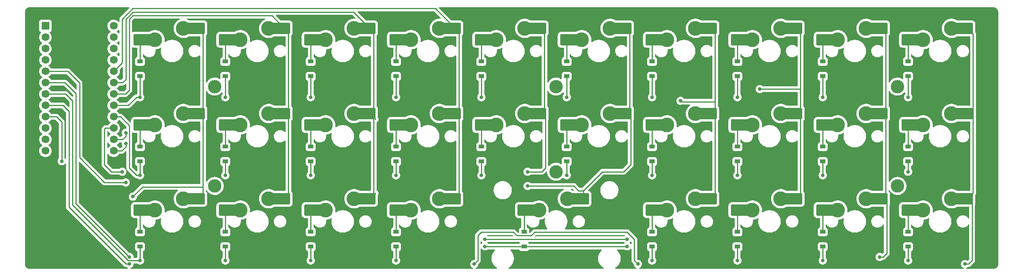
<source format=gbr>
%TF.GenerationSoftware,KiCad,Pcbnew,(6.0.6)*%
%TF.CreationDate,2022-07-16T00:36:14+07:00*%
%TF.ProjectId,pocket,706f636b-6574-42e6-9b69-6361645f7063,rev?*%
%TF.SameCoordinates,Original*%
%TF.FileFunction,Copper,L2,Bot*%
%TF.FilePolarity,Positive*%
%FSLAX46Y46*%
G04 Gerber Fmt 4.6, Leading zero omitted, Abs format (unit mm)*
G04 Created by KiCad (PCBNEW (6.0.6)) date 2022-07-16 00:36:14*
%MOMM*%
%LPD*%
G01*
G04 APERTURE LIST*
G04 Aperture macros list*
%AMRoundRect*
0 Rectangle with rounded corners*
0 $1 Rounding radius*
0 $2 $3 $4 $5 $6 $7 $8 $9 X,Y pos of 4 corners*
0 Add a 4 corners polygon primitive as box body*
4,1,4,$2,$3,$4,$5,$6,$7,$8,$9,$2,$3,0*
0 Add four circle primitives for the rounded corners*
1,1,$1+$1,$2,$3*
1,1,$1+$1,$4,$5*
1,1,$1+$1,$6,$7*
1,1,$1+$1,$8,$9*
0 Add four rect primitives between the rounded corners*
20,1,$1+$1,$2,$3,$4,$5,0*
20,1,$1+$1,$4,$5,$6,$7,0*
20,1,$1+$1,$6,$7,$8,$9,0*
20,1,$1+$1,$8,$9,$2,$3,0*%
G04 Aperture macros list end*
%TA.AperFunction,SMDPad,CuDef*%
%ADD10R,1.650000X2.500000*%
%TD*%
%TA.AperFunction,SMDPad,CuDef*%
%ADD11RoundRect,0.250000X1.025000X1.000000X-1.025000X1.000000X-1.025000X-1.000000X1.025000X-1.000000X0*%
%TD*%
%TA.AperFunction,ComponentPad*%
%ADD12C,3.300000*%
%TD*%
%TA.AperFunction,ComponentPad*%
%ADD13C,1.752600*%
%TD*%
%TA.AperFunction,ComponentPad*%
%ADD14R,1.752600X1.752600*%
%TD*%
%TA.AperFunction,SMDPad,CuDef*%
%ADD15R,1.200000X0.900000*%
%TD*%
%TA.AperFunction,ViaPad*%
%ADD16C,0.800000*%
%TD*%
%TA.AperFunction,ViaPad*%
%ADD17C,3.000000*%
%TD*%
%TA.AperFunction,Conductor*%
%ADD18C,0.250000*%
%TD*%
G04 APERTURE END LIST*
D10*
%TO.P,SW13,2,2*%
%TO.N,B6*%
X229765000Y-60801250D03*
D11*
X231515000Y-60801250D03*
D12*
X227965000Y-60801250D03*
%TO.P,SW13,1,1*%
%TO.N,Net-(D13-Pad2)*%
X221615000Y-63341250D03*
D11*
X218065000Y-63341250D03*
D10*
X219790000Y-63341250D03*
%TD*%
D13*
%TO.P,U1,24,RAW*%
%TO.N,unconnected-(U1-Pad24)*%
X79057500Y-41198000D03*
%TO.P,U1,12,9/PB5*%
%TO.N,unconnected-(U1-Pad12)*%
X63817500Y-69138000D03*
%TO.P,U1,23,GND*%
%TO.N,unconnected-(U1-Pad23)*%
X79057500Y-43738000D03*
%TO.P,U1,22,RST*%
%TO.N,unconnected-(U1-Pad22)*%
X79057500Y-46278000D03*
%TO.P,U1,21,VCC*%
%TO.N,unconnected-(U1-Pad21)*%
X79057500Y-48818000D03*
%TO.P,U1,20,A3/PF4*%
%TO.N,A3*%
X79057500Y-51358000D03*
%TO.P,U1,19,A2/PF5*%
%TO.N,A2*%
X79057500Y-53898000D03*
%TO.P,U1,18,A1/PF6*%
%TO.N,A1*%
X79057500Y-56438000D03*
%TO.P,U1,17,A0/PF7*%
%TO.N,A0*%
X79057500Y-58978000D03*
%TO.P,U1,16,15/PB1*%
%TO.N,B1*%
X79057500Y-61518000D03*
%TO.P,U1,15,14/PB3*%
%TO.N,B3*%
X79057500Y-64058000D03*
%TO.P,U1,14,16/PB2*%
%TO.N,B2*%
X79057500Y-66598000D03*
%TO.P,U1,13,10/PB6*%
%TO.N,B6*%
X79057500Y-69138000D03*
%TO.P,U1,11,8/PB4*%
%TO.N,unconnected-(U1-Pad11)*%
X63817500Y-66598000D03*
%TO.P,U1,10,7/PE6*%
%TO.N,unconnected-(U1-Pad10)*%
X63817500Y-64058000D03*
%TO.P,U1,9,6/PD7*%
%TO.N,D7*%
X63817500Y-61518000D03*
%TO.P,U1,8,5/PC6*%
%TO.N,C6*%
X63817500Y-58978000D03*
%TO.P,U1,7,4/PD4*%
%TO.N,D4*%
X63817500Y-56438000D03*
%TO.P,U1,6,3/PD0*%
%TO.N,D0*%
X63817500Y-53898000D03*
%TO.P,U1,5,2/PD1*%
%TO.N,D1*%
X63817500Y-51358000D03*
%TO.P,U1,4,GND*%
%TO.N,unconnected-(U1-Pad4)*%
X63817500Y-48818000D03*
%TO.P,U1,3,GND*%
%TO.N,unconnected-(U1-Pad3)*%
X63817500Y-46278000D03*
%TO.P,U1,2,RX1/PD2*%
%TO.N,unconnected-(U1-Pad2)*%
X63817500Y-43738000D03*
D14*
%TO.P,U1,1,TX0/PD3*%
%TO.N,unconnected-(U1-Pad1)*%
X63817500Y-41198000D03*
%TD*%
D10*
%TO.P,SW15,2,2*%
%TO.N,D1*%
X191665000Y-60801250D03*
D11*
X193415000Y-60801250D03*
D12*
X189865000Y-60801250D03*
%TO.P,SW15,1,1*%
%TO.N,Net-(D15-Pad2)*%
X183515000Y-63341250D03*
D11*
X179965000Y-63341250D03*
D10*
X181690000Y-63341250D03*
%TD*%
%TO.P,SW14,2,2*%
%TO.N,B2*%
X210715000Y-60801250D03*
D11*
X212465000Y-60801250D03*
D12*
X208915000Y-60801250D03*
%TO.P,SW14,1,1*%
%TO.N,Net-(D14-Pad2)*%
X202565000Y-63341250D03*
D11*
X199015000Y-63341250D03*
D10*
X200740000Y-63341250D03*
%TD*%
%TO.P,SW29,1,1*%
%TO.N,Net-(D29-Pad2)*%
X86440000Y-82391250D03*
D11*
X84715000Y-82391250D03*
D12*
X88265000Y-82391250D03*
%TO.P,SW29,2,2*%
%TO.N,D7*%
X94615000Y-79851250D03*
D11*
X98165000Y-79851250D03*
D10*
X96415000Y-79851250D03*
%TD*%
%TO.P,SW28,1,1*%
%TO.N,Net-(D28-Pad2)*%
X105490000Y-82391250D03*
D11*
X103765000Y-82391250D03*
D12*
X107315000Y-82391250D03*
%TO.P,SW28,2,2*%
%TO.N,A1*%
X113665000Y-79851250D03*
D11*
X117215000Y-79851250D03*
D10*
X115465000Y-79851250D03*
%TD*%
%TO.P,SW27,1,1*%
%TO.N,Net-(D27-Pad2)*%
X124540000Y-82391250D03*
D11*
X122815000Y-82391250D03*
D12*
X126365000Y-82391250D03*
%TO.P,SW27,2,2*%
%TO.N,A2*%
X132715000Y-79851250D03*
D11*
X136265000Y-79851250D03*
D10*
X134515000Y-79851250D03*
%TD*%
%TO.P,SW26,1,1*%
%TO.N,Net-(D26-Pad2)*%
X143590000Y-82391250D03*
D11*
X141865000Y-82391250D03*
D12*
X145415000Y-82391250D03*
%TO.P,SW26,2,2*%
%TO.N,A3*%
X151765000Y-79851250D03*
D11*
X155315000Y-79851250D03*
D10*
X153565000Y-79851250D03*
%TD*%
%TO.P,SW25,1,1*%
%TO.N,Net-(D25-Pad2)*%
X172165000Y-82391250D03*
D11*
X170440000Y-82391250D03*
D12*
X173990000Y-82391250D03*
%TO.P,SW25,2,2*%
%TO.N,D1*%
X180340000Y-79851250D03*
D11*
X183890000Y-79851250D03*
D10*
X182140000Y-79851250D03*
%TD*%
%TO.P,SW24,1,1*%
%TO.N,Net-(D24-Pad2)*%
X200740000Y-82391250D03*
D11*
X199015000Y-82391250D03*
D12*
X202565000Y-82391250D03*
%TO.P,SW24,2,2*%
%TO.N,B2*%
X208915000Y-79851250D03*
D11*
X212465000Y-79851250D03*
D10*
X210715000Y-79851250D03*
%TD*%
%TO.P,SW23,1,1*%
%TO.N,Net-(D23-Pad2)*%
X219790000Y-82391250D03*
D11*
X218065000Y-82391250D03*
D12*
X221615000Y-82391250D03*
%TO.P,SW23,2,2*%
%TO.N,B6*%
X227965000Y-79851250D03*
D11*
X231515000Y-79851250D03*
D10*
X229765000Y-79851250D03*
%TD*%
%TO.P,SW22,1,1*%
%TO.N,Net-(D22-Pad2)*%
X238840000Y-82391250D03*
D11*
X237115000Y-82391250D03*
D12*
X240665000Y-82391250D03*
%TO.P,SW22,2,2*%
%TO.N,D0*%
X247015000Y-79851250D03*
D11*
X250565000Y-79851250D03*
D10*
X248815000Y-79851250D03*
%TD*%
%TO.P,SW21,1,1*%
%TO.N,Net-(D21-Pad2)*%
X257890000Y-82391250D03*
D11*
X256165000Y-82391250D03*
D12*
X259715000Y-82391250D03*
%TO.P,SW21,2,2*%
%TO.N,C6*%
X266065000Y-79851250D03*
D11*
X269615000Y-79851250D03*
D10*
X267865000Y-79851250D03*
%TD*%
D15*
%TO.P,D29,1,K*%
%TO.N,D4*%
X84931250Y-90550000D03*
%TO.P,D29,2,A*%
%TO.N,Net-(D29-Pad2)*%
X84931250Y-87250000D03*
%TD*%
%TO.P,D28,1,K*%
%TO.N,D4*%
X103981250Y-90550000D03*
%TO.P,D28,2,A*%
%TO.N,Net-(D28-Pad2)*%
X103981250Y-87250000D03*
%TD*%
%TO.P,D27,1,K*%
%TO.N,D4*%
X123031250Y-90550000D03*
%TO.P,D27,2,A*%
%TO.N,Net-(D27-Pad2)*%
X123031250Y-87250000D03*
%TD*%
%TO.P,D26,1,K*%
%TO.N,D4*%
X142081250Y-90550000D03*
%TO.P,D26,2,A*%
%TO.N,Net-(D26-Pad2)*%
X142081250Y-87250000D03*
%TD*%
%TO.P,D25,1,K*%
%TO.N,D4*%
X170656250Y-90550000D03*
%TO.P,D25,2,A*%
%TO.N,Net-(D25-Pad2)*%
X170656250Y-87250000D03*
%TD*%
%TO.P,D24,1,K*%
%TO.N,D4*%
X199231250Y-90550000D03*
%TO.P,D24,2,A*%
%TO.N,Net-(D24-Pad2)*%
X199231250Y-87250000D03*
%TD*%
%TO.P,D23,1,K*%
%TO.N,D4*%
X218281250Y-90550000D03*
%TO.P,D23,2,A*%
%TO.N,Net-(D23-Pad2)*%
X218281250Y-87250000D03*
%TD*%
%TO.P,D22,1,K*%
%TO.N,D4*%
X237331250Y-90550000D03*
%TO.P,D22,2,A*%
%TO.N,Net-(D22-Pad2)*%
X237331250Y-87250000D03*
%TD*%
%TO.P,D21,1,K*%
%TO.N,D4*%
X256381250Y-90550000D03*
%TO.P,D21,2,A*%
%TO.N,Net-(D21-Pad2)*%
X256381250Y-87250000D03*
%TD*%
D10*
%TO.P,SW6,2,2*%
%TO.N,B3*%
X172615000Y-41751250D03*
D11*
X174365000Y-41751250D03*
D12*
X170815000Y-41751250D03*
%TO.P,SW6,1,1*%
%TO.N,Net-(SW6-Pad1)*%
X164465000Y-44291250D03*
D11*
X160915000Y-44291250D03*
D10*
X162640000Y-44291250D03*
%TD*%
%TO.P,SW20,1,1*%
%TO.N,Net-(D20-Pad2)*%
X86440000Y-63341250D03*
D11*
X84715000Y-63341250D03*
D12*
X88265000Y-63341250D03*
%TO.P,SW20,2,2*%
%TO.N,D7*%
X94615000Y-60801250D03*
D11*
X98165000Y-60801250D03*
D10*
X96415000Y-60801250D03*
%TD*%
%TO.P,SW19,1,1*%
%TO.N,Net-(D19-Pad2)*%
X105490000Y-63341250D03*
D11*
X103765000Y-63341250D03*
D12*
X107315000Y-63341250D03*
%TO.P,SW19,2,2*%
%TO.N,A1*%
X113665000Y-60801250D03*
D11*
X117215000Y-60801250D03*
D10*
X115465000Y-60801250D03*
%TD*%
%TO.P,SW18,2,2*%
%TO.N,A2*%
X134515000Y-60801250D03*
D11*
X136265000Y-60801250D03*
D12*
X132715000Y-60801250D03*
%TO.P,SW18,1,1*%
%TO.N,Net-(D18-Pad2)*%
X126365000Y-63341250D03*
D11*
X122815000Y-63341250D03*
D10*
X124540000Y-63341250D03*
%TD*%
%TO.P,SW17,2,2*%
%TO.N,A3*%
X153565000Y-60801250D03*
D11*
X155315000Y-60801250D03*
D12*
X151765000Y-60801250D03*
%TO.P,SW17,1,1*%
%TO.N,Net-(D17-Pad2)*%
X145415000Y-63341250D03*
D11*
X141865000Y-63341250D03*
D10*
X143590000Y-63341250D03*
%TD*%
%TO.P,SW16,2,2*%
%TO.N,B3*%
X172615000Y-60801250D03*
D11*
X174365000Y-60801250D03*
D12*
X170815000Y-60801250D03*
%TO.P,SW16,1,1*%
%TO.N,Net-(D16-Pad2)*%
X164465000Y-63341250D03*
D11*
X160915000Y-63341250D03*
D10*
X162640000Y-63341250D03*
%TD*%
%TO.P,SW12,2,2*%
%TO.N,D0*%
X248815000Y-60801250D03*
D11*
X250565000Y-60801250D03*
D12*
X247015000Y-60801250D03*
%TO.P,SW12,1,1*%
%TO.N,Net-(D12-Pad2)*%
X240665000Y-63341250D03*
D11*
X237115000Y-63341250D03*
D10*
X238840000Y-63341250D03*
%TD*%
%TO.P,SW11,2,2*%
%TO.N,C6*%
X267865000Y-60801250D03*
D11*
X269615000Y-60801250D03*
D12*
X266065000Y-60801250D03*
%TO.P,SW11,1,1*%
%TO.N,Net-(D11-Pad2)*%
X259715000Y-63341250D03*
D11*
X256165000Y-63341250D03*
D10*
X257890000Y-63341250D03*
%TD*%
D15*
%TO.P,D20,2,A*%
%TO.N,Net-(D20-Pad2)*%
X84931250Y-68200000D03*
%TO.P,D20,1,K*%
%TO.N,B1*%
X84931250Y-71500000D03*
%TD*%
%TO.P,D19,2,A*%
%TO.N,Net-(D19-Pad2)*%
X103981250Y-68200000D03*
%TO.P,D19,1,K*%
%TO.N,B1*%
X103981250Y-71500000D03*
%TD*%
%TO.P,D18,2,A*%
%TO.N,Net-(D18-Pad2)*%
X123031250Y-68200000D03*
%TO.P,D18,1,K*%
%TO.N,B1*%
X123031250Y-71500000D03*
%TD*%
%TO.P,D17,2,A*%
%TO.N,Net-(D17-Pad2)*%
X142081250Y-68200000D03*
%TO.P,D17,1,K*%
%TO.N,B1*%
X142081250Y-71500000D03*
%TD*%
%TO.P,D16,2,A*%
%TO.N,Net-(D16-Pad2)*%
X161131250Y-68200000D03*
%TO.P,D16,1,K*%
%TO.N,B1*%
X161131250Y-71500000D03*
%TD*%
%TO.P,D15,2,A*%
%TO.N,Net-(D15-Pad2)*%
X180181250Y-68200000D03*
%TO.P,D15,1,K*%
%TO.N,B1*%
X180181250Y-71500000D03*
%TD*%
%TO.P,D14,2,A*%
%TO.N,Net-(D14-Pad2)*%
X199231250Y-68200000D03*
%TO.P,D14,1,K*%
%TO.N,B1*%
X199231250Y-71500000D03*
%TD*%
%TO.P,D13,2,A*%
%TO.N,Net-(D13-Pad2)*%
X218281250Y-68200000D03*
%TO.P,D13,1,K*%
%TO.N,B1*%
X218281250Y-71500000D03*
%TD*%
%TO.P,D12,2,A*%
%TO.N,Net-(D12-Pad2)*%
X237331250Y-68200000D03*
%TO.P,D12,1,K*%
%TO.N,B1*%
X237331250Y-71500000D03*
%TD*%
%TO.P,D11,2,A*%
%TO.N,Net-(D11-Pad2)*%
X256381250Y-68200000D03*
%TO.P,D11,1,K*%
%TO.N,B1*%
X256381250Y-71500000D03*
%TD*%
D10*
%TO.P,SW10,2,2*%
%TO.N,D7*%
X96415000Y-41751250D03*
D11*
X98165000Y-41751250D03*
D12*
X94615000Y-41751250D03*
%TO.P,SW10,1,1*%
%TO.N,Net-(D10-Pad2)*%
X88265000Y-44291250D03*
D11*
X84715000Y-44291250D03*
D10*
X86440000Y-44291250D03*
%TD*%
%TO.P,SW9,2,2*%
%TO.N,A1*%
X115465000Y-41751250D03*
D11*
X117215000Y-41751250D03*
D12*
X113665000Y-41751250D03*
%TO.P,SW9,1,1*%
%TO.N,Net-(D9-Pad2)*%
X107315000Y-44291250D03*
D11*
X103765000Y-44291250D03*
D10*
X105490000Y-44291250D03*
%TD*%
%TO.P,SW8,2,2*%
%TO.N,A2*%
X134515000Y-41751250D03*
D11*
X136265000Y-41751250D03*
D12*
X132715000Y-41751250D03*
%TO.P,SW8,1,1*%
%TO.N,Net-(SW8-Pad1)*%
X126365000Y-44291250D03*
D11*
X122815000Y-44291250D03*
D10*
X124540000Y-44291250D03*
%TD*%
%TO.P,SW7,2,2*%
%TO.N,A3*%
X153565000Y-41751250D03*
D11*
X155315000Y-41751250D03*
D12*
X151765000Y-41751250D03*
%TO.P,SW7,1,1*%
%TO.N,Net-(SW7-Pad1)*%
X145415000Y-44291250D03*
D11*
X141865000Y-44291250D03*
D10*
X143590000Y-44291250D03*
%TD*%
%TO.P,SW5,2,2*%
%TO.N,D1*%
X191665000Y-41751250D03*
D11*
X193415000Y-41751250D03*
D12*
X189865000Y-41751250D03*
%TO.P,SW5,1,1*%
%TO.N,Net-(SW5-Pad1)*%
X183515000Y-44291250D03*
D11*
X179965000Y-44291250D03*
D10*
X181690000Y-44291250D03*
%TD*%
%TO.P,SW4,2,2*%
%TO.N,B2*%
X210715000Y-41751250D03*
D11*
X212465000Y-41751250D03*
D12*
X208915000Y-41751250D03*
%TO.P,SW4,1,1*%
%TO.N,Net-(SW4-Pad1)*%
X202565000Y-44291250D03*
D11*
X199015000Y-44291250D03*
D10*
X200740000Y-44291250D03*
%TD*%
%TO.P,SW3,2,2*%
%TO.N,B6*%
X229765000Y-41751250D03*
D11*
X231515000Y-41751250D03*
D12*
X227965000Y-41751250D03*
%TO.P,SW3,1,1*%
%TO.N,Net-(SW3-Pad1)*%
X221615000Y-44291250D03*
D11*
X218065000Y-44291250D03*
D10*
X219790000Y-44291250D03*
%TD*%
%TO.P,SW2,2,2*%
%TO.N,D0*%
X248815000Y-41751250D03*
D11*
X250565000Y-41751250D03*
D12*
X247015000Y-41751250D03*
%TO.P,SW2,1,1*%
%TO.N,Net-(SW2-Pad1)*%
X240665000Y-44291250D03*
D11*
X237115000Y-44291250D03*
D10*
X238840000Y-44291250D03*
%TD*%
%TO.P,SW1,2,2*%
%TO.N,C6*%
X267865000Y-41751250D03*
D11*
X269615000Y-41751250D03*
D12*
X266065000Y-41751250D03*
%TO.P,SW1,1,1*%
%TO.N,Net-(SW1-Pad1)*%
X259715000Y-44291250D03*
D11*
X256165000Y-44291250D03*
D10*
X257890000Y-44291250D03*
%TD*%
D15*
%TO.P,D10,1,K*%
%TO.N,A0*%
X84931250Y-52450000D03*
%TO.P,D10,2,A*%
%TO.N,Net-(D10-Pad2)*%
X84931250Y-49150000D03*
%TD*%
%TO.P,D9,1,K*%
%TO.N,A0*%
X103981250Y-52450000D03*
%TO.P,D9,2,A*%
%TO.N,Net-(D9-Pad2)*%
X103981250Y-49150000D03*
%TD*%
%TO.P,D8,2,A*%
%TO.N,Net-(SW8-Pad1)*%
X123031250Y-49150000D03*
%TO.P,D8,1,K*%
%TO.N,A0*%
X123031250Y-52450000D03*
%TD*%
%TO.P,D7,2,A*%
%TO.N,Net-(SW7-Pad1)*%
X142081250Y-49150000D03*
%TO.P,D7,1,K*%
%TO.N,A0*%
X142081250Y-52450000D03*
%TD*%
%TO.P,D6,2,A*%
%TO.N,Net-(SW6-Pad1)*%
X161131250Y-49150000D03*
%TO.P,D6,1,K*%
%TO.N,A0*%
X161131250Y-52450000D03*
%TD*%
%TO.P,D5,2,A*%
%TO.N,Net-(SW5-Pad1)*%
X180181250Y-49150000D03*
%TO.P,D5,1,K*%
%TO.N,A0*%
X180181250Y-52450000D03*
%TD*%
%TO.P,D4,2,A*%
%TO.N,Net-(SW4-Pad1)*%
X199231250Y-49150000D03*
%TO.P,D4,1,K*%
%TO.N,A0*%
X199231250Y-52450000D03*
%TD*%
%TO.P,D3,2,A*%
%TO.N,Net-(SW3-Pad1)*%
X218281250Y-49150000D03*
%TO.P,D3,1,K*%
%TO.N,A0*%
X218281250Y-52450000D03*
%TD*%
%TO.P,D2,2,A*%
%TO.N,Net-(SW2-Pad1)*%
X237331250Y-49150000D03*
%TO.P,D2,1,K*%
%TO.N,A0*%
X237331250Y-52450000D03*
%TD*%
%TO.P,D1,1,K*%
%TO.N,A0*%
X256381250Y-52450000D03*
%TO.P,D1,2,A*%
%TO.N,Net-(SW1-Pad1)*%
X256381250Y-49150000D03*
%TD*%
D16*
%TO.N,D7*%
X67468750Y-71437500D03*
X83343750Y-79375000D03*
%TO.N,C6*%
X82550000Y-94456250D03*
X159543750Y-94456250D03*
X196056250Y-94456250D03*
X269081250Y-94456250D03*
%TO.N,D0*%
X82550000Y-92868750D03*
X161925000Y-88900000D03*
X193675000Y-88900000D03*
X250031250Y-92868750D03*
%TO.N,D1*%
X81756250Y-76200000D03*
%TO.N,B3*%
X80962500Y-73818750D03*
X171450000Y-73818750D03*
%TO.N,D1*%
X171450000Y-76993750D03*
%TO.N,B6*%
X81756250Y-67468750D03*
X223279072Y-55327178D03*
%TO.N,B2*%
X81756250Y-65087500D03*
X205581250Y-57943750D03*
%TO.N,B1*%
X180181250Y-74612500D03*
X199231250Y-74612500D03*
X218281250Y-74612500D03*
X237331250Y-74612500D03*
X256381250Y-73818750D03*
%TO.N,D4*%
X103981250Y-93662500D03*
X123031250Y-93662500D03*
X142081250Y-93662500D03*
X199231250Y-93662500D03*
X218281250Y-93662500D03*
X237331250Y-93662500D03*
X256381250Y-93662500D03*
X193675000Y-90487500D03*
X161925000Y-90487500D03*
X84931250Y-93662500D03*
%TO.N,B1*%
X103981250Y-74612500D03*
X123031250Y-74612500D03*
X142081250Y-74612500D03*
X161131250Y-74612500D03*
X84931250Y-74612500D03*
%TO.N,A0*%
X103981250Y-57150000D03*
X123031250Y-57150000D03*
X142081250Y-57150000D03*
X161131250Y-57150000D03*
X180181250Y-57150000D03*
X199231250Y-57150000D03*
X218281250Y-57150000D03*
X237331250Y-57150000D03*
X256381250Y-57150000D03*
X84931250Y-57150000D03*
D17*
%TO.N,*%
X177800000Y-73818750D03*
X177800000Y-54768750D03*
X254000000Y-76993750D03*
X101600000Y-76993750D03*
X101600000Y-54768750D03*
X254000000Y-54768750D03*
%TD*%
D18*
%TO.N,D7*%
X66280500Y-61518000D02*
X63817500Y-61518000D01*
X67468750Y-62706250D02*
X66280500Y-61518000D01*
X67468750Y-71437500D02*
X67468750Y-62706250D01*
X85489678Y-77229072D02*
X83343750Y-79375000D01*
X98983428Y-77229072D02*
X85489678Y-77229072D01*
X98983428Y-77229072D02*
X98983428Y-79032822D01*
X98983428Y-75641572D02*
X98983428Y-77229072D01*
%TO.N,C6*%
X67709250Y-58978000D02*
X63817500Y-58978000D01*
X69056250Y-81756250D02*
X69056250Y-60325000D01*
X82550000Y-94456250D02*
X81756250Y-94456250D01*
X81756250Y-94456250D02*
X69056250Y-81756250D01*
X69056250Y-60325000D02*
X67709250Y-58978000D01*
%TO.N,D4*%
X68344250Y-56438000D02*
X63817500Y-56438000D01*
X69850000Y-57943750D02*
X68344250Y-56438000D01*
X82318445Y-93662500D02*
X69850000Y-81194055D01*
X69850000Y-81194055D02*
X69850000Y-57943750D01*
X84931250Y-93662500D02*
X82318445Y-93662500D01*
%TO.N,D0*%
X70643750Y-80962500D02*
X70643750Y-56356250D01*
X68185500Y-53898000D02*
X63817500Y-53898000D01*
X82550000Y-92868750D02*
X70643750Y-80962500D01*
X70643750Y-56356250D02*
X68185500Y-53898000D01*
%TO.N,C6*%
X160337500Y-93662500D02*
X159543750Y-94456250D01*
X160337500Y-92868750D02*
X160337500Y-93662500D01*
X160337500Y-88106250D02*
X160337500Y-92868750D01*
X161131250Y-87312500D02*
X160337500Y-88106250D01*
X168275000Y-87312500D02*
X161131250Y-87312500D01*
X172243750Y-88106250D02*
X169068750Y-88106250D01*
X193675000Y-87312500D02*
X173037500Y-87312500D01*
X195262500Y-88900000D02*
X193675000Y-87312500D01*
X169068750Y-88106250D02*
X168275000Y-87312500D01*
X173037500Y-87312500D02*
X172243750Y-88106250D01*
X195262500Y-93662500D02*
X195262500Y-88900000D01*
X196056250Y-94456250D02*
X195262500Y-93662500D01*
X269875000Y-94456250D02*
X269081250Y-94456250D01*
X270668750Y-93662500D02*
X269875000Y-94456250D01*
X270668750Y-80905000D02*
X270668750Y-93662500D01*
X269615000Y-79851250D02*
X270668750Y-80905000D01*
%TO.N,D0*%
X193675000Y-88900000D02*
X161925000Y-88900000D01*
X250825000Y-92868750D02*
X250031250Y-92868750D01*
X251618750Y-92075000D02*
X250825000Y-92868750D01*
X251618750Y-80905000D02*
X251618750Y-92075000D01*
X250565000Y-79851250D02*
X251618750Y-80905000D01*
%TO.N,D1*%
X68820500Y-51358000D02*
X63817500Y-51358000D01*
X71437500Y-53975000D02*
X68820500Y-51358000D01*
X71437500Y-70643750D02*
X71437500Y-53975000D01*
X76993750Y-76200000D02*
X71437500Y-70643750D01*
X81756250Y-76200000D02*
X76993750Y-76200000D01*
%TO.N,B3*%
X77229500Y-64058000D02*
X79057500Y-64058000D01*
X76993750Y-72231250D02*
X76993750Y-64293750D01*
X76993750Y-64293750D02*
X77229500Y-64058000D01*
X78581250Y-73818750D02*
X76993750Y-72231250D01*
X80962500Y-73818750D02*
X78581250Y-73818750D01*
%TO.N,B6*%
X81756250Y-67468750D02*
X81756250Y-68262500D01*
X81756250Y-68262500D02*
X80880750Y-69138000D01*
X80880750Y-69138000D02*
X79057500Y-69138000D01*
X232333428Y-55327178D02*
X223279072Y-55327178D01*
X232333428Y-55327178D02*
X232333428Y-79032822D01*
X232333428Y-42569678D02*
X232333428Y-55327178D01*
%TO.N,B2*%
X81039500Y-66598000D02*
X79057500Y-66598000D01*
X81756250Y-65881250D02*
X81039500Y-66598000D01*
X81756250Y-65087500D02*
X81756250Y-65881250D01*
X213283428Y-58179072D02*
X205816572Y-58179072D01*
X205816572Y-58179072D02*
X205581250Y-57943750D01*
X213283428Y-58179072D02*
X213283428Y-79032822D01*
X213283428Y-42569678D02*
X213283428Y-58179072D01*
%TO.N,B1*%
X256381250Y-73818750D02*
X256381250Y-71500000D01*
X237331250Y-74612500D02*
X237331250Y-71500000D01*
X218281250Y-74612500D02*
X218281250Y-71500000D01*
X199231250Y-74612500D02*
X199231250Y-71500000D01*
X180181250Y-74612500D02*
X180181250Y-71500000D01*
%TO.N,A0*%
X82309500Y-58978000D02*
X79057500Y-58978000D01*
X84137500Y-57150000D02*
X82309500Y-58978000D01*
X84931250Y-57150000D02*
X84137500Y-57150000D01*
%TO.N,B1*%
X80568000Y-61518000D02*
X79057500Y-61518000D01*
X82550000Y-63500000D02*
X80568000Y-61518000D01*
X82550000Y-73025000D02*
X82550000Y-63500000D01*
X84137500Y-74612500D02*
X82550000Y-73025000D01*
X84931250Y-74612500D02*
X84137500Y-74612500D01*
%TO.N,A1*%
X82550000Y-55562500D02*
X81674500Y-56438000D01*
X82550000Y-39687500D02*
X82550000Y-55562500D01*
X81674500Y-56438000D02*
X79057500Y-56438000D01*
X83343750Y-38893750D02*
X82550000Y-39687500D01*
X117215000Y-41751250D02*
X114357500Y-38893750D01*
X114357500Y-38893750D02*
X83343750Y-38893750D01*
%TO.N,A2*%
X81039500Y-53898000D02*
X79057500Y-53898000D01*
X81756250Y-39687500D02*
X81756250Y-53181250D01*
X83343750Y-38100000D02*
X81756250Y-39687500D01*
X81756250Y-53181250D02*
X81039500Y-53898000D01*
X132613750Y-38100000D02*
X83343750Y-38100000D01*
X136265000Y-41751250D02*
X132613750Y-38100000D01*
%TO.N,A3*%
X80962500Y-49453000D02*
X79057500Y-51358000D01*
X150870000Y-37306250D02*
X83343750Y-37306250D01*
X80962500Y-39687500D02*
X80962500Y-49453000D01*
X155315000Y-41751250D02*
X150870000Y-37306250D01*
X83343750Y-37306250D02*
X80962500Y-39687500D01*
%TO.N,D1*%
X181768750Y-76993750D02*
X171450000Y-76993750D01*
X182822500Y-78047500D02*
X181768750Y-76993750D01*
X183890000Y-78047500D02*
X182822500Y-78047500D01*
%TO.N,B3*%
X174625000Y-73818750D02*
X171450000Y-73818750D01*
X175418750Y-73025000D02*
X174625000Y-73818750D01*
X174365000Y-60801250D02*
X175418750Y-61855000D01*
X175418750Y-61855000D02*
X175418750Y-73025000D01*
%TO.N,D7*%
X98983428Y-58179072D02*
X98983428Y-75641572D01*
X98983428Y-42569678D02*
X98983428Y-58179072D01*
%TO.N,D4*%
X256381250Y-93662500D02*
X256381250Y-90550000D01*
X237331250Y-93662500D02*
X237331250Y-90550000D01*
X218281250Y-93662500D02*
X218281250Y-90550000D01*
X199231250Y-93662500D02*
X199231250Y-90550000D01*
X142081250Y-93662500D02*
X142081250Y-90550000D01*
X123031250Y-93662500D02*
X123031250Y-90550000D01*
X103981250Y-93662500D02*
X103981250Y-90550000D01*
X193612500Y-90550000D02*
X193675000Y-90487500D01*
X170656250Y-90550000D02*
X193612500Y-90550000D01*
X161987500Y-90550000D02*
X170656250Y-90550000D01*
X161925000Y-90487500D02*
X161987500Y-90550000D01*
X84931250Y-90550000D02*
X84931250Y-93662500D01*
%TO.N,B1*%
X161131250Y-74612500D02*
X161131250Y-71500000D01*
X142081250Y-74612500D02*
X142081250Y-71500000D01*
X123031250Y-74612500D02*
X123031250Y-71500000D01*
X103981250Y-74612500D02*
X103981250Y-71500000D01*
X84931250Y-71500000D02*
X84931250Y-74612500D01*
%TO.N,D7*%
X98983428Y-79032822D02*
X98165000Y-79851250D01*
X98165000Y-41751250D02*
X98983428Y-42569678D01*
%TO.N,A1*%
X118033428Y-79032822D02*
X117215000Y-79851250D01*
X118033428Y-42569678D02*
X118033428Y-79032822D01*
X117215000Y-41751250D02*
X118033428Y-42569678D01*
%TO.N,A2*%
X137083428Y-79032822D02*
X136265000Y-79851250D01*
X137083428Y-42569678D02*
X137083428Y-79032822D01*
%TO.N,A3*%
X156133428Y-42569678D02*
X156133428Y-79032822D01*
%TO.N,B3*%
X175183428Y-42569678D02*
X175183428Y-59982822D01*
%TO.N,D1*%
X194233428Y-42569678D02*
X194233428Y-59982822D01*
%TO.N,B6*%
X231515000Y-41751250D02*
X232333428Y-42569678D01*
X232333428Y-79032822D02*
X231515000Y-79851250D01*
%TO.N,D0*%
X251383428Y-42569678D02*
X251383428Y-79032822D01*
%TO.N,C6*%
X270890535Y-43026785D02*
X270890535Y-78575715D01*
X269615000Y-41751250D02*
X270890535Y-43026785D01*
X270890535Y-78575715D02*
X269615000Y-79851250D01*
%TO.N,A0*%
X237331250Y-52450000D02*
X237331250Y-57150000D01*
X218281250Y-52450000D02*
X218281250Y-57150000D01*
X199231250Y-52450000D02*
X199231250Y-57150000D01*
X180181250Y-52450000D02*
X180181250Y-57150000D01*
X161131250Y-52450000D02*
X161131250Y-57150000D01*
X142081250Y-52450000D02*
X142081250Y-57150000D01*
X123031250Y-52450000D02*
X123031250Y-57150000D01*
X103981250Y-52450000D02*
X103981250Y-57150000D01*
X256381250Y-57150000D02*
X256381250Y-52450000D01*
X84931250Y-52450000D02*
X84931250Y-57150000D01*
%TO.N,D1*%
X194468750Y-61855000D02*
X194468750Y-72231250D01*
X194468750Y-72231250D02*
X192881250Y-73818750D01*
X192881250Y-73818750D02*
X188118750Y-73818750D01*
X188118750Y-73818750D02*
X183890000Y-78047500D01*
X183890000Y-78047500D02*
X183890000Y-79851250D01*
%TO.N,Net-(D21-Pad2)*%
X256381250Y-82607500D02*
X256381250Y-87250000D01*
X256165000Y-82391250D02*
X256381250Y-82607500D01*
%TO.N,Net-(D22-Pad2)*%
X237115000Y-82391250D02*
X237331250Y-82607500D01*
X237331250Y-82607500D02*
X237331250Y-87250000D01*
%TO.N,Net-(D23-Pad2)*%
X218065000Y-82391250D02*
X218281250Y-82607500D01*
X218281250Y-82607500D02*
X218281250Y-87250000D01*
%TO.N,Net-(D24-Pad2)*%
X199015000Y-82391250D02*
X199231250Y-82607500D01*
X199231250Y-82607500D02*
X199231250Y-87250000D01*
%TO.N,Net-(D25-Pad2)*%
X170656250Y-82607500D02*
X170656250Y-87250000D01*
X170440000Y-82391250D02*
X170656250Y-82607500D01*
%TO.N,Net-(D26-Pad2)*%
X142081250Y-82607500D02*
X142081250Y-87250000D01*
X141865000Y-82391250D02*
X142081250Y-82607500D01*
%TO.N,Net-(D27-Pad2)*%
X123031250Y-82607500D02*
X123031250Y-87250000D01*
X122815000Y-82391250D02*
X123031250Y-82607500D01*
%TO.N,Net-(D28-Pad2)*%
X103981250Y-82607500D02*
X103981250Y-87250000D01*
X103765000Y-82391250D02*
X103981250Y-82607500D01*
%TO.N,Net-(D29-Pad2)*%
X84931250Y-82607500D02*
X84931250Y-87250000D01*
X84715000Y-82391250D02*
X84931250Y-82607500D01*
%TO.N,D7*%
X98165000Y-60801250D02*
X98983428Y-61619678D01*
%TO.N,A1*%
X117215000Y-60801250D02*
X118033428Y-61619678D01*
%TO.N,A2*%
X137540535Y-78575715D02*
X136265000Y-79851250D01*
X136265000Y-60801250D02*
X137540535Y-62076785D01*
%TO.N,A3*%
X156133428Y-79032822D02*
X155315000Y-79851250D01*
X155315000Y-60801250D02*
X156133428Y-61619678D01*
%TO.N,D1*%
X193415000Y-60801250D02*
X194468750Y-61855000D01*
%TO.N,B2*%
X213283428Y-79032822D02*
X212465000Y-79851250D01*
X212465000Y-60801250D02*
X213283428Y-61619678D01*
%TO.N,B6*%
X231515000Y-60801250D02*
X232333428Y-61619678D01*
%TO.N,D0*%
X251383428Y-79032822D02*
X250565000Y-79851250D01*
X250565000Y-60801250D02*
X251383428Y-61619678D01*
%TO.N,C6*%
X269615000Y-60801250D02*
X270433428Y-61619678D01*
%TO.N,D7*%
X98983428Y-59982822D02*
X98165000Y-60801250D01*
%TO.N,A1*%
X118033428Y-59982822D02*
X117215000Y-60801250D01*
%TO.N,A2*%
X137083428Y-59982822D02*
X136265000Y-60801250D01*
X136265000Y-41751250D02*
X137083428Y-42569678D01*
%TO.N,A3*%
X156133428Y-59982822D02*
X155315000Y-60801250D01*
X155315000Y-41751250D02*
X156133428Y-42569678D01*
%TO.N,B3*%
X175183428Y-59982822D02*
X174365000Y-60801250D01*
X174365000Y-41751250D02*
X175183428Y-42569678D01*
%TO.N,D1*%
X194233428Y-59982822D02*
X193415000Y-60801250D01*
X193415000Y-41751250D02*
X194233428Y-42569678D01*
%TO.N,B2*%
X213283428Y-59982822D02*
X212465000Y-60801250D01*
X212465000Y-41751250D02*
X213283428Y-42569678D01*
%TO.N,B6*%
X232333428Y-59982822D02*
X231515000Y-60801250D01*
%TO.N,D0*%
X251383428Y-59982822D02*
X250565000Y-60801250D01*
X250565000Y-41751250D02*
X251383428Y-42569678D01*
%TO.N,C6*%
X270433428Y-59982822D02*
X269615000Y-60801250D01*
%TO.N,Net-(D20-Pad2)*%
X84931250Y-63557500D02*
X84931250Y-68200000D01*
X84715000Y-63341250D02*
X84931250Y-63557500D01*
%TO.N,Net-(D19-Pad2)*%
X103981250Y-63557500D02*
X103981250Y-68200000D01*
X103765000Y-63341250D02*
X103981250Y-63557500D01*
%TO.N,Net-(D18-Pad2)*%
X123031250Y-63557500D02*
X123031250Y-68200000D01*
X122815000Y-63341250D02*
X123031250Y-63557500D01*
%TO.N,Net-(D17-Pad2)*%
X142081250Y-63557500D02*
X142081250Y-68200000D01*
X141865000Y-63341250D02*
X142081250Y-63557500D01*
%TO.N,Net-(D16-Pad2)*%
X161131250Y-63557500D02*
X161131250Y-68200000D01*
X160915000Y-63341250D02*
X161131250Y-63557500D01*
%TO.N,Net-(D15-Pad2)*%
X180181250Y-63557500D02*
X180181250Y-68200000D01*
X179965000Y-63341250D02*
X180181250Y-63557500D01*
%TO.N,Net-(D14-Pad2)*%
X199231250Y-63557500D02*
X199231250Y-68200000D01*
X199015000Y-63341250D02*
X199231250Y-63557500D01*
%TO.N,Net-(D13-Pad2)*%
X218281250Y-63557500D02*
X218281250Y-68200000D01*
X218065000Y-63341250D02*
X218281250Y-63557500D01*
%TO.N,Net-(D12-Pad2)*%
X237331250Y-63557500D02*
X237331250Y-68200000D01*
X237115000Y-63341250D02*
X237331250Y-63557500D01*
%TO.N,Net-(D11-Pad2)*%
X256381250Y-63557500D02*
X256381250Y-68200000D01*
X256165000Y-63341250D02*
X256381250Y-63557500D01*
%TO.N,Net-(SW1-Pad1)*%
X256381250Y-44507500D02*
X256381250Y-49150000D01*
X256165000Y-44291250D02*
X256381250Y-44507500D01*
%TO.N,Net-(SW2-Pad1)*%
X237115000Y-44291250D02*
X237331250Y-44507500D01*
X237331250Y-44507500D02*
X237331250Y-49150000D01*
%TO.N,Net-(SW3-Pad1)*%
X218281250Y-44507500D02*
X218281250Y-49150000D01*
X218065000Y-44291250D02*
X218281250Y-44507500D01*
%TO.N,Net-(SW4-Pad1)*%
X199231250Y-44507500D02*
X199231250Y-49150000D01*
X199015000Y-44291250D02*
X199231250Y-44507500D01*
%TO.N,Net-(SW5-Pad1)*%
X180181250Y-44507500D02*
X180181250Y-49150000D01*
X179965000Y-44291250D02*
X180181250Y-44507500D01*
%TO.N,Net-(SW6-Pad1)*%
X161131250Y-44507500D02*
X161131250Y-49150000D01*
X160915000Y-44291250D02*
X161131250Y-44507500D01*
%TO.N,Net-(SW7-Pad1)*%
X142081250Y-44507500D02*
X142081250Y-49150000D01*
X141865000Y-44291250D02*
X142081250Y-44507500D01*
%TO.N,Net-(SW8-Pad1)*%
X123031250Y-44507500D02*
X123031250Y-49150000D01*
X122815000Y-44291250D02*
X123031250Y-44507500D01*
%TO.N,Net-(D9-Pad2)*%
X103981250Y-44507500D02*
X103981250Y-49150000D01*
X103765000Y-44291250D02*
X103981250Y-44507500D01*
%TO.N,Net-(D10-Pad2)*%
X84931250Y-44507500D02*
X84931250Y-49150000D01*
X84715000Y-44291250D02*
X84931250Y-44507500D01*
%TD*%
%TA.AperFunction,NonConductor*%
G36*
X80247238Y-42071491D02*
G01*
X80304000Y-42114137D01*
X80328694Y-42180700D01*
X80329000Y-42189470D01*
X80329000Y-42751946D01*
X80308998Y-42820067D01*
X80255342Y-42866560D01*
X80185068Y-42876664D01*
X80120488Y-42847170D01*
X80109806Y-42836745D01*
X80008649Y-42725575D01*
X80008646Y-42725572D01*
X80005168Y-42721750D01*
X79826463Y-42580618D01*
X79819835Y-42576959D01*
X79819151Y-42576269D01*
X79817631Y-42575259D01*
X79817839Y-42574945D01*
X79769863Y-42526533D01*
X79755085Y-42457091D01*
X79780196Y-42390684D01*
X79807554Y-42364069D01*
X79950189Y-42262329D01*
X79950191Y-42262327D01*
X79954393Y-42259330D01*
X80114061Y-42100219D01*
X80176432Y-42066303D01*
X80247238Y-42071491D01*
G37*
%TD.AperFunction*%
%TA.AperFunction,NonConductor*%
G36*
X80247238Y-44611491D02*
G01*
X80304000Y-44654137D01*
X80328694Y-44720700D01*
X80329000Y-44729470D01*
X80329000Y-45291946D01*
X80308998Y-45360067D01*
X80255342Y-45406560D01*
X80185068Y-45416664D01*
X80120488Y-45387170D01*
X80109806Y-45376745D01*
X80008649Y-45265575D01*
X80008643Y-45265569D01*
X80005168Y-45261750D01*
X79826463Y-45120618D01*
X79819835Y-45116959D01*
X79819151Y-45116269D01*
X79817631Y-45115259D01*
X79817839Y-45114945D01*
X79769863Y-45066533D01*
X79755085Y-44997091D01*
X79780196Y-44930684D01*
X79807554Y-44904069D01*
X79950189Y-44802329D01*
X79950191Y-44802327D01*
X79954393Y-44799330D01*
X80114061Y-44640219D01*
X80176432Y-44606303D01*
X80247238Y-44611491D01*
G37*
%TD.AperFunction*%
%TA.AperFunction,NonConductor*%
G36*
X80247238Y-47151491D02*
G01*
X80304000Y-47194137D01*
X80328694Y-47260700D01*
X80329000Y-47269470D01*
X80329000Y-47831946D01*
X80308998Y-47900067D01*
X80255342Y-47946560D01*
X80185068Y-47956664D01*
X80120488Y-47927170D01*
X80109806Y-47916745D01*
X80008649Y-47805575D01*
X80008643Y-47805569D01*
X80005168Y-47801750D01*
X79826463Y-47660618D01*
X79819835Y-47656959D01*
X79819151Y-47656269D01*
X79817631Y-47655259D01*
X79817839Y-47654945D01*
X79769863Y-47606533D01*
X79755085Y-47537091D01*
X79780196Y-47470684D01*
X79807554Y-47444069D01*
X79950189Y-47342329D01*
X79950191Y-47342327D01*
X79954393Y-47339330D01*
X80114061Y-47180219D01*
X80176432Y-47146303D01*
X80247238Y-47151491D01*
G37*
%TD.AperFunction*%
%TA.AperFunction,NonConductor*%
G36*
X81040783Y-50374790D02*
G01*
X81097618Y-50417337D01*
X81122429Y-50483857D01*
X81122750Y-50492846D01*
X81122750Y-52866655D01*
X81102748Y-52934776D01*
X81085845Y-52955751D01*
X80813999Y-53227596D01*
X80751687Y-53261621D01*
X80724904Y-53264500D01*
X80365631Y-53264500D01*
X80297510Y-53244498D01*
X80259839Y-53206940D01*
X80161231Y-53054515D01*
X80161229Y-53054512D01*
X80158423Y-53050175D01*
X80005168Y-52881750D01*
X79826463Y-52740618D01*
X79819835Y-52736959D01*
X79819151Y-52736269D01*
X79817631Y-52735259D01*
X79817839Y-52734945D01*
X79769863Y-52686533D01*
X79755085Y-52617091D01*
X79780196Y-52550684D01*
X79807554Y-52524069D01*
X79950189Y-52422329D01*
X79950191Y-52422327D01*
X79954393Y-52419330D01*
X80115693Y-52258592D01*
X80248573Y-52073669D01*
X80349467Y-51869526D01*
X80415664Y-51651646D01*
X80428418Y-51554771D01*
X80444950Y-51429201D01*
X80444951Y-51429194D01*
X80445387Y-51425879D01*
X80447046Y-51358000D01*
X80439679Y-51268393D01*
X80428811Y-51136202D01*
X80428810Y-51136196D01*
X80428387Y-51131051D01*
X80395995Y-51002091D01*
X80398799Y-50931150D01*
X80429104Y-50882300D01*
X80907655Y-50403750D01*
X80969967Y-50369725D01*
X81040783Y-50374790D01*
G37*
%TD.AperFunction*%
%TA.AperFunction,NonConductor*%
G36*
X68574027Y-52011502D02*
G01*
X68595001Y-52028405D01*
X70767095Y-54200500D01*
X70801121Y-54262812D01*
X70804000Y-54289595D01*
X70804000Y-55316405D01*
X70783998Y-55384526D01*
X70730342Y-55431019D01*
X70660068Y-55441123D01*
X70595488Y-55411629D01*
X70588905Y-55405500D01*
X68689152Y-53505747D01*
X68681612Y-53497461D01*
X68677500Y-53490982D01*
X68627848Y-53444356D01*
X68625007Y-53441602D01*
X68605270Y-53421865D01*
X68602073Y-53419385D01*
X68593051Y-53411680D01*
X68566600Y-53386841D01*
X68560821Y-53381414D01*
X68553875Y-53377595D01*
X68553872Y-53377593D01*
X68543066Y-53371652D01*
X68526547Y-53360801D01*
X68517478Y-53353767D01*
X68510541Y-53348386D01*
X68503272Y-53345241D01*
X68503268Y-53345238D01*
X68469963Y-53330826D01*
X68459313Y-53325609D01*
X68420560Y-53304305D01*
X68408448Y-53301195D01*
X68400938Y-53299267D01*
X68382234Y-53292863D01*
X68370920Y-53287967D01*
X68370919Y-53287967D01*
X68363645Y-53284819D01*
X68355822Y-53283580D01*
X68355812Y-53283577D01*
X68319976Y-53277901D01*
X68308356Y-53275495D01*
X68273211Y-53266472D01*
X68273210Y-53266472D01*
X68265530Y-53264500D01*
X68245276Y-53264500D01*
X68225565Y-53262949D01*
X68217181Y-53261621D01*
X68205557Y-53259780D01*
X68197665Y-53260526D01*
X68161539Y-53263941D01*
X68149681Y-53264500D01*
X65125631Y-53264500D01*
X65057510Y-53244498D01*
X65019839Y-53206940D01*
X64921231Y-53054515D01*
X64921229Y-53054512D01*
X64918423Y-53050175D01*
X64765168Y-52881750D01*
X64586463Y-52740618D01*
X64579835Y-52736959D01*
X64579151Y-52736269D01*
X64577631Y-52735259D01*
X64577839Y-52734945D01*
X64529863Y-52686533D01*
X64515085Y-52617091D01*
X64540196Y-52550684D01*
X64567554Y-52524069D01*
X64710189Y-52422329D01*
X64710191Y-52422327D01*
X64714393Y-52419330D01*
X64875693Y-52258592D01*
X65008573Y-52073669D01*
X65010861Y-52069040D01*
X65010865Y-52069033D01*
X65014501Y-52061675D01*
X65062614Y-52009467D01*
X65127459Y-51991500D01*
X68505906Y-51991500D01*
X68574027Y-52011502D01*
G37*
%TD.AperFunction*%
%TA.AperFunction,NonConductor*%
G36*
X81834532Y-54103038D02*
G01*
X81891368Y-54145585D01*
X81916179Y-54212105D01*
X81916500Y-54221094D01*
X81916500Y-55247905D01*
X81896498Y-55316026D01*
X81879595Y-55337001D01*
X81448999Y-55767596D01*
X81386687Y-55801621D01*
X81359904Y-55804500D01*
X80365631Y-55804500D01*
X80297510Y-55784498D01*
X80259839Y-55746940D01*
X80161231Y-55594515D01*
X80161229Y-55594512D01*
X80158423Y-55590175D01*
X80005168Y-55421750D01*
X79826463Y-55280618D01*
X79819835Y-55276959D01*
X79819151Y-55276269D01*
X79817631Y-55275259D01*
X79817839Y-55274945D01*
X79769863Y-55226533D01*
X79755085Y-55157091D01*
X79780196Y-55090684D01*
X79807554Y-55064069D01*
X79950189Y-54962329D01*
X79950191Y-54962327D01*
X79954393Y-54959330D01*
X80115693Y-54798592D01*
X80248573Y-54613669D01*
X80250861Y-54609040D01*
X80250865Y-54609033D01*
X80254501Y-54601675D01*
X80302614Y-54549467D01*
X80367459Y-54531500D01*
X80960733Y-54531500D01*
X80971916Y-54532027D01*
X80979409Y-54533702D01*
X80987335Y-54533453D01*
X80987336Y-54533453D01*
X81047486Y-54531562D01*
X81051445Y-54531500D01*
X81079356Y-54531500D01*
X81083291Y-54531003D01*
X81083356Y-54530995D01*
X81095193Y-54530062D01*
X81127451Y-54529048D01*
X81131470Y-54528922D01*
X81139389Y-54528673D01*
X81158843Y-54523021D01*
X81178200Y-54519013D01*
X81190430Y-54517468D01*
X81190431Y-54517468D01*
X81198297Y-54516474D01*
X81205668Y-54513555D01*
X81205670Y-54513555D01*
X81239412Y-54500196D01*
X81250642Y-54496351D01*
X81285483Y-54486229D01*
X81285484Y-54486229D01*
X81293093Y-54484018D01*
X81299912Y-54479985D01*
X81299917Y-54479983D01*
X81310528Y-54473707D01*
X81328276Y-54465012D01*
X81347117Y-54457552D01*
X81382887Y-54431564D01*
X81392807Y-54425048D01*
X81424035Y-54406580D01*
X81424038Y-54406578D01*
X81430862Y-54402542D01*
X81445183Y-54388221D01*
X81460217Y-54375380D01*
X81470194Y-54368131D01*
X81476607Y-54363472D01*
X81504798Y-54329395D01*
X81512788Y-54320616D01*
X81701405Y-54131999D01*
X81763717Y-54097973D01*
X81834532Y-54103038D01*
G37*
%TD.AperFunction*%
%TA.AperFunction,NonConductor*%
G36*
X67939027Y-54551502D02*
G01*
X67960001Y-54568405D01*
X69973345Y-56581749D01*
X70007371Y-56644061D01*
X70010250Y-56670844D01*
X70010250Y-56903906D01*
X69990248Y-56972027D01*
X69936592Y-57018520D01*
X69866318Y-57028624D01*
X69801738Y-56999130D01*
X69795171Y-56993017D01*
X68847891Y-56045736D01*
X68840362Y-56037462D01*
X68836250Y-56030982D01*
X68786598Y-55984356D01*
X68783757Y-55981602D01*
X68764020Y-55961865D01*
X68760823Y-55959385D01*
X68751801Y-55951680D01*
X68725350Y-55926841D01*
X68719571Y-55921414D01*
X68712625Y-55917595D01*
X68712622Y-55917593D01*
X68701816Y-55911652D01*
X68685297Y-55900801D01*
X68676272Y-55893801D01*
X68669291Y-55888386D01*
X68662022Y-55885241D01*
X68662018Y-55885238D01*
X68628713Y-55870826D01*
X68618063Y-55865609D01*
X68579310Y-55844305D01*
X68559687Y-55839267D01*
X68540984Y-55832863D01*
X68529670Y-55827967D01*
X68529669Y-55827967D01*
X68522395Y-55824819D01*
X68514572Y-55823580D01*
X68514562Y-55823577D01*
X68478726Y-55817901D01*
X68467106Y-55815495D01*
X68431961Y-55806472D01*
X68431960Y-55806472D01*
X68424280Y-55804500D01*
X68404026Y-55804500D01*
X68384315Y-55802949D01*
X68375931Y-55801621D01*
X68364307Y-55799780D01*
X68356415Y-55800526D01*
X68320289Y-55803941D01*
X68308431Y-55804500D01*
X65125631Y-55804500D01*
X65057510Y-55784498D01*
X65019839Y-55746940D01*
X64921231Y-55594515D01*
X64921229Y-55594512D01*
X64918423Y-55590175D01*
X64765168Y-55421750D01*
X64586463Y-55280618D01*
X64579835Y-55276959D01*
X64579151Y-55276269D01*
X64577631Y-55275259D01*
X64577839Y-55274945D01*
X64529863Y-55226533D01*
X64515085Y-55157091D01*
X64540196Y-55090684D01*
X64567554Y-55064069D01*
X64710189Y-54962329D01*
X64710191Y-54962327D01*
X64714393Y-54959330D01*
X64875693Y-54798592D01*
X65008573Y-54613669D01*
X65010861Y-54609040D01*
X65010865Y-54609033D01*
X65014501Y-54601675D01*
X65062614Y-54549467D01*
X65127459Y-54531500D01*
X67870906Y-54531500D01*
X67939027Y-54551502D01*
G37*
%TD.AperFunction*%
%TA.AperFunction,NonConductor*%
G36*
X68097777Y-57091502D02*
G01*
X68118751Y-57108405D01*
X69179595Y-58169250D01*
X69213621Y-58231562D01*
X69216500Y-58258345D01*
X69216500Y-59285156D01*
X69196498Y-59353277D01*
X69142842Y-59399770D01*
X69072568Y-59409874D01*
X69007988Y-59380380D01*
X69001422Y-59374267D01*
X68212891Y-58585736D01*
X68205362Y-58577462D01*
X68201250Y-58570982D01*
X68151598Y-58524356D01*
X68148757Y-58521602D01*
X68129020Y-58501865D01*
X68125823Y-58499385D01*
X68116801Y-58491680D01*
X68090350Y-58466841D01*
X68084571Y-58461414D01*
X68077625Y-58457595D01*
X68077622Y-58457593D01*
X68066816Y-58451652D01*
X68050297Y-58440801D01*
X68049833Y-58440441D01*
X68034291Y-58428386D01*
X68027022Y-58425241D01*
X68027018Y-58425238D01*
X67993713Y-58410826D01*
X67983063Y-58405609D01*
X67944310Y-58384305D01*
X67924687Y-58379267D01*
X67905984Y-58372863D01*
X67894670Y-58367967D01*
X67894669Y-58367967D01*
X67887395Y-58364819D01*
X67879572Y-58363580D01*
X67879562Y-58363577D01*
X67843726Y-58357901D01*
X67832106Y-58355495D01*
X67796961Y-58346472D01*
X67796960Y-58346472D01*
X67789280Y-58344500D01*
X67769026Y-58344500D01*
X67749315Y-58342949D01*
X67740931Y-58341621D01*
X67729307Y-58339780D01*
X67721415Y-58340526D01*
X67685289Y-58343941D01*
X67673431Y-58344500D01*
X65125631Y-58344500D01*
X65057510Y-58324498D01*
X65019839Y-58286940D01*
X64921231Y-58134515D01*
X64921229Y-58134512D01*
X64918423Y-58130175D01*
X64765168Y-57961750D01*
X64586463Y-57820618D01*
X64579835Y-57816959D01*
X64579151Y-57816269D01*
X64577631Y-57815259D01*
X64577839Y-57814945D01*
X64529863Y-57766533D01*
X64515085Y-57697091D01*
X64540196Y-57630684D01*
X64567554Y-57604069D01*
X64710189Y-57502329D01*
X64710191Y-57502327D01*
X64714393Y-57499330D01*
X64875693Y-57338592D01*
X65008573Y-57153669D01*
X65010861Y-57149040D01*
X65010865Y-57149033D01*
X65014501Y-57141675D01*
X65062614Y-57089467D01*
X65127459Y-57071500D01*
X68029656Y-57071500D01*
X68097777Y-57091502D01*
G37*
%TD.AperFunction*%
%TA.AperFunction,NonConductor*%
G36*
X77835762Y-64726066D02*
G01*
X77860683Y-64755455D01*
X77936192Y-64878674D01*
X78085286Y-65050793D01*
X78260489Y-65196249D01*
X78264940Y-65198850D01*
X78264950Y-65198857D01*
X78297766Y-65218033D01*
X78346489Y-65269672D01*
X78359559Y-65339455D01*
X78332826Y-65405227D01*
X78309853Y-65427575D01*
X78134944Y-65558900D01*
X77977620Y-65723530D01*
X77974706Y-65727802D01*
X77974705Y-65727803D01*
X77857338Y-65899857D01*
X77802427Y-65944860D01*
X77731902Y-65953031D01*
X77668155Y-65921777D01*
X77631425Y-65861020D01*
X77627250Y-65828853D01*
X77627250Y-64821290D01*
X77647252Y-64753169D01*
X77700908Y-64706676D01*
X77771182Y-64696572D01*
X77835762Y-64726066D01*
G37*
%TD.AperFunction*%
%TA.AperFunction,NonConductor*%
G36*
X80411645Y-62257549D02*
G01*
X81879595Y-63725499D01*
X81913621Y-63787811D01*
X81916500Y-63814594D01*
X81916500Y-64053000D01*
X81896498Y-64121121D01*
X81842842Y-64167614D01*
X81790500Y-64179000D01*
X81660763Y-64179000D01*
X81654311Y-64180372D01*
X81654306Y-64180372D01*
X81595999Y-64192766D01*
X81473962Y-64218706D01*
X81467932Y-64221391D01*
X81467931Y-64221391D01*
X81305528Y-64293697D01*
X81305526Y-64293698D01*
X81299498Y-64296382D01*
X81144997Y-64408634D01*
X81140576Y-64413544D01*
X81140575Y-64413545D01*
X81024455Y-64542510D01*
X81017210Y-64550556D01*
X81013909Y-64556274D01*
X80939869Y-64684515D01*
X80921723Y-64715944D01*
X80862708Y-64897572D01*
X80862018Y-64904133D01*
X80862018Y-64904135D01*
X80856020Y-64961201D01*
X80842746Y-65087500D01*
X80843436Y-65094065D01*
X80861806Y-65268842D01*
X80862708Y-65277428D01*
X80921723Y-65459056D01*
X80925026Y-65464778D01*
X80925027Y-65464779D01*
X81005449Y-65604074D01*
X81022187Y-65673069D01*
X80998967Y-65740161D01*
X80985425Y-65756169D01*
X80813999Y-65927595D01*
X80751687Y-65961621D01*
X80724904Y-65964500D01*
X80365631Y-65964500D01*
X80297510Y-65944498D01*
X80259839Y-65906940D01*
X80161231Y-65754515D01*
X80161229Y-65754512D01*
X80158423Y-65750175D01*
X80005168Y-65581750D01*
X79826463Y-65440618D01*
X79819835Y-65436959D01*
X79819151Y-65436269D01*
X79817631Y-65435259D01*
X79817839Y-65434945D01*
X79769863Y-65386533D01*
X79755085Y-65317091D01*
X79780196Y-65250684D01*
X79807554Y-65224069D01*
X79950189Y-65122329D01*
X79950191Y-65122327D01*
X79954393Y-65119330D01*
X80115693Y-64958592D01*
X80248573Y-64773669D01*
X80268027Y-64734308D01*
X80347173Y-64574168D01*
X80347174Y-64574166D01*
X80349467Y-64569526D01*
X80415664Y-64351646D01*
X80425927Y-64273693D01*
X80444950Y-64129201D01*
X80444951Y-64129194D01*
X80445387Y-64125879D01*
X80445816Y-64108330D01*
X80446964Y-64061365D01*
X80446964Y-64061360D01*
X80447046Y-64058000D01*
X80432179Y-63877169D01*
X80428811Y-63836202D01*
X80428810Y-63836196D01*
X80428387Y-63831051D01*
X80391038Y-63682356D01*
X80374172Y-63615208D01*
X80374171Y-63615204D01*
X80372913Y-63610197D01*
X80367887Y-63598638D01*
X80284172Y-63406106D01*
X80284170Y-63406103D01*
X80282112Y-63401369D01*
X80158423Y-63210175D01*
X80005168Y-63041750D01*
X79826463Y-62900618D01*
X79819835Y-62896959D01*
X79819151Y-62896269D01*
X79817631Y-62895259D01*
X79817839Y-62894945D01*
X79769863Y-62846533D01*
X79755085Y-62777091D01*
X79780196Y-62710684D01*
X79807554Y-62684069D01*
X79950189Y-62582329D01*
X79950191Y-62582327D01*
X79954393Y-62579330D01*
X80115693Y-62418592D01*
X80118709Y-62414395D01*
X80118716Y-62414387D01*
X80220228Y-62273118D01*
X80276222Y-62229470D01*
X80346926Y-62223024D01*
X80411645Y-62257549D01*
G37*
%TD.AperFunction*%
%TA.AperFunction,NonConductor*%
G36*
X77835762Y-67266066D02*
G01*
X77860683Y-67295455D01*
X77901027Y-67361290D01*
X77936192Y-67418674D01*
X78085286Y-67590793D01*
X78260489Y-67736249D01*
X78264940Y-67738850D01*
X78264950Y-67738857D01*
X78297766Y-67758033D01*
X78346489Y-67809672D01*
X78359559Y-67879455D01*
X78332826Y-67945227D01*
X78309853Y-67967575D01*
X78134944Y-68098900D01*
X77977620Y-68263530D01*
X77974706Y-68267802D01*
X77974705Y-68267803D01*
X77857338Y-68439857D01*
X77802427Y-68484860D01*
X77731902Y-68493031D01*
X77668155Y-68461777D01*
X77631425Y-68401020D01*
X77627250Y-68368853D01*
X77627250Y-67361290D01*
X77647252Y-67293169D01*
X77700908Y-67246676D01*
X77771182Y-67236572D01*
X77835762Y-67266066D01*
G37*
%TD.AperFunction*%
%TA.AperFunction,NonConductor*%
G36*
X80795866Y-67251502D02*
G01*
X80842359Y-67305158D01*
X80853055Y-67370669D01*
X80842746Y-67468750D01*
X80843436Y-67475315D01*
X80860712Y-67639684D01*
X80862708Y-67658678D01*
X80921723Y-67840306D01*
X81005450Y-67985326D01*
X81022188Y-68054319D01*
X80998968Y-68121411D01*
X80985427Y-68137419D01*
X80814247Y-68308598D01*
X80655249Y-68467596D01*
X80592937Y-68501621D01*
X80566154Y-68504500D01*
X80365631Y-68504500D01*
X80297510Y-68484498D01*
X80259839Y-68446940D01*
X80161231Y-68294515D01*
X80161229Y-68294512D01*
X80158423Y-68290175D01*
X80005168Y-68121750D01*
X79826463Y-67980618D01*
X79819835Y-67976959D01*
X79819151Y-67976269D01*
X79817631Y-67975259D01*
X79817839Y-67974945D01*
X79769863Y-67926533D01*
X79755085Y-67857091D01*
X79780196Y-67790684D01*
X79807554Y-67764069D01*
X79950189Y-67662329D01*
X79950191Y-67662327D01*
X79954393Y-67659330D01*
X80115693Y-67498592D01*
X80127343Y-67482380D01*
X80245557Y-67317866D01*
X80248573Y-67313669D01*
X80250861Y-67309040D01*
X80250865Y-67309033D01*
X80254501Y-67301675D01*
X80302614Y-67249467D01*
X80367459Y-67231500D01*
X80727745Y-67231500D01*
X80795866Y-67251502D01*
G37*
%TD.AperFunction*%
%TA.AperFunction,NonConductor*%
G36*
X67462777Y-59631502D02*
G01*
X67483751Y-59648405D01*
X68385845Y-60550499D01*
X68419871Y-60612811D01*
X68422750Y-60639594D01*
X68422750Y-70811053D01*
X68402748Y-70879174D01*
X68349092Y-70925667D01*
X68278818Y-70935771D01*
X68214238Y-70906277D01*
X68203114Y-70895363D01*
X68188538Y-70879174D01*
X68134614Y-70819286D01*
X68103896Y-70755279D01*
X68102250Y-70734976D01*
X68102250Y-62785017D01*
X68102777Y-62773834D01*
X68104452Y-62766341D01*
X68103924Y-62749526D01*
X68102312Y-62698264D01*
X68102250Y-62694305D01*
X68102250Y-62666394D01*
X68101745Y-62662394D01*
X68100812Y-62650551D01*
X68100661Y-62645724D01*
X68099423Y-62606360D01*
X68093772Y-62586908D01*
X68089764Y-62567556D01*
X68088217Y-62555313D01*
X68087224Y-62547453D01*
X68084306Y-62540082D01*
X68070950Y-62506347D01*
X68067105Y-62495120D01*
X68062187Y-62478194D01*
X68054768Y-62452657D01*
X68050734Y-62445835D01*
X68050731Y-62445829D01*
X68044456Y-62435218D01*
X68035760Y-62417468D01*
X68031222Y-62406006D01*
X68031219Y-62406001D01*
X68028302Y-62398633D01*
X68015651Y-62381220D01*
X68002323Y-62362875D01*
X67995807Y-62352957D01*
X67977325Y-62321707D01*
X67973292Y-62314887D01*
X67958968Y-62300563D01*
X67946126Y-62285528D01*
X67941916Y-62279733D01*
X67934222Y-62269143D01*
X67900156Y-62240961D01*
X67891377Y-62232972D01*
X66784152Y-61125747D01*
X66776612Y-61117461D01*
X66772500Y-61110982D01*
X66722848Y-61064356D01*
X66720007Y-61061602D01*
X66700270Y-61041865D01*
X66697073Y-61039385D01*
X66688051Y-61031680D01*
X66661600Y-61006841D01*
X66655821Y-61001414D01*
X66648875Y-60997595D01*
X66648872Y-60997593D01*
X66638066Y-60991652D01*
X66621547Y-60980801D01*
X66621083Y-60980441D01*
X66605541Y-60968386D01*
X66598272Y-60965241D01*
X66598268Y-60965238D01*
X66564963Y-60950826D01*
X66554313Y-60945609D01*
X66515560Y-60924305D01*
X66495937Y-60919267D01*
X66477234Y-60912863D01*
X66465920Y-60907967D01*
X66465919Y-60907967D01*
X66458645Y-60904819D01*
X66450822Y-60903580D01*
X66450812Y-60903577D01*
X66414976Y-60897901D01*
X66403356Y-60895495D01*
X66368211Y-60886472D01*
X66368210Y-60886472D01*
X66360530Y-60884500D01*
X66340276Y-60884500D01*
X66320565Y-60882949D01*
X66308386Y-60881020D01*
X66300557Y-60879780D01*
X66292665Y-60880526D01*
X66256539Y-60883941D01*
X66244681Y-60884500D01*
X65125631Y-60884500D01*
X65057510Y-60864498D01*
X65019839Y-60826940D01*
X64921231Y-60674515D01*
X64921229Y-60674512D01*
X64918423Y-60670175D01*
X64765168Y-60501750D01*
X64586463Y-60360618D01*
X64579835Y-60356959D01*
X64579151Y-60356269D01*
X64577631Y-60355259D01*
X64577839Y-60354945D01*
X64529863Y-60306533D01*
X64515085Y-60237091D01*
X64540196Y-60170684D01*
X64567554Y-60144069D01*
X64710189Y-60042329D01*
X64710191Y-60042327D01*
X64714393Y-60039330D01*
X64875693Y-59878592D01*
X65008573Y-59693669D01*
X65010861Y-59689040D01*
X65010865Y-59689033D01*
X65014501Y-59681675D01*
X65062614Y-59629467D01*
X65127459Y-59611500D01*
X67394656Y-59611500D01*
X67462777Y-59631502D01*
G37*
%TD.AperFunction*%
%TA.AperFunction,NonConductor*%
G36*
X81834532Y-69184289D02*
G01*
X81891368Y-69226836D01*
X81916179Y-69293356D01*
X81916500Y-69302345D01*
X81916500Y-72946233D01*
X81915973Y-72957416D01*
X81914298Y-72964909D01*
X81914547Y-72972835D01*
X81914547Y-72972836D01*
X81916438Y-73032986D01*
X81916500Y-73036945D01*
X81916500Y-73064856D01*
X81916997Y-73068790D01*
X81916997Y-73068791D01*
X81917005Y-73068856D01*
X81917938Y-73080693D01*
X81919327Y-73124889D01*
X81924978Y-73144339D01*
X81928987Y-73163700D01*
X81930531Y-73175926D01*
X81930532Y-73175931D01*
X81931526Y-73183797D01*
X81934118Y-73190345D01*
X81931699Y-73260904D01*
X81891291Y-73319280D01*
X81825737Y-73346543D01*
X81755851Y-73334037D01*
X81710623Y-73291488D01*
X81708724Y-73292868D01*
X81704841Y-73287524D01*
X81701540Y-73281806D01*
X81685381Y-73263859D01*
X81578175Y-73144795D01*
X81578174Y-73144794D01*
X81573753Y-73139884D01*
X81432070Y-73036945D01*
X81424594Y-73031513D01*
X81424593Y-73031512D01*
X81419252Y-73027632D01*
X81413224Y-73024948D01*
X81413222Y-73024947D01*
X81250819Y-72952641D01*
X81250818Y-72952641D01*
X81244788Y-72949956D01*
X81151388Y-72930103D01*
X81064444Y-72911622D01*
X81064439Y-72911622D01*
X81057987Y-72910250D01*
X80867013Y-72910250D01*
X80860561Y-72911622D01*
X80860556Y-72911622D01*
X80773612Y-72930103D01*
X80680212Y-72949956D01*
X80674182Y-72952641D01*
X80674181Y-72952641D01*
X80511778Y-73024947D01*
X80511776Y-73024948D01*
X80505748Y-73027632D01*
X80500407Y-73031512D01*
X80500406Y-73031513D01*
X80492930Y-73036945D01*
X80351247Y-73139884D01*
X80346832Y-73144787D01*
X80341920Y-73149210D01*
X80340795Y-73147961D01*
X80287486Y-73180801D01*
X80254300Y-73185250D01*
X78895844Y-73185250D01*
X78827723Y-73165248D01*
X78806749Y-73148345D01*
X77664155Y-72005750D01*
X77630129Y-71943438D01*
X77627250Y-71916655D01*
X77627250Y-69901290D01*
X77647252Y-69833169D01*
X77700908Y-69786676D01*
X77771182Y-69776572D01*
X77835762Y-69806066D01*
X77860683Y-69835455D01*
X77901027Y-69901290D01*
X77936192Y-69958674D01*
X78085286Y-70130793D01*
X78260489Y-70276249D01*
X78264941Y-70278851D01*
X78264946Y-70278854D01*
X78440338Y-70381345D01*
X78457097Y-70391138D01*
X78669829Y-70472372D01*
X78674895Y-70473403D01*
X78674896Y-70473403D01*
X78727130Y-70484030D01*
X78892972Y-70517771D01*
X79020788Y-70522458D01*
X79115370Y-70525927D01*
X79115375Y-70525927D01*
X79120534Y-70526116D01*
X79125654Y-70525460D01*
X79125656Y-70525460D01*
X79197844Y-70516212D01*
X79346403Y-70497181D01*
X79351352Y-70495696D01*
X79351358Y-70495695D01*
X79477704Y-70457789D01*
X79564513Y-70431745D01*
X79769007Y-70331564D01*
X79773211Y-70328566D01*
X79773215Y-70328563D01*
X79851183Y-70272949D01*
X79954393Y-70199330D01*
X80115693Y-70038592D01*
X80248573Y-69853669D01*
X80250861Y-69849040D01*
X80250865Y-69849033D01*
X80254501Y-69841675D01*
X80302614Y-69789467D01*
X80367459Y-69771500D01*
X80801983Y-69771500D01*
X80813166Y-69772027D01*
X80820659Y-69773702D01*
X80828585Y-69773453D01*
X80828586Y-69773453D01*
X80888736Y-69771562D01*
X80892695Y-69771500D01*
X80920606Y-69771500D01*
X80924541Y-69771003D01*
X80924606Y-69770995D01*
X80936443Y-69770062D01*
X80968701Y-69769048D01*
X80972720Y-69768922D01*
X80980639Y-69768673D01*
X81000093Y-69763021D01*
X81019450Y-69759013D01*
X81031680Y-69757468D01*
X81031681Y-69757468D01*
X81039547Y-69756474D01*
X81046918Y-69753555D01*
X81046920Y-69753555D01*
X81080662Y-69740196D01*
X81091892Y-69736351D01*
X81126733Y-69726229D01*
X81126734Y-69726229D01*
X81134343Y-69724018D01*
X81141162Y-69719985D01*
X81141167Y-69719983D01*
X81151778Y-69713707D01*
X81169526Y-69705012D01*
X81188367Y-69697552D01*
X81224137Y-69671564D01*
X81234057Y-69665048D01*
X81265285Y-69646580D01*
X81265288Y-69646578D01*
X81272112Y-69642542D01*
X81286433Y-69628221D01*
X81301467Y-69615380D01*
X81311444Y-69608131D01*
X81317857Y-69603472D01*
X81322908Y-69597367D01*
X81322913Y-69597362D01*
X81346049Y-69569396D01*
X81354037Y-69560618D01*
X81701405Y-69213250D01*
X81763717Y-69179224D01*
X81834532Y-69184289D01*
G37*
%TD.AperFunction*%
%TA.AperFunction,NonConductor*%
G36*
X175320405Y-84199188D02*
G01*
X175364583Y-84254764D01*
X175371702Y-84325403D01*
X175369897Y-84333541D01*
X175338052Y-84457570D01*
X175338051Y-84457578D01*
X175337064Y-84461420D01*
X175297600Y-84773812D01*
X175297600Y-85088688D01*
X175337064Y-85401080D01*
X175415370Y-85706063D01*
X175531284Y-85998827D01*
X175533186Y-86002286D01*
X175533187Y-86002289D01*
X175665112Y-86242259D01*
X175682976Y-86274754D01*
X175805882Y-86443919D01*
X175831325Y-86478939D01*
X175855184Y-86545807D01*
X175839103Y-86614958D01*
X175788189Y-86664439D01*
X175729389Y-86679000D01*
X173116267Y-86679000D01*
X173105084Y-86678473D01*
X173097591Y-86676798D01*
X173089665Y-86677047D01*
X173089664Y-86677047D01*
X173029514Y-86678938D01*
X173025555Y-86679000D01*
X172997644Y-86679000D01*
X172993710Y-86679497D01*
X172993709Y-86679497D01*
X172993644Y-86679505D01*
X172981807Y-86680438D01*
X172949549Y-86681452D01*
X172945530Y-86681578D01*
X172937611Y-86681827D01*
X172918157Y-86687479D01*
X172898800Y-86691487D01*
X172886570Y-86693032D01*
X172886569Y-86693032D01*
X172878703Y-86694026D01*
X172871332Y-86696945D01*
X172871330Y-86696945D01*
X172837588Y-86710304D01*
X172826358Y-86714149D01*
X172791517Y-86724271D01*
X172791516Y-86724271D01*
X172783907Y-86726482D01*
X172777088Y-86730515D01*
X172777083Y-86730517D01*
X172766472Y-86736793D01*
X172748724Y-86745488D01*
X172729883Y-86752948D01*
X172723467Y-86757610D01*
X172723466Y-86757610D01*
X172694113Y-86778936D01*
X172684193Y-86785452D01*
X172652965Y-86803920D01*
X172652962Y-86803922D01*
X172646138Y-86807958D01*
X172631817Y-86822279D01*
X172616784Y-86835119D01*
X172600393Y-86847028D01*
X172595342Y-86853133D01*
X172595337Y-86853138D01*
X172572201Y-86881104D01*
X172564213Y-86889882D01*
X172018250Y-87435845D01*
X171955938Y-87469871D01*
X171929155Y-87472750D01*
X171890750Y-87472750D01*
X171822629Y-87452748D01*
X171776136Y-87399092D01*
X171764750Y-87346750D01*
X171764750Y-86751866D01*
X171757995Y-86689684D01*
X171706865Y-86553295D01*
X171619511Y-86436739D01*
X171502955Y-86349385D01*
X171481058Y-86341176D01*
X171371520Y-86300112D01*
X171314756Y-86257470D01*
X171290056Y-86190909D01*
X171289750Y-86182130D01*
X171289750Y-85691722D01*
X171309752Y-85623601D01*
X171363408Y-85577108D01*
X171433682Y-85567004D01*
X171498262Y-85596498D01*
X171523469Y-85626356D01*
X171574064Y-85709733D01*
X171598104Y-85749350D01*
X171751985Y-85926682D01*
X171756117Y-85930070D01*
X171929416Y-86072167D01*
X171929422Y-86072171D01*
X171933544Y-86075551D01*
X171938180Y-86078190D01*
X171938183Y-86078192D01*
X172049408Y-86141505D01*
X172137590Y-86191701D01*
X172358289Y-86271811D01*
X172363538Y-86272760D01*
X172363541Y-86272761D01*
X172444615Y-86287421D01*
X172589330Y-86313590D01*
X172593469Y-86313785D01*
X172593476Y-86313786D01*
X172612440Y-86314680D01*
X172612449Y-86314680D01*
X172613929Y-86314750D01*
X172778950Y-86314750D01*
X172860299Y-86307847D01*
X172948637Y-86300352D01*
X172948641Y-86300351D01*
X172953948Y-86299901D01*
X172959103Y-86298563D01*
X172959109Y-86298562D01*
X173176035Y-86242259D01*
X173176034Y-86242259D01*
X173181206Y-86240917D01*
X173186072Y-86238725D01*
X173186075Y-86238724D01*
X173390417Y-86146674D01*
X173390420Y-86146673D01*
X173395278Y-86144484D01*
X173590041Y-86013362D01*
X173759927Y-85851299D01*
X173900078Y-85662929D01*
X173907044Y-85649229D01*
X174004069Y-85458394D01*
X174004069Y-85458393D01*
X174006487Y-85453638D01*
X174076111Y-85229410D01*
X174093202Y-85100466D01*
X174106261Y-85001940D01*
X174106261Y-85001937D01*
X174106961Y-84996657D01*
X174098152Y-84762034D01*
X174083476Y-84692089D01*
X174089063Y-84621314D01*
X174132028Y-84564794D01*
X174191654Y-84541129D01*
X174306103Y-84527279D01*
X174395408Y-84516472D01*
X174605253Y-84461420D01*
X174675939Y-84442876D01*
X174675940Y-84442876D01*
X174680082Y-84441789D01*
X174951988Y-84329162D01*
X175184285Y-84193418D01*
X175253192Y-84176319D01*
X175320405Y-84199188D01*
G37*
%TD.AperFunction*%
%TA.AperFunction,NonConductor*%
G36*
X193122769Y-87966002D02*
G01*
X193169262Y-88019658D01*
X193179366Y-88089932D01*
X193149872Y-88154512D01*
X193128709Y-88173936D01*
X193081644Y-88208131D01*
X193063747Y-88221134D01*
X193059332Y-88226037D01*
X193054420Y-88230460D01*
X193053295Y-88229211D01*
X192999986Y-88262051D01*
X192966800Y-88266500D01*
X173283596Y-88266500D01*
X173215475Y-88246498D01*
X173168982Y-88192842D01*
X173158878Y-88122568D01*
X173188372Y-88057988D01*
X173194501Y-88051405D01*
X173263001Y-87982905D01*
X173325313Y-87948879D01*
X173352096Y-87946000D01*
X193054648Y-87946000D01*
X193122769Y-87966002D01*
G37*
%TD.AperFunction*%
%TA.AperFunction,NonConductor*%
G36*
X168028526Y-87966002D02*
G01*
X168049500Y-87982905D01*
X168118000Y-88051405D01*
X168152026Y-88113717D01*
X168146961Y-88184532D01*
X168104414Y-88241368D01*
X168037894Y-88266179D01*
X168028905Y-88266500D01*
X162633200Y-88266500D01*
X162565079Y-88246498D01*
X162545853Y-88230157D01*
X162545580Y-88230460D01*
X162540668Y-88226037D01*
X162536253Y-88221134D01*
X162518356Y-88208131D01*
X162471291Y-88173936D01*
X162427937Y-88117713D01*
X162421862Y-88046977D01*
X162454994Y-87984186D01*
X162516814Y-87949274D01*
X162545352Y-87946000D01*
X167960405Y-87946000D01*
X168028526Y-87966002D01*
G37*
%TD.AperFunction*%
%TA.AperFunction,NonConductor*%
G36*
X193034921Y-89553502D02*
G01*
X193054147Y-89569843D01*
X193054420Y-89569540D01*
X193059332Y-89573963D01*
X193063747Y-89578866D01*
X193069085Y-89582744D01*
X193069088Y-89582747D01*
X193081569Y-89591815D01*
X193124922Y-89648037D01*
X193130997Y-89718774D01*
X193097865Y-89781565D01*
X193081569Y-89795685D01*
X193069093Y-89804749D01*
X193069088Y-89804754D01*
X193063747Y-89808634D01*
X193015964Y-89861703D01*
X193004162Y-89874810D01*
X192943716Y-89912050D01*
X192910526Y-89916500D01*
X171814683Y-89916500D01*
X171746562Y-89896498D01*
X171707250Y-89854322D01*
X171706865Y-89853295D01*
X171619511Y-89736739D01*
X171622053Y-89734834D01*
X171595542Y-89686283D01*
X171600607Y-89615468D01*
X171643154Y-89558632D01*
X171709674Y-89533821D01*
X171718663Y-89533500D01*
X192966800Y-89533500D01*
X193034921Y-89553502D01*
G37*
%TD.AperFunction*%
%TA.AperFunction,NonConductor*%
G36*
X169661958Y-89553502D02*
G01*
X169708451Y-89607158D01*
X169718555Y-89677432D01*
X169691857Y-89735890D01*
X169692989Y-89736739D01*
X169689098Y-89741930D01*
X169689097Y-89741932D01*
X169605635Y-89853295D01*
X169605389Y-89853951D01*
X169558075Y-89901157D01*
X169497817Y-89916500D01*
X162689474Y-89916500D01*
X162621353Y-89896498D01*
X162595838Y-89874810D01*
X162584037Y-89861703D01*
X162536253Y-89808634D01*
X162530912Y-89804754D01*
X162530907Y-89804749D01*
X162518431Y-89795685D01*
X162475078Y-89739463D01*
X162469003Y-89668726D01*
X162502135Y-89605935D01*
X162518431Y-89591815D01*
X162530912Y-89582747D01*
X162530915Y-89582744D01*
X162536253Y-89578866D01*
X162540668Y-89573963D01*
X162545580Y-89569540D01*
X162546705Y-89570789D01*
X162600014Y-89537949D01*
X162633200Y-89533500D01*
X169593837Y-89533500D01*
X169661958Y-89553502D01*
G37*
%TD.AperFunction*%
%TA.AperFunction,NonConductor*%
G36*
X161179512Y-89431223D02*
G01*
X161190634Y-89442135D01*
X161313747Y-89578866D01*
X161319088Y-89582746D01*
X161319093Y-89582751D01*
X161331569Y-89591815D01*
X161374922Y-89648037D01*
X161380997Y-89718774D01*
X161347865Y-89781565D01*
X161331569Y-89795685D01*
X161319093Y-89804749D01*
X161319088Y-89804754D01*
X161313747Y-89808634D01*
X161205213Y-89929174D01*
X161190636Y-89945363D01*
X161130190Y-89982603D01*
X161059207Y-89981251D01*
X161000222Y-89941738D01*
X160971964Y-89876607D01*
X160971000Y-89861053D01*
X160971000Y-89526447D01*
X160991002Y-89458326D01*
X161044658Y-89411833D01*
X161114932Y-89401729D01*
X161179512Y-89431223D01*
G37*
%TD.AperFunction*%
%TA.AperFunction,NonConductor*%
G36*
X194540793Y-89406249D02*
G01*
X194599778Y-89445762D01*
X194628036Y-89510893D01*
X194629000Y-89526447D01*
X194629000Y-89861053D01*
X194608998Y-89929174D01*
X194555342Y-89975667D01*
X194485068Y-89985771D01*
X194420488Y-89956277D01*
X194409364Y-89945363D01*
X194394788Y-89929174D01*
X194286253Y-89808634D01*
X194280912Y-89804754D01*
X194280907Y-89804749D01*
X194268431Y-89795685D01*
X194225078Y-89739463D01*
X194219003Y-89668726D01*
X194252135Y-89605935D01*
X194268431Y-89591815D01*
X194280907Y-89582751D01*
X194280912Y-89582746D01*
X194286253Y-89578866D01*
X194409364Y-89442137D01*
X194469810Y-89404897D01*
X194540793Y-89406249D01*
G37*
%TD.AperFunction*%
%TA.AperFunction,NonConductor*%
G36*
X169565938Y-91203502D02*
G01*
X169605250Y-91245678D01*
X169605635Y-91246705D01*
X169692989Y-91363261D01*
X169809545Y-91450615D01*
X169945934Y-91501745D01*
X170008116Y-91508500D01*
X171304384Y-91508500D01*
X171366566Y-91501745D01*
X171502955Y-91450615D01*
X171619511Y-91363261D01*
X171706865Y-91246705D01*
X171707111Y-91246049D01*
X171754425Y-91198843D01*
X171814683Y-91183500D01*
X187862993Y-91183500D01*
X187931114Y-91203502D01*
X187977607Y-91257158D01*
X187987711Y-91327432D01*
X187954843Y-91395753D01*
X187774305Y-91588006D01*
X187771978Y-91591208D01*
X187771977Y-91591210D01*
X187701899Y-91687665D01*
X187589226Y-91842746D01*
X187587319Y-91846215D01*
X187587317Y-91846218D01*
X187439437Y-92115211D01*
X187437534Y-92118673D01*
X187321620Y-92411437D01*
X187243314Y-92716420D01*
X187203850Y-93028812D01*
X187203850Y-93343688D01*
X187243314Y-93656080D01*
X187321620Y-93961063D01*
X187437534Y-94253827D01*
X187439436Y-94257286D01*
X187439437Y-94257289D01*
X187562865Y-94481803D01*
X187589226Y-94529754D01*
X187774305Y-94784494D01*
X187989852Y-95014028D01*
X188232468Y-95214737D01*
X188235812Y-95216859D01*
X188371335Y-95302865D01*
X188418134Y-95356254D01*
X188428639Y-95426469D01*
X188399515Y-95491217D01*
X188340009Y-95529941D01*
X188303821Y-95535250D01*
X167296179Y-95535250D01*
X167228058Y-95515248D01*
X167181565Y-95461592D01*
X167171461Y-95391318D01*
X167200955Y-95326738D01*
X167228665Y-95302865D01*
X167364188Y-95216859D01*
X167367532Y-95214737D01*
X167610148Y-95014028D01*
X167825695Y-94784494D01*
X168010774Y-94529754D01*
X168037136Y-94481803D01*
X168160563Y-94257289D01*
X168160564Y-94257286D01*
X168162466Y-94253827D01*
X168278380Y-93961063D01*
X168356686Y-93656080D01*
X168396150Y-93343688D01*
X168396150Y-93028812D01*
X168356686Y-92716420D01*
X168278380Y-92411437D01*
X168162466Y-92118673D01*
X168160563Y-92115211D01*
X168012683Y-91846218D01*
X168012681Y-91846215D01*
X168010774Y-91842746D01*
X167898101Y-91687665D01*
X167828023Y-91591210D01*
X167828022Y-91591208D01*
X167825695Y-91588006D01*
X167645157Y-91395752D01*
X167613106Y-91332403D01*
X167620393Y-91261781D01*
X167664704Y-91206310D01*
X167737007Y-91183500D01*
X169497817Y-91183500D01*
X169565938Y-91203502D01*
G37*
%TD.AperFunction*%
%TA.AperFunction,NonConductor*%
G36*
X161179512Y-91018723D02*
G01*
X161190634Y-91029635D01*
X161313747Y-91166366D01*
X161468248Y-91278618D01*
X161474276Y-91281302D01*
X161474278Y-91281303D01*
X161636681Y-91353609D01*
X161642712Y-91356294D01*
X161736112Y-91376147D01*
X161823056Y-91394628D01*
X161823061Y-91394628D01*
X161829513Y-91396000D01*
X162020487Y-91396000D01*
X162026939Y-91394628D01*
X162026944Y-91394628D01*
X162113887Y-91376147D01*
X162207288Y-91356294D01*
X162213319Y-91353609D01*
X162375722Y-91281303D01*
X162375724Y-91281302D01*
X162381752Y-91278618D01*
X162415793Y-91253886D01*
X162479549Y-91207564D01*
X162546417Y-91183706D01*
X162553610Y-91183500D01*
X164050493Y-91183500D01*
X164118614Y-91203502D01*
X164165107Y-91257158D01*
X164175211Y-91327432D01*
X164142343Y-91395753D01*
X163961805Y-91588006D01*
X163959478Y-91591208D01*
X163959477Y-91591210D01*
X163889399Y-91687665D01*
X163776726Y-91842746D01*
X163774819Y-91846215D01*
X163774817Y-91846218D01*
X163626937Y-92115211D01*
X163625034Y-92118673D01*
X163509120Y-92411437D01*
X163430814Y-92716420D01*
X163391350Y-93028812D01*
X163391350Y-93343688D01*
X163430814Y-93656080D01*
X163509120Y-93961063D01*
X163625034Y-94253827D01*
X163626936Y-94257286D01*
X163626937Y-94257289D01*
X163750365Y-94481803D01*
X163776726Y-94529754D01*
X163961805Y-94784494D01*
X164177352Y-95014028D01*
X164419968Y-95214737D01*
X164423312Y-95216859D01*
X164558835Y-95302865D01*
X164605634Y-95356254D01*
X164616139Y-95426469D01*
X164587015Y-95491217D01*
X164527509Y-95529941D01*
X164491321Y-95535250D01*
X159946692Y-95535250D01*
X159878571Y-95515248D01*
X159832078Y-95461592D01*
X159821974Y-95391318D01*
X159851468Y-95326738D01*
X159895443Y-95294143D01*
X159994472Y-95250053D01*
X159994474Y-95250052D01*
X160000502Y-95247368D01*
X160155003Y-95135116D01*
X160191845Y-95094199D01*
X160278371Y-94998102D01*
X160278372Y-94998101D01*
X160282790Y-94993194D01*
X160357803Y-94863268D01*
X160374973Y-94833529D01*
X160374974Y-94833528D01*
X160378277Y-94827806D01*
X160437292Y-94646178D01*
X160445194Y-94571000D01*
X160449367Y-94531294D01*
X160454657Y-94480958D01*
X160481670Y-94415301D01*
X160490872Y-94405032D01*
X160599905Y-94296000D01*
X160729758Y-94166147D01*
X160738037Y-94158613D01*
X160744518Y-94154500D01*
X160791144Y-94104848D01*
X160793898Y-94102007D01*
X160813635Y-94082270D01*
X160816115Y-94079073D01*
X160823820Y-94070051D01*
X160825574Y-94068183D01*
X160854086Y-94037821D01*
X160857905Y-94030875D01*
X160857907Y-94030872D01*
X160863848Y-94020066D01*
X160874699Y-94003547D01*
X160882258Y-93993801D01*
X160887114Y-93987541D01*
X160890259Y-93980272D01*
X160890262Y-93980268D01*
X160904674Y-93946963D01*
X160909891Y-93936313D01*
X160931195Y-93897560D01*
X160936233Y-93877937D01*
X160942637Y-93859234D01*
X160947533Y-93847920D01*
X160947533Y-93847919D01*
X160950681Y-93840645D01*
X160951920Y-93832822D01*
X160951923Y-93832812D01*
X160957599Y-93796976D01*
X160960005Y-93785356D01*
X160969028Y-93750211D01*
X160969028Y-93750210D01*
X160971000Y-93742530D01*
X160971000Y-93722276D01*
X160972551Y-93702565D01*
X160974480Y-93690386D01*
X160975720Y-93682557D01*
X160971559Y-93638538D01*
X160971000Y-93626681D01*
X160971000Y-91113947D01*
X160991002Y-91045826D01*
X161044658Y-90999333D01*
X161114932Y-90989229D01*
X161179512Y-91018723D01*
G37*
%TD.AperFunction*%
%TA.AperFunction,NonConductor*%
G36*
X181522277Y-77647252D02*
G01*
X181543251Y-77664155D01*
X181756751Y-77877655D01*
X181790777Y-77939967D01*
X181785712Y-78010782D01*
X181743165Y-78067618D01*
X181676645Y-78092429D01*
X181667656Y-78092750D01*
X181637102Y-78092750D01*
X181571267Y-78074183D01*
X181346023Y-77936154D01*
X181346022Y-77936154D01*
X181342361Y-77933910D01*
X181318688Y-77923518D01*
X181193634Y-77868623D01*
X181139299Y-77822927D01*
X181118294Y-77755109D01*
X181137289Y-77686700D01*
X181190252Y-77639421D01*
X181244280Y-77627250D01*
X181454156Y-77627250D01*
X181522277Y-77647252D01*
G37*
%TD.AperFunction*%
%TA.AperFunction,NonConductor*%
G36*
X82497027Y-37041002D02*
G01*
X82543520Y-37094658D01*
X82553624Y-37164932D01*
X82524130Y-37229512D01*
X82518002Y-37236094D01*
X81020595Y-38733500D01*
X80570247Y-39183848D01*
X80561961Y-39191388D01*
X80555482Y-39195500D01*
X80550057Y-39201277D01*
X80508857Y-39245151D01*
X80506102Y-39247993D01*
X80486365Y-39267730D01*
X80483885Y-39270927D01*
X80476182Y-39279947D01*
X80445914Y-39312179D01*
X80442095Y-39319125D01*
X80442093Y-39319128D01*
X80436152Y-39329934D01*
X80425301Y-39346453D01*
X80412886Y-39362459D01*
X80409741Y-39369728D01*
X80409738Y-39369732D01*
X80395326Y-39403037D01*
X80390109Y-39413687D01*
X80368805Y-39452440D01*
X80366834Y-39460115D01*
X80366834Y-39460116D01*
X80363767Y-39472062D01*
X80357363Y-39490766D01*
X80349319Y-39509355D01*
X80348080Y-39517178D01*
X80348077Y-39517188D01*
X80342401Y-39553024D01*
X80339995Y-39564644D01*
X80330972Y-39599789D01*
X80329000Y-39607470D01*
X80329000Y-39627724D01*
X80327449Y-39647434D01*
X80324280Y-39667443D01*
X80325026Y-39675335D01*
X80328441Y-39711461D01*
X80329000Y-39723319D01*
X80329000Y-40211946D01*
X80308998Y-40280067D01*
X80255342Y-40326560D01*
X80185068Y-40336664D01*
X80120488Y-40307170D01*
X80109806Y-40296745D01*
X80008649Y-40185575D01*
X80008646Y-40185572D01*
X80005168Y-40181750D01*
X79826463Y-40040618D01*
X79627107Y-39930567D01*
X79511098Y-39889486D01*
X79417329Y-39856280D01*
X79417325Y-39856279D01*
X79412454Y-39854554D01*
X79407361Y-39853647D01*
X79407358Y-39853646D01*
X79193357Y-39815527D01*
X79193351Y-39815526D01*
X79188268Y-39814621D01*
X79101198Y-39813557D01*
X78965739Y-39811902D01*
X78965737Y-39811902D01*
X78960570Y-39811839D01*
X78735476Y-39846283D01*
X78519029Y-39917029D01*
X78514437Y-39919419D01*
X78514438Y-39919419D01*
X78348852Y-40005618D01*
X78317044Y-40022176D01*
X78312911Y-40025279D01*
X78312908Y-40025281D01*
X78144207Y-40151945D01*
X78134944Y-40158900D01*
X77977620Y-40323530D01*
X77974706Y-40327802D01*
X77974705Y-40327803D01*
X77959444Y-40350175D01*
X77849297Y-40511645D01*
X77753421Y-40718192D01*
X77692567Y-40937625D01*
X77668369Y-41164050D01*
X77681477Y-41391387D01*
X77682612Y-41396424D01*
X77682613Y-41396430D01*
X77691349Y-41435193D01*
X77731539Y-41613531D01*
X77817211Y-41824515D01*
X77936192Y-42018674D01*
X78085286Y-42190793D01*
X78260489Y-42336249D01*
X78264940Y-42338850D01*
X78264950Y-42338857D01*
X78297766Y-42358033D01*
X78346489Y-42409672D01*
X78359559Y-42479455D01*
X78332826Y-42545227D01*
X78309853Y-42567575D01*
X78134944Y-42698900D01*
X77977620Y-42863530D01*
X77974706Y-42867802D01*
X77974705Y-42867803D01*
X77948573Y-42906111D01*
X77849297Y-43051645D01*
X77753421Y-43258192D01*
X77692567Y-43477625D01*
X77668369Y-43704050D01*
X77668666Y-43709202D01*
X77668666Y-43709206D01*
X77672696Y-43779101D01*
X77681477Y-43931387D01*
X77682612Y-43936424D01*
X77682613Y-43936430D01*
X77702916Y-44026520D01*
X77731539Y-44153531D01*
X77733483Y-44158317D01*
X77733484Y-44158322D01*
X77806861Y-44339026D01*
X77817211Y-44364515D01*
X77936192Y-44558674D01*
X78085286Y-44730793D01*
X78260489Y-44876249D01*
X78264940Y-44878850D01*
X78264950Y-44878857D01*
X78297766Y-44898033D01*
X78346489Y-44949672D01*
X78359559Y-45019455D01*
X78332826Y-45085227D01*
X78309853Y-45107575D01*
X78134944Y-45238900D01*
X77977620Y-45403530D01*
X77974706Y-45407802D01*
X77974705Y-45407803D01*
X77922360Y-45484538D01*
X77849297Y-45591645D01*
X77753421Y-45798192D01*
X77752039Y-45803174D01*
X77752039Y-45803175D01*
X77741867Y-45839856D01*
X77692567Y-46017625D01*
X77668369Y-46244050D01*
X77668666Y-46249202D01*
X77668666Y-46249206D01*
X77671832Y-46304106D01*
X77681477Y-46471387D01*
X77682612Y-46476424D01*
X77682613Y-46476430D01*
X77723265Y-46656816D01*
X77731539Y-46693531D01*
X77733483Y-46698317D01*
X77733484Y-46698322D01*
X77787334Y-46830938D01*
X77817211Y-46904515D01*
X77936192Y-47098674D01*
X78085286Y-47270793D01*
X78260489Y-47416249D01*
X78264940Y-47418850D01*
X78264950Y-47418857D01*
X78297766Y-47438033D01*
X78346489Y-47489672D01*
X78359559Y-47559455D01*
X78332826Y-47625227D01*
X78309853Y-47647575D01*
X78134944Y-47778900D01*
X77977620Y-47943530D01*
X77974706Y-47947802D01*
X77974705Y-47947803D01*
X77955777Y-47975551D01*
X77849297Y-48131645D01*
X77753421Y-48338192D01*
X77692567Y-48557625D01*
X77668369Y-48784050D01*
X77668666Y-48789202D01*
X77668666Y-48789206D01*
X77672588Y-48857214D01*
X77681477Y-49011387D01*
X77682612Y-49016424D01*
X77682613Y-49016430D01*
X77715813Y-49163749D01*
X77731539Y-49233531D01*
X77733483Y-49238317D01*
X77733484Y-49238322D01*
X77815267Y-49439728D01*
X77817211Y-49444515D01*
X77936192Y-49638674D01*
X78085286Y-49810793D01*
X78260489Y-49956249D01*
X78264940Y-49958850D01*
X78264950Y-49958857D01*
X78297766Y-49978033D01*
X78346489Y-50029672D01*
X78359559Y-50099455D01*
X78332826Y-50165227D01*
X78309853Y-50187575D01*
X78134944Y-50318900D01*
X77977620Y-50483530D01*
X77974706Y-50487802D01*
X77974705Y-50487803D01*
X77903428Y-50592292D01*
X77849297Y-50671645D01*
X77753421Y-50878192D01*
X77692567Y-51097625D01*
X77668369Y-51324050D01*
X77668666Y-51329202D01*
X77668666Y-51329206D01*
X77673483Y-51412740D01*
X77681477Y-51551387D01*
X77682612Y-51556424D01*
X77682613Y-51556430D01*
X77728873Y-51761703D01*
X77731539Y-51773531D01*
X77733483Y-51778317D01*
X77733484Y-51778322D01*
X77805341Y-51955283D01*
X77817211Y-51984515D01*
X77936192Y-52178674D01*
X78085286Y-52350793D01*
X78260489Y-52496249D01*
X78264940Y-52498850D01*
X78264950Y-52498857D01*
X78297766Y-52518033D01*
X78346489Y-52569672D01*
X78359559Y-52639455D01*
X78332826Y-52705227D01*
X78309853Y-52727575D01*
X78134944Y-52858900D01*
X78119965Y-52874575D01*
X77990248Y-53010316D01*
X77977620Y-53023530D01*
X77974706Y-53027802D01*
X77974705Y-53027803D01*
X77941549Y-53076408D01*
X77849297Y-53211645D01*
X77753421Y-53418192D01*
X77692567Y-53637625D01*
X77668369Y-53864050D01*
X77668666Y-53869202D01*
X77668666Y-53869206D01*
X77672238Y-53931154D01*
X77681477Y-54091387D01*
X77682612Y-54096424D01*
X77682613Y-54096430D01*
X77714383Y-54237405D01*
X77731539Y-54313531D01*
X77733483Y-54318317D01*
X77733484Y-54318322D01*
X77814977Y-54519013D01*
X77817211Y-54524515D01*
X77936192Y-54718674D01*
X78085286Y-54890793D01*
X78260489Y-55036249D01*
X78264940Y-55038850D01*
X78264950Y-55038857D01*
X78297766Y-55058033D01*
X78346489Y-55109672D01*
X78359559Y-55179455D01*
X78332826Y-55245227D01*
X78309853Y-55267575D01*
X78134944Y-55398900D01*
X78131372Y-55402638D01*
X78028256Y-55510543D01*
X77977620Y-55563530D01*
X77974706Y-55567802D01*
X77974705Y-55567803D01*
X77950992Y-55602565D01*
X77849297Y-55751645D01*
X77753421Y-55958192D01*
X77752039Y-55963174D01*
X77752039Y-55963175D01*
X77729140Y-56045747D01*
X77692567Y-56177625D01*
X77668369Y-56404050D01*
X77668666Y-56409202D01*
X77668666Y-56409206D01*
X77673483Y-56492740D01*
X77681477Y-56631387D01*
X77682612Y-56636424D01*
X77682613Y-56636430D01*
X77714668Y-56778668D01*
X77731539Y-56853531D01*
X77733483Y-56858317D01*
X77733484Y-56858322D01*
X77814977Y-57059013D01*
X77817211Y-57064515D01*
X77936192Y-57258674D01*
X78085286Y-57430793D01*
X78260489Y-57576249D01*
X78264940Y-57578850D01*
X78264950Y-57578857D01*
X78297766Y-57598033D01*
X78346489Y-57649672D01*
X78359559Y-57719455D01*
X78332826Y-57785227D01*
X78309853Y-57807575D01*
X78134944Y-57938900D01*
X77977620Y-58103530D01*
X77974706Y-58107802D01*
X77974705Y-58107803D01*
X77952772Y-58139956D01*
X77849297Y-58291645D01*
X77753421Y-58498192D01*
X77692567Y-58717625D01*
X77668369Y-58944050D01*
X77681477Y-59171387D01*
X77682612Y-59176424D01*
X77682613Y-59176430D01*
X77717927Y-59333130D01*
X77731539Y-59393531D01*
X77733483Y-59398317D01*
X77733484Y-59398322D01*
X77814977Y-59599013D01*
X77817211Y-59604515D01*
X77936192Y-59798674D01*
X78085286Y-59970793D01*
X78260489Y-60116249D01*
X78264940Y-60118850D01*
X78264950Y-60118857D01*
X78297766Y-60138033D01*
X78346489Y-60189672D01*
X78359559Y-60259455D01*
X78332826Y-60325227D01*
X78309853Y-60347575D01*
X78134944Y-60478900D01*
X77977620Y-60643530D01*
X77974706Y-60647802D01*
X77974705Y-60647803D01*
X77903428Y-60752292D01*
X77849297Y-60831645D01*
X77753421Y-61038192D01*
X77692567Y-61257625D01*
X77668369Y-61484050D01*
X77681477Y-61711387D01*
X77682612Y-61716424D01*
X77682613Y-61716430D01*
X77716759Y-61867947D01*
X77731539Y-61933531D01*
X77733483Y-61938317D01*
X77733484Y-61938322D01*
X77814109Y-62136876D01*
X77817211Y-62144515D01*
X77890487Y-62264090D01*
X77912838Y-62300563D01*
X77936192Y-62338674D01*
X78085286Y-62510793D01*
X78181505Y-62590675D01*
X78247812Y-62645724D01*
X78260489Y-62656249D01*
X78264940Y-62658850D01*
X78264950Y-62658857D01*
X78297766Y-62678033D01*
X78346489Y-62729672D01*
X78359559Y-62799455D01*
X78332826Y-62865227D01*
X78309853Y-62887575D01*
X78134944Y-63018900D01*
X77977620Y-63183530D01*
X77974706Y-63187802D01*
X77974705Y-63187803D01*
X77850757Y-63369504D01*
X77795846Y-63414507D01*
X77746669Y-63424500D01*
X77308267Y-63424500D01*
X77297084Y-63423973D01*
X77289591Y-63422298D01*
X77281665Y-63422547D01*
X77281664Y-63422547D01*
X77221501Y-63424438D01*
X77217543Y-63424500D01*
X77189644Y-63424500D01*
X77185654Y-63425004D01*
X77173820Y-63425936D01*
X77129611Y-63427326D01*
X77121997Y-63429538D01*
X77121992Y-63429539D01*
X77110159Y-63432977D01*
X77090796Y-63436988D01*
X77070703Y-63439526D01*
X77063336Y-63442443D01*
X77063331Y-63442444D01*
X77029592Y-63455802D01*
X77018365Y-63459646D01*
X76975907Y-63471982D01*
X76969081Y-63476019D01*
X76958472Y-63482293D01*
X76940724Y-63490988D01*
X76921883Y-63498448D01*
X76915467Y-63503110D01*
X76915466Y-63503110D01*
X76886113Y-63524436D01*
X76876193Y-63530952D01*
X76844965Y-63549420D01*
X76844962Y-63549422D01*
X76838138Y-63553458D01*
X76823814Y-63567782D01*
X76808787Y-63580617D01*
X76792393Y-63592528D01*
X76787340Y-63598636D01*
X76787338Y-63598638D01*
X76764213Y-63626592D01*
X76756223Y-63635373D01*
X76601492Y-63790103D01*
X76593213Y-63797637D01*
X76586732Y-63801750D01*
X76561485Y-63828636D01*
X76540106Y-63851402D01*
X76537351Y-63854244D01*
X76517615Y-63873980D01*
X76515135Y-63877177D01*
X76507432Y-63886197D01*
X76477164Y-63918429D01*
X76473345Y-63925375D01*
X76473343Y-63925378D01*
X76467402Y-63936184D01*
X76456551Y-63952703D01*
X76444136Y-63968709D01*
X76440991Y-63975978D01*
X76440988Y-63975982D01*
X76426576Y-64009287D01*
X76421359Y-64019937D01*
X76400055Y-64058690D01*
X76398084Y-64066365D01*
X76398084Y-64066366D01*
X76395017Y-64078312D01*
X76388613Y-64097016D01*
X76380569Y-64115605D01*
X76379330Y-64123428D01*
X76379327Y-64123438D01*
X76373651Y-64159274D01*
X76371245Y-64170894D01*
X76360250Y-64213720D01*
X76360250Y-64233974D01*
X76358699Y-64253684D01*
X76355530Y-64273693D01*
X76356276Y-64281585D01*
X76359691Y-64317711D01*
X76360250Y-64329569D01*
X76360250Y-72152483D01*
X76359723Y-72163666D01*
X76358048Y-72171159D01*
X76358297Y-72179085D01*
X76358297Y-72179086D01*
X76360188Y-72239236D01*
X76360250Y-72243195D01*
X76360250Y-72271106D01*
X76360747Y-72275040D01*
X76360747Y-72275041D01*
X76360755Y-72275106D01*
X76361688Y-72286943D01*
X76363077Y-72331139D01*
X76368728Y-72350589D01*
X76372737Y-72369950D01*
X76375276Y-72390047D01*
X76378195Y-72397418D01*
X76378195Y-72397420D01*
X76391554Y-72431162D01*
X76395399Y-72442392D01*
X76407732Y-72484843D01*
X76411765Y-72491662D01*
X76411767Y-72491667D01*
X76418043Y-72502278D01*
X76426738Y-72520026D01*
X76434198Y-72538867D01*
X76438860Y-72545283D01*
X76438860Y-72545284D01*
X76460186Y-72574637D01*
X76466702Y-72584557D01*
X76475612Y-72599622D01*
X76489208Y-72622612D01*
X76503529Y-72636933D01*
X76516369Y-72651966D01*
X76528278Y-72668357D01*
X76562355Y-72696548D01*
X76571134Y-72704538D01*
X78077598Y-74211003D01*
X78085138Y-74219289D01*
X78089250Y-74225768D01*
X78095027Y-74231193D01*
X78138901Y-74272393D01*
X78141743Y-74275148D01*
X78161480Y-74294885D01*
X78164677Y-74297365D01*
X78173697Y-74305068D01*
X78205929Y-74335336D01*
X78212875Y-74339155D01*
X78212878Y-74339157D01*
X78223684Y-74345098D01*
X78240203Y-74355949D01*
X78256209Y-74368364D01*
X78263478Y-74371509D01*
X78263482Y-74371512D01*
X78296787Y-74385924D01*
X78307437Y-74391141D01*
X78346190Y-74412445D01*
X78353865Y-74414416D01*
X78353866Y-74414416D01*
X78365812Y-74417483D01*
X78384517Y-74423887D01*
X78403105Y-74431931D01*
X78410928Y-74433170D01*
X78410938Y-74433173D01*
X78446774Y-74438849D01*
X78458394Y-74441255D01*
X78490209Y-74449423D01*
X78501220Y-74452250D01*
X78521474Y-74452250D01*
X78541184Y-74453801D01*
X78561193Y-74456970D01*
X78569085Y-74456224D01*
X78587830Y-74454452D01*
X78605212Y-74452809D01*
X78617069Y-74452250D01*
X80254300Y-74452250D01*
X80322421Y-74472252D01*
X80341647Y-74488593D01*
X80341920Y-74488290D01*
X80346832Y-74492713D01*
X80351247Y-74497616D01*
X80372829Y-74513296D01*
X80500335Y-74605935D01*
X80505748Y-74609868D01*
X80511776Y-74612552D01*
X80511778Y-74612553D01*
X80674181Y-74684859D01*
X80680212Y-74687544D01*
X80773613Y-74707397D01*
X80860556Y-74725878D01*
X80860561Y-74725878D01*
X80867013Y-74727250D01*
X81057987Y-74727250D01*
X81064439Y-74725878D01*
X81064444Y-74725878D01*
X81151387Y-74707397D01*
X81244788Y-74687544D01*
X81250819Y-74684859D01*
X81413222Y-74612553D01*
X81413224Y-74612552D01*
X81419252Y-74609868D01*
X81424666Y-74605935D01*
X81474657Y-74569614D01*
X81573753Y-74497616D01*
X81610595Y-74456699D01*
X81697121Y-74360602D01*
X81697122Y-74360601D01*
X81701540Y-74355694D01*
X81797027Y-74190306D01*
X81856042Y-74008678D01*
X81861333Y-73958342D01*
X81875314Y-73825315D01*
X81876004Y-73818750D01*
X81867290Y-73735839D01*
X81856732Y-73635385D01*
X81856732Y-73635383D01*
X81856042Y-73628822D01*
X81822900Y-73526822D01*
X81820872Y-73455855D01*
X81857535Y-73395057D01*
X81921247Y-73363731D01*
X81991781Y-73371824D01*
X82041913Y-73410367D01*
X82045458Y-73416362D01*
X82059779Y-73430683D01*
X82072619Y-73445716D01*
X82084528Y-73462107D01*
X82090634Y-73467158D01*
X82118605Y-73490298D01*
X82127384Y-73498288D01*
X83633848Y-75004753D01*
X83641388Y-75013039D01*
X83645500Y-75019518D01*
X83651277Y-75024943D01*
X83695151Y-75066143D01*
X83697993Y-75068898D01*
X83717730Y-75088635D01*
X83720927Y-75091115D01*
X83729947Y-75098818D01*
X83762179Y-75129086D01*
X83769125Y-75132905D01*
X83769128Y-75132907D01*
X83779934Y-75138848D01*
X83796453Y-75149699D01*
X83812459Y-75162114D01*
X83819728Y-75165259D01*
X83819732Y-75165262D01*
X83853037Y-75179674D01*
X83863687Y-75184891D01*
X83902440Y-75206195D01*
X83910115Y-75208166D01*
X83910116Y-75208166D01*
X83922062Y-75211233D01*
X83940767Y-75217637D01*
X83959355Y-75225681D01*
X83967178Y-75226920D01*
X83967188Y-75226923D01*
X84003024Y-75232599D01*
X84014644Y-75235005D01*
X84049789Y-75244028D01*
X84057470Y-75246000D01*
X84077724Y-75246000D01*
X84097434Y-75247551D01*
X84117443Y-75250720D01*
X84125335Y-75249974D01*
X84161461Y-75246559D01*
X84173319Y-75246000D01*
X84223050Y-75246000D01*
X84291171Y-75266002D01*
X84310397Y-75282343D01*
X84310670Y-75282040D01*
X84315582Y-75286463D01*
X84319997Y-75291366D01*
X84474498Y-75403618D01*
X84480526Y-75406302D01*
X84480528Y-75406303D01*
X84566772Y-75444701D01*
X84648962Y-75481294D01*
X84742362Y-75501147D01*
X84829306Y-75519628D01*
X84829311Y-75519628D01*
X84835763Y-75521000D01*
X85026737Y-75521000D01*
X85033189Y-75519628D01*
X85033194Y-75519628D01*
X85120138Y-75501147D01*
X85213538Y-75481294D01*
X85295728Y-75444701D01*
X85381972Y-75406303D01*
X85381974Y-75406302D01*
X85388002Y-75403618D01*
X85542503Y-75291366D01*
X85579101Y-75250720D01*
X85665871Y-75154352D01*
X85665872Y-75154351D01*
X85670290Y-75149444D01*
X85765777Y-74984056D01*
X85824792Y-74802428D01*
X85832694Y-74727250D01*
X85844064Y-74619065D01*
X85844754Y-74612500D01*
X85842898Y-74594838D01*
X85825482Y-74429135D01*
X85825482Y-74429133D01*
X85824792Y-74422572D01*
X85765777Y-74240944D01*
X85670290Y-74075556D01*
X85597113Y-73994285D01*
X85566397Y-73930279D01*
X85564750Y-73909976D01*
X85564750Y-72567870D01*
X85584752Y-72499749D01*
X85638408Y-72453256D01*
X85646520Y-72449888D01*
X85769547Y-72403767D01*
X85777955Y-72400615D01*
X85894511Y-72313261D01*
X85981865Y-72196705D01*
X86032995Y-72060316D01*
X86039750Y-71998134D01*
X86039750Y-71001866D01*
X86032995Y-70939684D01*
X85981865Y-70803295D01*
X85894511Y-70686739D01*
X85777955Y-70599385D01*
X85641566Y-70548255D01*
X85579384Y-70541500D01*
X84283116Y-70541500D01*
X84220934Y-70548255D01*
X84084545Y-70599385D01*
X83967989Y-70686739D01*
X83880635Y-70803295D01*
X83829505Y-70939684D01*
X83822750Y-71001866D01*
X83822750Y-71998134D01*
X83829505Y-72060316D01*
X83880635Y-72196705D01*
X83967989Y-72313261D01*
X84084545Y-72400615D01*
X84092953Y-72403767D01*
X84215980Y-72449888D01*
X84272744Y-72492530D01*
X84297444Y-72559091D01*
X84297750Y-72567870D01*
X84297750Y-73572656D01*
X84277748Y-73640777D01*
X84224092Y-73687270D01*
X84153818Y-73697374D01*
X84089238Y-73667880D01*
X84082671Y-73661767D01*
X83220403Y-72799498D01*
X83186379Y-72737188D01*
X83183500Y-72710405D01*
X83183500Y-65144520D01*
X83203502Y-65076399D01*
X83257158Y-65029906D01*
X83327432Y-65019802D01*
X83361940Y-65030084D01*
X83367262Y-65033365D01*
X83374207Y-65035668D01*
X83374210Y-65035670D01*
X83528611Y-65086882D01*
X83528613Y-65086882D01*
X83535139Y-65089047D01*
X83541975Y-65089747D01*
X83541978Y-65089748D01*
X83585031Y-65094159D01*
X83639600Y-65099750D01*
X84171750Y-65099750D01*
X84239871Y-65119752D01*
X84286364Y-65173408D01*
X84297750Y-65225750D01*
X84297750Y-67132130D01*
X84277748Y-67200251D01*
X84224092Y-67246744D01*
X84215980Y-67250112D01*
X84173423Y-67266066D01*
X84084545Y-67299385D01*
X83967989Y-67386739D01*
X83880635Y-67503295D01*
X83829505Y-67639684D01*
X83822750Y-67701866D01*
X83822750Y-68698134D01*
X83829505Y-68760316D01*
X83880635Y-68896705D01*
X83967989Y-69013261D01*
X84084545Y-69100615D01*
X84220934Y-69151745D01*
X84283116Y-69158500D01*
X85579384Y-69158500D01*
X85641566Y-69151745D01*
X85777955Y-69100615D01*
X85894511Y-69013261D01*
X85981865Y-68896705D01*
X86032995Y-68760316D01*
X86039750Y-68698134D01*
X86039750Y-67701866D01*
X86032995Y-67639684D01*
X85981865Y-67503295D01*
X85894511Y-67386739D01*
X85777955Y-67299385D01*
X85689077Y-67266066D01*
X85646520Y-67250112D01*
X85589756Y-67207470D01*
X85565056Y-67140909D01*
X85564750Y-67132130D01*
X85564750Y-66641722D01*
X85584752Y-66573601D01*
X85638408Y-66527108D01*
X85708682Y-66517004D01*
X85773262Y-66546498D01*
X85798469Y-66576356D01*
X85849064Y-66659733D01*
X85873104Y-66699350D01*
X86026985Y-66876682D01*
X86031117Y-66880070D01*
X86204416Y-67022167D01*
X86204422Y-67022171D01*
X86208544Y-67025551D01*
X86213180Y-67028190D01*
X86213183Y-67028192D01*
X86384168Y-67125522D01*
X86412590Y-67141701D01*
X86633289Y-67221811D01*
X86638538Y-67222760D01*
X86638541Y-67222761D01*
X86714918Y-67236572D01*
X86864330Y-67263590D01*
X86868469Y-67263785D01*
X86868476Y-67263786D01*
X86887440Y-67264680D01*
X86887449Y-67264680D01*
X86888929Y-67264750D01*
X87053950Y-67264750D01*
X87135299Y-67257847D01*
X87223637Y-67250352D01*
X87223641Y-67250351D01*
X87228948Y-67249901D01*
X87234103Y-67248563D01*
X87234109Y-67248562D01*
X87451035Y-67192259D01*
X87451034Y-67192259D01*
X87456206Y-67190917D01*
X87461072Y-67188725D01*
X87461075Y-67188724D01*
X87665417Y-67096674D01*
X87665420Y-67096673D01*
X87670278Y-67094484D01*
X87865041Y-66963362D01*
X88034927Y-66801299D01*
X88175078Y-66612929D01*
X88180958Y-66601365D01*
X88279069Y-66408394D01*
X88279069Y-66408393D01*
X88281487Y-66403638D01*
X88351111Y-66179410D01*
X88368202Y-66050466D01*
X88381261Y-65951940D01*
X88381261Y-65951937D01*
X88381961Y-65946657D01*
X88380823Y-65916333D01*
X88377250Y-65821173D01*
X88373152Y-65712034D01*
X88358476Y-65642089D01*
X88364063Y-65571314D01*
X88407028Y-65514794D01*
X88466654Y-65491129D01*
X88581103Y-65477279D01*
X88670408Y-65466472D01*
X88880253Y-65411420D01*
X88950939Y-65392876D01*
X88950940Y-65392876D01*
X88955082Y-65391789D01*
X89226988Y-65279162D01*
X89459285Y-65143418D01*
X89528192Y-65126319D01*
X89595405Y-65149188D01*
X89639583Y-65204764D01*
X89646702Y-65275403D01*
X89644897Y-65283541D01*
X89613052Y-65407570D01*
X89613051Y-65407578D01*
X89612064Y-65411420D01*
X89572600Y-65723812D01*
X89572600Y-66038688D01*
X89612064Y-66351080D01*
X89690370Y-66656063D01*
X89806284Y-66948827D01*
X89808186Y-66952286D01*
X89808187Y-66952289D01*
X89940112Y-67192259D01*
X89957976Y-67224754D01*
X90143055Y-67479494D01*
X90358602Y-67709028D01*
X90601218Y-67909737D01*
X90867076Y-68078456D01*
X90870655Y-68080140D01*
X90870662Y-68080144D01*
X91148394Y-68210834D01*
X91148398Y-68210836D01*
X91151984Y-68212523D01*
X91451448Y-68309825D01*
X91760746Y-68368827D01*
X91854300Y-68374713D01*
X91994358Y-68383525D01*
X91994374Y-68383526D01*
X91996353Y-68383650D01*
X92153647Y-68383650D01*
X92155626Y-68383526D01*
X92155642Y-68383525D01*
X92295700Y-68374713D01*
X92389254Y-68368827D01*
X92698552Y-68309825D01*
X92998016Y-68212523D01*
X93001602Y-68210836D01*
X93001606Y-68210834D01*
X93279338Y-68080144D01*
X93279345Y-68080140D01*
X93282924Y-68078456D01*
X93548782Y-67909737D01*
X93791398Y-67709028D01*
X94006945Y-67479494D01*
X94192024Y-67224754D01*
X94209889Y-67192259D01*
X94341813Y-66952289D01*
X94341814Y-66952286D01*
X94343716Y-66948827D01*
X94459630Y-66656063D01*
X94537936Y-66351080D01*
X94577400Y-66038688D01*
X94577400Y-65723812D01*
X94537936Y-65411420D01*
X94459630Y-65106437D01*
X94343716Y-64813673D01*
X94341621Y-64809862D01*
X94193933Y-64541218D01*
X94193931Y-64541215D01*
X94192024Y-64537746D01*
X94016663Y-64296382D01*
X94009273Y-64286210D01*
X94009272Y-64286208D01*
X94006945Y-64283006D01*
X93791398Y-64053472D01*
X93548782Y-63852763D01*
X93362948Y-63734829D01*
X93286271Y-63686168D01*
X93286270Y-63686168D01*
X93282924Y-63684044D01*
X93279345Y-63682360D01*
X93279338Y-63682356D01*
X93001606Y-63551666D01*
X93001602Y-63551664D01*
X92998016Y-63549977D01*
X92698552Y-63452675D01*
X92389254Y-63393673D01*
X92295700Y-63387787D01*
X92155642Y-63378975D01*
X92155626Y-63378974D01*
X92153647Y-63378850D01*
X91996353Y-63378850D01*
X91994374Y-63378974D01*
X91994358Y-63378975D01*
X91854300Y-63387787D01*
X91760746Y-63393673D01*
X91451448Y-63452675D01*
X91151984Y-63549977D01*
X91148398Y-63551664D01*
X91148394Y-63551666D01*
X90870662Y-63682356D01*
X90870655Y-63682360D01*
X90867076Y-63684044D01*
X90863730Y-63686168D01*
X90863729Y-63686168D01*
X90787052Y-63734829D01*
X90601218Y-63852763D01*
X90598169Y-63855286D01*
X90598164Y-63855289D01*
X90592412Y-63860047D01*
X90527173Y-63888054D01*
X90457149Y-63876345D01*
X90404572Y-63828636D01*
X90386134Y-63760075D01*
X90389280Y-63734834D01*
X90401907Y-63679703D01*
X90405864Y-63635373D01*
X90427849Y-63389026D01*
X90427849Y-63389024D01*
X90428069Y-63386560D01*
X90428544Y-63341250D01*
X90428375Y-63338769D01*
X90408819Y-63051900D01*
X90408818Y-63051894D01*
X90408527Y-63047623D01*
X90348845Y-62759430D01*
X90250603Y-62482003D01*
X90156954Y-62300563D01*
X90117583Y-62224283D01*
X90117583Y-62224282D01*
X90115618Y-62220476D01*
X90091662Y-62186389D01*
X89948856Y-61983198D01*
X89948855Y-61983197D01*
X89946389Y-61979688D01*
X89746048Y-61764094D01*
X89681653Y-61711387D01*
X89614888Y-61656741D01*
X89518300Y-61577685D01*
X89267361Y-61423910D01*
X89248706Y-61415721D01*
X89001802Y-61307337D01*
X89001798Y-61307336D01*
X88997874Y-61305613D01*
X88714826Y-61224985D01*
X88710584Y-61224381D01*
X88710578Y-61224380D01*
X88427705Y-61184121D01*
X88423454Y-61183516D01*
X88268306Y-61182704D01*
X88133436Y-61181997D01*
X88133430Y-61181997D01*
X88129150Y-61181975D01*
X88124906Y-61182534D01*
X88124902Y-61182534D01*
X87996341Y-61199460D01*
X87837360Y-61220390D01*
X87833220Y-61221523D01*
X87833218Y-61221523D01*
X87701252Y-61257625D01*
X87553483Y-61298050D01*
X87549533Y-61299735D01*
X87286714Y-61411836D01*
X87286707Y-61411840D01*
X87282772Y-61413518D01*
X87030236Y-61564658D01*
X87029080Y-61562726D01*
X86965231Y-61582750D01*
X83639600Y-61582750D01*
X83636354Y-61583087D01*
X83636350Y-61583087D01*
X83540692Y-61593012D01*
X83540688Y-61593013D01*
X83533834Y-61593724D01*
X83527298Y-61595905D01*
X83527296Y-61595905D01*
X83408314Y-61635601D01*
X83366054Y-61649700D01*
X83215652Y-61742772D01*
X83090695Y-61867947D01*
X83086855Y-61874177D01*
X83086854Y-61874178D01*
X83021817Y-61979688D01*
X82997885Y-62018512D01*
X82995581Y-62025459D01*
X82955888Y-62145131D01*
X82942203Y-62186389D01*
X82941503Y-62193225D01*
X82941502Y-62193228D01*
X82938710Y-62220476D01*
X82931500Y-62290850D01*
X82931500Y-62681405D01*
X82911498Y-62749526D01*
X82857842Y-62796019D01*
X82787568Y-62806123D01*
X82722988Y-62776629D01*
X82716405Y-62770500D01*
X81071652Y-61125747D01*
X81064112Y-61117461D01*
X81060000Y-61110982D01*
X81010348Y-61064356D01*
X81007507Y-61061602D01*
X80987770Y-61041865D01*
X80984573Y-61039385D01*
X80975551Y-61031680D01*
X80949100Y-61006841D01*
X80943321Y-61001414D01*
X80936375Y-60997595D01*
X80936372Y-60997593D01*
X80925566Y-60991652D01*
X80909047Y-60980801D01*
X80908583Y-60980441D01*
X80893041Y-60968386D01*
X80885772Y-60965241D01*
X80885768Y-60965238D01*
X80852463Y-60950826D01*
X80841813Y-60945609D01*
X80803060Y-60924305D01*
X80783437Y-60919267D01*
X80764734Y-60912863D01*
X80753420Y-60907967D01*
X80753419Y-60907967D01*
X80746145Y-60904819D01*
X80738322Y-60903580D01*
X80738312Y-60903577D01*
X80702476Y-60897901D01*
X80690856Y-60895495D01*
X80655711Y-60886472D01*
X80655710Y-60886472D01*
X80648030Y-60884500D01*
X80627776Y-60884500D01*
X80608065Y-60882949D01*
X80595886Y-60881020D01*
X80588057Y-60879780D01*
X80580165Y-60880526D01*
X80544039Y-60883941D01*
X80532181Y-60884500D01*
X80365631Y-60884500D01*
X80297510Y-60864498D01*
X80259839Y-60826940D01*
X80161231Y-60674515D01*
X80161229Y-60674512D01*
X80158423Y-60670175D01*
X80005168Y-60501750D01*
X79826463Y-60360618D01*
X79819835Y-60356959D01*
X79819151Y-60356269D01*
X79817631Y-60355259D01*
X79817839Y-60354945D01*
X79769863Y-60306533D01*
X79755085Y-60237091D01*
X79780196Y-60170684D01*
X79807554Y-60144069D01*
X79950189Y-60042329D01*
X79950191Y-60042327D01*
X79954393Y-60039330D01*
X80115693Y-59878592D01*
X80248573Y-59693669D01*
X80250861Y-59689040D01*
X80250865Y-59689033D01*
X80254501Y-59681675D01*
X80302614Y-59629467D01*
X80367459Y-59611500D01*
X82230733Y-59611500D01*
X82241916Y-59612027D01*
X82249409Y-59613702D01*
X82257335Y-59613453D01*
X82257336Y-59613453D01*
X82317486Y-59611562D01*
X82321445Y-59611500D01*
X82349356Y-59611500D01*
X82353291Y-59611003D01*
X82353356Y-59610995D01*
X82365193Y-59610062D01*
X82397451Y-59609048D01*
X82401470Y-59608922D01*
X82409389Y-59608673D01*
X82428843Y-59603021D01*
X82448200Y-59599013D01*
X82460430Y-59597468D01*
X82460431Y-59597468D01*
X82468297Y-59596474D01*
X82475668Y-59593555D01*
X82475670Y-59593555D01*
X82509412Y-59580196D01*
X82520642Y-59576351D01*
X82555483Y-59566229D01*
X82555484Y-59566229D01*
X82563093Y-59564018D01*
X82569912Y-59559985D01*
X82569917Y-59559983D01*
X82580528Y-59553707D01*
X82598276Y-59545012D01*
X82617117Y-59537552D01*
X82652887Y-59511564D01*
X82662807Y-59505048D01*
X82694035Y-59486580D01*
X82694038Y-59486578D01*
X82700862Y-59482542D01*
X82715183Y-59468221D01*
X82730217Y-59455380D01*
X82740194Y-59448131D01*
X82746607Y-59443472D01*
X82774798Y-59409395D01*
X82782788Y-59400616D01*
X84263908Y-57919496D01*
X84326220Y-57885470D01*
X84397035Y-57890535D01*
X84427064Y-57906655D01*
X84469085Y-57937185D01*
X84474498Y-57941118D01*
X84480526Y-57943802D01*
X84480528Y-57943803D01*
X84520838Y-57961750D01*
X84648962Y-58018794D01*
X84742362Y-58038647D01*
X84829306Y-58057128D01*
X84829311Y-58057128D01*
X84835763Y-58058500D01*
X85026737Y-58058500D01*
X85033189Y-58057128D01*
X85033194Y-58057128D01*
X85120138Y-58038647D01*
X85213538Y-58018794D01*
X85341662Y-57961750D01*
X85381972Y-57943803D01*
X85381974Y-57943802D01*
X85388002Y-57941118D01*
X85393416Y-57937185D01*
X85457623Y-57890535D01*
X85542503Y-57828866D01*
X85552175Y-57818124D01*
X85665871Y-57691852D01*
X85665872Y-57691851D01*
X85670290Y-57686944D01*
X85765777Y-57521556D01*
X85824792Y-57339928D01*
X85833088Y-57261001D01*
X85844064Y-57156565D01*
X85844754Y-57150000D01*
X85836735Y-57073702D01*
X85825482Y-56966635D01*
X85825482Y-56966633D01*
X85824792Y-56960072D01*
X85765777Y-56778444D01*
X85670290Y-56613056D01*
X85597113Y-56531785D01*
X85566397Y-56467779D01*
X85564750Y-56447476D01*
X85564750Y-53517870D01*
X85584752Y-53449749D01*
X85638408Y-53403256D01*
X85646520Y-53399888D01*
X85769547Y-53353767D01*
X85777955Y-53350615D01*
X85894511Y-53263261D01*
X85981865Y-53146705D01*
X86032995Y-53010316D01*
X86039750Y-52948134D01*
X86039750Y-51951866D01*
X86032995Y-51889684D01*
X85981865Y-51753295D01*
X85894511Y-51636739D01*
X85777955Y-51549385D01*
X85641566Y-51498255D01*
X85579384Y-51491500D01*
X84283116Y-51491500D01*
X84220934Y-51498255D01*
X84084545Y-51549385D01*
X83967989Y-51636739D01*
X83880635Y-51753295D01*
X83829505Y-51889684D01*
X83822750Y-51951866D01*
X83822750Y-52948134D01*
X83829505Y-53010316D01*
X83880635Y-53146705D01*
X83967989Y-53263261D01*
X84084545Y-53350615D01*
X84092953Y-53353767D01*
X84215980Y-53399888D01*
X84272744Y-53442530D01*
X84297444Y-53509091D01*
X84297750Y-53517870D01*
X84297750Y-56389049D01*
X84277748Y-56457170D01*
X84224092Y-56503663D01*
X84175708Y-56514987D01*
X84133952Y-56516299D01*
X84129532Y-56516438D01*
X84125575Y-56516500D01*
X84097644Y-56516500D01*
X84093729Y-56516995D01*
X84093725Y-56516995D01*
X84093667Y-56517003D01*
X84093638Y-56517006D01*
X84081796Y-56517939D01*
X84037610Y-56519327D01*
X84020244Y-56524372D01*
X84018158Y-56524978D01*
X83998806Y-56528986D01*
X83986568Y-56530532D01*
X83986566Y-56530533D01*
X83978703Y-56531526D01*
X83937586Y-56547806D01*
X83926385Y-56551641D01*
X83883906Y-56563982D01*
X83877087Y-56568015D01*
X83877082Y-56568017D01*
X83866471Y-56574293D01*
X83848721Y-56582990D01*
X83829883Y-56590448D01*
X83823467Y-56595109D01*
X83823466Y-56595110D01*
X83794125Y-56616428D01*
X83784201Y-56622947D01*
X83752960Y-56641422D01*
X83752955Y-56641426D01*
X83746137Y-56645458D01*
X83731813Y-56659782D01*
X83716781Y-56672621D01*
X83700393Y-56684528D01*
X83672212Y-56718593D01*
X83664222Y-56727373D01*
X82084000Y-58307595D01*
X82021688Y-58341621D01*
X81994905Y-58344500D01*
X80365631Y-58344500D01*
X80297510Y-58324498D01*
X80259839Y-58286940D01*
X80161231Y-58134515D01*
X80161229Y-58134512D01*
X80158423Y-58130175D01*
X80005168Y-57961750D01*
X79826463Y-57820618D01*
X79819835Y-57816959D01*
X79819151Y-57816269D01*
X79817631Y-57815259D01*
X79817839Y-57814945D01*
X79769863Y-57766533D01*
X79755085Y-57697091D01*
X79780196Y-57630684D01*
X79807554Y-57604069D01*
X79950189Y-57502329D01*
X79950191Y-57502327D01*
X79954393Y-57499330D01*
X80115693Y-57338592D01*
X80248573Y-57153669D01*
X80250861Y-57149040D01*
X80250865Y-57149033D01*
X80254501Y-57141675D01*
X80302614Y-57089467D01*
X80367459Y-57071500D01*
X81595733Y-57071500D01*
X81606916Y-57072027D01*
X81614409Y-57073702D01*
X81622335Y-57073453D01*
X81622336Y-57073453D01*
X81682486Y-57071562D01*
X81686445Y-57071500D01*
X81714356Y-57071500D01*
X81718291Y-57071003D01*
X81718356Y-57070995D01*
X81730193Y-57070062D01*
X81762451Y-57069048D01*
X81766470Y-57068922D01*
X81774389Y-57068673D01*
X81793843Y-57063021D01*
X81813200Y-57059013D01*
X81825430Y-57057468D01*
X81825431Y-57057468D01*
X81833297Y-57056474D01*
X81840668Y-57053555D01*
X81840670Y-57053555D01*
X81874412Y-57040196D01*
X81885642Y-57036351D01*
X81920483Y-57026229D01*
X81920484Y-57026229D01*
X81928093Y-57024018D01*
X81934912Y-57019985D01*
X81934917Y-57019983D01*
X81945528Y-57013707D01*
X81963276Y-57005012D01*
X81982117Y-56997552D01*
X82017887Y-56971564D01*
X82027807Y-56965048D01*
X82059035Y-56946580D01*
X82059038Y-56946578D01*
X82065862Y-56942542D01*
X82080183Y-56928221D01*
X82095217Y-56915380D01*
X82105194Y-56908131D01*
X82111607Y-56903472D01*
X82116658Y-56897367D01*
X82116663Y-56897362D01*
X82139799Y-56869396D01*
X82147787Y-56860618D01*
X82942253Y-56066152D01*
X82950539Y-56058612D01*
X82957018Y-56054500D01*
X83003644Y-56004848D01*
X83006398Y-56002007D01*
X83026135Y-55982270D01*
X83028615Y-55979073D01*
X83036320Y-55970051D01*
X83045122Y-55960678D01*
X83066586Y-55937821D01*
X83070405Y-55930875D01*
X83070407Y-55930872D01*
X83076348Y-55920066D01*
X83087199Y-55903547D01*
X83094758Y-55893801D01*
X83099614Y-55887541D01*
X83102759Y-55880272D01*
X83102762Y-55880268D01*
X83117174Y-55846963D01*
X83122391Y-55836313D01*
X83143695Y-55797560D01*
X83148733Y-55777937D01*
X83155137Y-55759234D01*
X83160033Y-55747920D01*
X83160033Y-55747919D01*
X83163181Y-55740645D01*
X83164420Y-55732822D01*
X83164423Y-55732812D01*
X83170099Y-55696976D01*
X83172505Y-55685356D01*
X83181528Y-55650211D01*
X83181528Y-55650210D01*
X83183500Y-55642530D01*
X83183500Y-55622276D01*
X83185051Y-55602565D01*
X83186980Y-55590386D01*
X83188220Y-55582557D01*
X83184059Y-55538538D01*
X83183500Y-55526681D01*
X83183500Y-46094520D01*
X83203502Y-46026399D01*
X83257158Y-45979906D01*
X83327432Y-45969802D01*
X83361940Y-45980084D01*
X83367262Y-45983365D01*
X83374207Y-45985668D01*
X83374210Y-45985670D01*
X83528611Y-46036882D01*
X83528613Y-46036882D01*
X83535139Y-46039047D01*
X83541975Y-46039747D01*
X83541978Y-46039748D01*
X83585031Y-46044159D01*
X83639600Y-46049750D01*
X84171750Y-46049750D01*
X84239871Y-46069752D01*
X84286364Y-46123408D01*
X84297750Y-46175750D01*
X84297750Y-48082130D01*
X84277748Y-48150251D01*
X84224092Y-48196744D01*
X84215980Y-48200112D01*
X84106442Y-48241176D01*
X84084545Y-48249385D01*
X83967989Y-48336739D01*
X83880635Y-48453295D01*
X83829505Y-48589684D01*
X83822750Y-48651866D01*
X83822750Y-49648134D01*
X83829505Y-49710316D01*
X83880635Y-49846705D01*
X83967989Y-49963261D01*
X84084545Y-50050615D01*
X84220934Y-50101745D01*
X84283116Y-50108500D01*
X85579384Y-50108500D01*
X85641566Y-50101745D01*
X85777955Y-50050615D01*
X85894511Y-49963261D01*
X85981865Y-49846705D01*
X86032995Y-49710316D01*
X86039750Y-49648134D01*
X86039750Y-48651866D01*
X86032995Y-48589684D01*
X85981865Y-48453295D01*
X85894511Y-48336739D01*
X85777955Y-48249385D01*
X85756058Y-48241176D01*
X85646520Y-48200112D01*
X85589756Y-48157470D01*
X85565056Y-48090909D01*
X85564750Y-48082130D01*
X85564750Y-47591722D01*
X85584752Y-47523601D01*
X85638408Y-47477108D01*
X85708682Y-47467004D01*
X85773262Y-47496498D01*
X85798469Y-47526356D01*
X85868751Y-47642176D01*
X85873104Y-47649350D01*
X86026985Y-47826682D01*
X86031117Y-47830070D01*
X86204416Y-47972167D01*
X86204422Y-47972171D01*
X86208544Y-47975551D01*
X86213180Y-47978190D01*
X86213183Y-47978192D01*
X86324408Y-48041505D01*
X86412590Y-48091701D01*
X86633289Y-48171811D01*
X86638538Y-48172760D01*
X86638541Y-48172761D01*
X86719615Y-48187421D01*
X86864330Y-48213590D01*
X86868469Y-48213785D01*
X86868476Y-48213786D01*
X86887440Y-48214680D01*
X86887449Y-48214680D01*
X86888929Y-48214750D01*
X87053950Y-48214750D01*
X87135299Y-48207847D01*
X87223637Y-48200352D01*
X87223641Y-48200351D01*
X87228948Y-48199901D01*
X87234103Y-48198563D01*
X87234109Y-48198562D01*
X87451035Y-48142259D01*
X87451034Y-48142259D01*
X87456206Y-48140917D01*
X87461072Y-48138725D01*
X87461075Y-48138724D01*
X87665417Y-48046674D01*
X87665420Y-48046673D01*
X87670278Y-48044484D01*
X87865041Y-47913362D01*
X88034927Y-47751299D01*
X88175078Y-47562929D01*
X88181364Y-47550567D01*
X88279069Y-47358394D01*
X88279069Y-47358393D01*
X88281487Y-47353638D01*
X88351111Y-47129410D01*
X88368546Y-46997869D01*
X88381261Y-46901940D01*
X88381261Y-46901937D01*
X88381961Y-46896657D01*
X88373152Y-46662034D01*
X88358476Y-46592089D01*
X88364063Y-46521314D01*
X88407028Y-46464794D01*
X88466654Y-46441129D01*
X88581103Y-46427279D01*
X88670408Y-46416472D01*
X88880253Y-46361420D01*
X88950939Y-46342876D01*
X88950940Y-46342876D01*
X88955082Y-46341789D01*
X89226988Y-46229162D01*
X89459285Y-46093418D01*
X89528192Y-46076319D01*
X89595405Y-46099188D01*
X89639583Y-46154764D01*
X89646702Y-46225403D01*
X89644897Y-46233541D01*
X89613052Y-46357570D01*
X89613051Y-46357578D01*
X89612064Y-46361420D01*
X89572600Y-46673812D01*
X89572600Y-46988688D01*
X89612064Y-47301080D01*
X89690370Y-47606063D01*
X89691823Y-47609732D01*
X89691823Y-47609733D01*
X89711970Y-47660618D01*
X89806284Y-47898827D01*
X89808186Y-47902286D01*
X89808187Y-47902289D01*
X89953222Y-48166106D01*
X89957976Y-48174754D01*
X90143055Y-48429494D01*
X90358602Y-48659028D01*
X90601218Y-48859737D01*
X90867076Y-49028456D01*
X90870655Y-49030140D01*
X90870662Y-49030144D01*
X91148394Y-49160834D01*
X91148398Y-49160836D01*
X91151984Y-49162523D01*
X91451448Y-49259825D01*
X91760746Y-49318827D01*
X91852109Y-49324575D01*
X91994358Y-49333525D01*
X91994374Y-49333526D01*
X91996353Y-49333650D01*
X92153647Y-49333650D01*
X92155626Y-49333526D01*
X92155642Y-49333525D01*
X92297891Y-49324575D01*
X92389254Y-49318827D01*
X92698552Y-49259825D01*
X92998016Y-49162523D01*
X93001602Y-49160836D01*
X93001606Y-49160834D01*
X93279338Y-49030144D01*
X93279345Y-49030140D01*
X93282924Y-49028456D01*
X93548782Y-48859737D01*
X93791398Y-48659028D01*
X94006945Y-48429494D01*
X94192024Y-48174754D01*
X94196779Y-48166106D01*
X94341813Y-47902289D01*
X94341814Y-47902286D01*
X94343716Y-47898827D01*
X94438030Y-47660618D01*
X94458177Y-47609733D01*
X94458177Y-47609732D01*
X94459630Y-47606063D01*
X94537936Y-47301080D01*
X94577400Y-46988688D01*
X94577400Y-46673812D01*
X94537936Y-46361420D01*
X94459630Y-46056437D01*
X94343716Y-45763673D01*
X94341621Y-45759862D01*
X94193933Y-45491218D01*
X94193931Y-45491215D01*
X94192024Y-45487746D01*
X94006945Y-45233006D01*
X93791398Y-45003472D01*
X93548782Y-44802763D01*
X93362948Y-44684829D01*
X93286271Y-44636168D01*
X93286270Y-44636168D01*
X93282924Y-44634044D01*
X93279345Y-44632360D01*
X93279338Y-44632356D01*
X93001606Y-44501666D01*
X93001602Y-44501664D01*
X92998016Y-44499977D01*
X92698552Y-44402675D01*
X92389254Y-44343673D01*
X92295700Y-44337787D01*
X92155642Y-44328975D01*
X92155626Y-44328974D01*
X92153647Y-44328850D01*
X91996353Y-44328850D01*
X91994374Y-44328974D01*
X91994358Y-44328975D01*
X91854300Y-44337787D01*
X91760746Y-44343673D01*
X91451448Y-44402675D01*
X91151984Y-44499977D01*
X91148398Y-44501664D01*
X91148394Y-44501666D01*
X90870662Y-44632356D01*
X90870655Y-44632360D01*
X90867076Y-44634044D01*
X90863730Y-44636168D01*
X90863729Y-44636168D01*
X90787052Y-44684829D01*
X90601218Y-44802763D01*
X90598169Y-44805286D01*
X90598164Y-44805289D01*
X90592412Y-44810047D01*
X90527173Y-44838054D01*
X90457149Y-44826345D01*
X90404572Y-44778636D01*
X90386134Y-44710075D01*
X90389280Y-44684834D01*
X90401907Y-44629703D01*
X90403533Y-44611491D01*
X90427849Y-44339026D01*
X90427849Y-44339024D01*
X90428069Y-44336560D01*
X90428544Y-44291250D01*
X90419482Y-44158322D01*
X90408819Y-44001900D01*
X90408818Y-44001894D01*
X90408527Y-43997623D01*
X90348845Y-43709430D01*
X90250603Y-43432003D01*
X90115618Y-43170476D01*
X90091662Y-43136389D01*
X89948856Y-42933198D01*
X89948855Y-42933197D01*
X89946389Y-42929688D01*
X89746048Y-42714094D01*
X89732052Y-42702638D01*
X89614888Y-42606741D01*
X89518300Y-42527685D01*
X89267361Y-42373910D01*
X89244943Y-42364069D01*
X89001802Y-42257337D01*
X89001798Y-42257336D01*
X88997874Y-42255613D01*
X88714826Y-42174985D01*
X88710584Y-42174381D01*
X88710578Y-42174380D01*
X88427705Y-42134121D01*
X88423454Y-42133516D01*
X88268306Y-42132704D01*
X88133436Y-42131997D01*
X88133430Y-42131997D01*
X88129150Y-42131975D01*
X88124906Y-42132534D01*
X88124902Y-42132534D01*
X87996341Y-42149460D01*
X87837360Y-42170390D01*
X87833220Y-42171523D01*
X87833218Y-42171523D01*
X87767615Y-42189470D01*
X87553483Y-42248050D01*
X87487806Y-42276064D01*
X87286714Y-42361836D01*
X87286707Y-42361840D01*
X87282772Y-42363518D01*
X87030236Y-42514658D01*
X87029080Y-42512726D01*
X86965231Y-42532750D01*
X83639600Y-42532750D01*
X83636354Y-42533087D01*
X83636350Y-42533087D01*
X83540692Y-42543012D01*
X83540688Y-42543013D01*
X83533834Y-42543724D01*
X83527298Y-42545905D01*
X83527296Y-42545905D01*
X83372995Y-42597384D01*
X83372993Y-42597385D01*
X83366054Y-42599700D01*
X83361943Y-42602244D01*
X83292779Y-42612875D01*
X83227915Y-42584009D01*
X83188954Y-42524658D01*
X83183500Y-42487989D01*
X83183500Y-40002095D01*
X83203502Y-39933974D01*
X83220405Y-39912999D01*
X83569251Y-39564154D01*
X83631563Y-39530129D01*
X83658346Y-39527250D01*
X93710807Y-39527250D01*
X93778928Y-39547252D01*
X93825421Y-39600908D01*
X93835525Y-39671182D01*
X93806031Y-39735762D01*
X93760241Y-39769148D01*
X93632772Y-39823518D01*
X93483260Y-39912999D01*
X93383918Y-39972454D01*
X93383914Y-39972457D01*
X93380236Y-39974658D01*
X93150549Y-40158672D01*
X93147605Y-40161774D01*
X93147601Y-40161778D01*
X92968819Y-40350175D01*
X92947961Y-40372155D01*
X92776220Y-40611158D01*
X92638504Y-40871257D01*
X92537362Y-41147640D01*
X92474666Y-41435193D01*
X92474330Y-41439463D01*
X92460254Y-41618322D01*
X92451575Y-41728594D01*
X92468516Y-42022414D01*
X92469341Y-42026621D01*
X92469342Y-42026626D01*
X92483781Y-42100219D01*
X92525177Y-42311216D01*
X92526564Y-42315266D01*
X92526565Y-42315271D01*
X92618575Y-42584009D01*
X92620509Y-42589657D01*
X92665239Y-42678593D01*
X92737042Y-42821357D01*
X92752747Y-42852584D01*
X92755173Y-42856113D01*
X92755176Y-42856119D01*
X92866975Y-43018786D01*
X92919445Y-43095131D01*
X93117518Y-43312810D01*
X93120807Y-43315560D01*
X93340009Y-43498842D01*
X93340014Y-43498846D01*
X93343301Y-43501594D01*
X93409048Y-43542837D01*
X93588976Y-43655706D01*
X93588980Y-43655708D01*
X93592616Y-43657989D01*
X93694630Y-43704050D01*
X93856937Y-43777335D01*
X93856941Y-43777337D01*
X93860849Y-43779101D01*
X93864968Y-43780321D01*
X94138924Y-43861471D01*
X94138929Y-43861472D01*
X94143037Y-43862689D01*
X94147271Y-43863337D01*
X94147276Y-43863338D01*
X94429717Y-43906557D01*
X94429719Y-43906557D01*
X94433959Y-43907206D01*
X94583772Y-43909560D01*
X94723940Y-43911762D01*
X94723946Y-43911762D01*
X94728231Y-43911829D01*
X95020408Y-43876472D01*
X95162745Y-43839130D01*
X95300939Y-43802876D01*
X95300940Y-43802876D01*
X95305082Y-43801789D01*
X95576988Y-43689162D01*
X95831092Y-43540675D01*
X95836293Y-43536597D01*
X95836973Y-43536326D01*
X95838016Y-43535617D01*
X95838173Y-43535848D01*
X95902241Y-43510304D01*
X95914041Y-43509750D01*
X98223928Y-43509750D01*
X98292049Y-43529752D01*
X98338542Y-43583408D01*
X98349928Y-43635750D01*
X98349928Y-45759862D01*
X98329926Y-45827983D01*
X98276270Y-45874476D01*
X98205996Y-45884580D01*
X98141416Y-45855086D01*
X98128770Y-45842450D01*
X98123015Y-45835818D01*
X98071413Y-45793507D01*
X97945584Y-45690333D01*
X97945578Y-45690329D01*
X97941456Y-45686949D01*
X97936820Y-45684310D01*
X97936817Y-45684308D01*
X97742053Y-45573442D01*
X97737410Y-45570799D01*
X97516711Y-45490689D01*
X97511462Y-45489740D01*
X97511459Y-45489739D01*
X97430385Y-45475079D01*
X97285670Y-45448910D01*
X97281531Y-45448715D01*
X97281524Y-45448714D01*
X97262560Y-45447820D01*
X97262551Y-45447820D01*
X97261071Y-45447750D01*
X97096050Y-45447750D01*
X97022935Y-45453954D01*
X96926363Y-45462148D01*
X96926359Y-45462149D01*
X96921052Y-45462599D01*
X96915897Y-45463937D01*
X96915891Y-45463938D01*
X96738177Y-45510064D01*
X96693794Y-45521583D01*
X96688928Y-45523775D01*
X96688925Y-45523776D01*
X96484583Y-45615826D01*
X96484580Y-45615827D01*
X96479722Y-45618016D01*
X96475298Y-45620995D01*
X96475297Y-45620995D01*
X96474657Y-45621426D01*
X96284959Y-45749138D01*
X96281102Y-45752817D01*
X96281100Y-45752819D01*
X96210845Y-45819840D01*
X96115073Y-45911201D01*
X95974922Y-46099571D01*
X95972506Y-46104322D01*
X95972504Y-46104326D01*
X95885909Y-46274647D01*
X95868513Y-46308862D01*
X95866931Y-46313957D01*
X95802546Y-46521314D01*
X95798889Y-46533090D01*
X95798188Y-46538379D01*
X95777624Y-46693531D01*
X95768039Y-46765843D01*
X95776848Y-47000466D01*
X95777943Y-47005684D01*
X95802794Y-47124121D01*
X95825062Y-47230251D01*
X95911302Y-47448627D01*
X95924687Y-47470684D01*
X96028751Y-47642176D01*
X96033104Y-47649350D01*
X96186985Y-47826682D01*
X96191117Y-47830070D01*
X96364416Y-47972167D01*
X96364422Y-47972171D01*
X96368544Y-47975551D01*
X96373180Y-47978190D01*
X96373183Y-47978192D01*
X96484408Y-48041505D01*
X96572590Y-48091701D01*
X96793289Y-48171811D01*
X96798538Y-48172760D01*
X96798541Y-48172761D01*
X96879615Y-48187421D01*
X97024330Y-48213590D01*
X97028469Y-48213785D01*
X97028476Y-48213786D01*
X97047440Y-48214680D01*
X97047449Y-48214680D01*
X97048929Y-48214750D01*
X97213950Y-48214750D01*
X97295299Y-48207847D01*
X97383637Y-48200352D01*
X97383641Y-48200351D01*
X97388948Y-48199901D01*
X97394103Y-48198563D01*
X97394109Y-48198562D01*
X97611035Y-48142259D01*
X97611034Y-48142259D01*
X97616206Y-48140917D01*
X97621072Y-48138725D01*
X97621075Y-48138724D01*
X97825417Y-48046674D01*
X97825420Y-48046673D01*
X97830278Y-48044484D01*
X98025041Y-47913362D01*
X98028899Y-47909681D01*
X98028906Y-47909676D01*
X98136957Y-47806601D01*
X98200053Y-47774054D01*
X98270730Y-47780786D01*
X98326547Y-47824660D01*
X98349928Y-47897771D01*
X98349928Y-58916750D01*
X98329926Y-58984871D01*
X98276270Y-59031364D01*
X98223928Y-59042750D01*
X95912102Y-59042750D01*
X95846267Y-59024183D01*
X95621023Y-58886154D01*
X95621022Y-58886154D01*
X95617361Y-58883910D01*
X95598706Y-58875721D01*
X95351802Y-58767337D01*
X95351798Y-58767336D01*
X95347874Y-58765613D01*
X95064826Y-58684985D01*
X95060584Y-58684381D01*
X95060578Y-58684380D01*
X94777705Y-58644121D01*
X94773454Y-58643516D01*
X94618306Y-58642704D01*
X94483436Y-58641997D01*
X94483430Y-58641997D01*
X94479150Y-58641975D01*
X94474906Y-58642534D01*
X94474902Y-58642534D01*
X94346341Y-58659460D01*
X94187360Y-58680390D01*
X94183220Y-58681523D01*
X94183218Y-58681523D01*
X93988222Y-58734868D01*
X93903483Y-58758050D01*
X93899533Y-58759735D01*
X93636714Y-58871836D01*
X93636707Y-58871840D01*
X93632772Y-58873518D01*
X93514922Y-58944050D01*
X93383918Y-59022454D01*
X93383914Y-59022457D01*
X93380236Y-59024658D01*
X93150549Y-59208672D01*
X93147605Y-59211774D01*
X93147601Y-59211778D01*
X92959615Y-59409874D01*
X92947961Y-59422155D01*
X92776220Y-59661158D01*
X92638504Y-59921257D01*
X92637029Y-59925288D01*
X92547227Y-60170684D01*
X92537362Y-60197640D01*
X92474666Y-60485193D01*
X92451575Y-60778594D01*
X92468516Y-61072414D01*
X92469341Y-61076621D01*
X92469342Y-61076626D01*
X92490011Y-61181975D01*
X92525177Y-61361216D01*
X92526564Y-61365266D01*
X92526565Y-61365271D01*
X92605529Y-61595905D01*
X92620509Y-61639657D01*
X92646438Y-61691211D01*
X92716645Y-61830802D01*
X92752747Y-61902584D01*
X92755173Y-61906113D01*
X92755176Y-61906119D01*
X92798588Y-61969283D01*
X92919445Y-62145131D01*
X92922332Y-62148304D01*
X92922333Y-62148305D01*
X92951047Y-62179861D01*
X93117518Y-62362810D01*
X93120807Y-62365560D01*
X93340009Y-62548842D01*
X93340014Y-62548846D01*
X93343301Y-62551594D01*
X93467958Y-62629791D01*
X93588976Y-62705706D01*
X93588980Y-62705708D01*
X93592616Y-62707989D01*
X93665293Y-62740804D01*
X93856937Y-62827335D01*
X93856941Y-62827337D01*
X93860849Y-62829101D01*
X93864968Y-62830321D01*
X94138924Y-62911471D01*
X94138929Y-62911472D01*
X94143037Y-62912689D01*
X94147271Y-62913337D01*
X94147276Y-62913338D01*
X94429717Y-62956557D01*
X94429719Y-62956557D01*
X94433959Y-62957206D01*
X94583772Y-62959560D01*
X94723940Y-62961762D01*
X94723946Y-62961762D01*
X94728231Y-62961829D01*
X95020408Y-62926472D01*
X95305082Y-62851789D01*
X95576988Y-62739162D01*
X95831092Y-62590675D01*
X95836293Y-62586597D01*
X95836973Y-62586326D01*
X95838016Y-62585617D01*
X95838173Y-62585848D01*
X95902241Y-62560304D01*
X95914041Y-62559750D01*
X98223928Y-62559750D01*
X98292049Y-62579752D01*
X98338542Y-62633408D01*
X98349928Y-62685750D01*
X98349928Y-64809862D01*
X98329926Y-64877983D01*
X98276270Y-64924476D01*
X98205996Y-64934580D01*
X98141416Y-64905086D01*
X98128770Y-64892450D01*
X98123015Y-64885818D01*
X98108935Y-64874273D01*
X97945584Y-64740333D01*
X97945578Y-64740329D01*
X97941456Y-64736949D01*
X97936820Y-64734310D01*
X97936817Y-64734308D01*
X97742053Y-64623442D01*
X97737410Y-64620799D01*
X97516711Y-64540689D01*
X97511462Y-64539740D01*
X97511459Y-64539739D01*
X97430385Y-64525079D01*
X97285670Y-64498910D01*
X97281531Y-64498715D01*
X97281524Y-64498714D01*
X97262560Y-64497820D01*
X97262551Y-64497820D01*
X97261071Y-64497750D01*
X97096050Y-64497750D01*
X97022935Y-64503954D01*
X96926363Y-64512148D01*
X96926359Y-64512149D01*
X96921052Y-64512599D01*
X96915897Y-64513937D01*
X96915891Y-64513938D01*
X96793718Y-64545648D01*
X96693794Y-64571583D01*
X96688928Y-64573775D01*
X96688925Y-64573776D01*
X96484583Y-64665826D01*
X96484580Y-64665827D01*
X96479722Y-64668016D01*
X96284959Y-64799138D01*
X96281102Y-64802817D01*
X96281100Y-64802819D01*
X96210845Y-64869840D01*
X96115073Y-64961201D01*
X95974922Y-65149571D01*
X95972506Y-65154322D01*
X95972504Y-65154326D01*
X95908200Y-65280804D01*
X95868513Y-65358862D01*
X95866931Y-65363957D01*
X95802546Y-65571314D01*
X95798889Y-65583090D01*
X95798188Y-65588379D01*
X95776168Y-65754515D01*
X95768039Y-65815843D01*
X95776848Y-66050466D01*
X95777943Y-66055684D01*
X95802794Y-66174121D01*
X95825062Y-66280251D01*
X95911302Y-66498627D01*
X95924774Y-66520828D01*
X95969569Y-66594647D01*
X96033104Y-66699350D01*
X96186985Y-66876682D01*
X96191117Y-66880070D01*
X96364416Y-67022167D01*
X96364422Y-67022171D01*
X96368544Y-67025551D01*
X96373180Y-67028190D01*
X96373183Y-67028192D01*
X96544168Y-67125522D01*
X96572590Y-67141701D01*
X96793289Y-67221811D01*
X96798538Y-67222760D01*
X96798541Y-67222761D01*
X96874918Y-67236572D01*
X97024330Y-67263590D01*
X97028469Y-67263785D01*
X97028476Y-67263786D01*
X97047440Y-67264680D01*
X97047449Y-67264680D01*
X97048929Y-67264750D01*
X97213950Y-67264750D01*
X97295299Y-67257847D01*
X97383637Y-67250352D01*
X97383641Y-67250351D01*
X97388948Y-67249901D01*
X97394103Y-67248563D01*
X97394109Y-67248562D01*
X97611035Y-67192259D01*
X97611034Y-67192259D01*
X97616206Y-67190917D01*
X97621072Y-67188725D01*
X97621075Y-67188724D01*
X97825417Y-67096674D01*
X97825420Y-67096673D01*
X97830278Y-67094484D01*
X98025041Y-66963362D01*
X98028899Y-66959681D01*
X98028906Y-66959676D01*
X98136957Y-66856601D01*
X98200053Y-66824054D01*
X98270730Y-66830786D01*
X98326547Y-66874660D01*
X98349928Y-66947771D01*
X98349928Y-76469572D01*
X98329926Y-76537693D01*
X98276270Y-76584186D01*
X98223928Y-76595572D01*
X85568441Y-76595572D01*
X85557257Y-76595045D01*
X85549769Y-76593371D01*
X85541846Y-76593620D01*
X85481711Y-76595510D01*
X85477753Y-76595572D01*
X85449822Y-76595572D01*
X85445907Y-76596067D01*
X85445903Y-76596067D01*
X85445845Y-76596075D01*
X85445816Y-76596078D01*
X85433974Y-76597011D01*
X85389788Y-76598399D01*
X85372422Y-76603444D01*
X85370336Y-76604050D01*
X85350984Y-76608058D01*
X85338746Y-76609604D01*
X85338744Y-76609605D01*
X85330881Y-76610598D01*
X85289764Y-76626878D01*
X85278563Y-76630713D01*
X85236084Y-76643054D01*
X85229265Y-76647087D01*
X85229260Y-76647089D01*
X85218649Y-76653365D01*
X85200899Y-76662062D01*
X85182061Y-76669520D01*
X85175645Y-76674181D01*
X85175644Y-76674182D01*
X85146303Y-76695500D01*
X85136379Y-76702019D01*
X85105138Y-76720494D01*
X85105133Y-76720498D01*
X85098315Y-76724530D01*
X85083991Y-76738854D01*
X85068959Y-76751693D01*
X85052571Y-76763600D01*
X85030831Y-76789879D01*
X85024390Y-76797665D01*
X85016400Y-76806445D01*
X83393250Y-78429595D01*
X83330938Y-78463621D01*
X83304155Y-78466500D01*
X83248263Y-78466500D01*
X83241811Y-78467872D01*
X83241806Y-78467872D01*
X83154862Y-78486353D01*
X83061462Y-78506206D01*
X83055432Y-78508891D01*
X83055431Y-78508891D01*
X82893028Y-78581197D01*
X82893026Y-78581198D01*
X82886998Y-78583882D01*
X82732497Y-78696134D01*
X82728076Y-78701044D01*
X82728075Y-78701045D01*
X82640207Y-78798633D01*
X82604710Y-78838056D01*
X82509223Y-79003444D01*
X82450208Y-79185072D01*
X82449518Y-79191633D01*
X82449518Y-79191635D01*
X82443632Y-79247640D01*
X82430246Y-79375000D01*
X82430936Y-79381565D01*
X82447532Y-79539463D01*
X82450208Y-79564928D01*
X82509223Y-79746556D01*
X82604710Y-79911944D01*
X82609128Y-79916851D01*
X82609129Y-79916852D01*
X82664862Y-79978750D01*
X82732497Y-80053866D01*
X82886998Y-80166118D01*
X82893026Y-80168802D01*
X82893028Y-80168803D01*
X83038377Y-80233516D01*
X83061462Y-80243794D01*
X83154863Y-80263647D01*
X83241806Y-80282128D01*
X83241811Y-80282128D01*
X83248263Y-80283500D01*
X83439237Y-80283500D01*
X83445689Y-80282128D01*
X83445694Y-80282128D01*
X83532637Y-80263647D01*
X83626038Y-80243794D01*
X83649123Y-80233516D01*
X83794472Y-80168803D01*
X83794474Y-80168802D01*
X83800502Y-80166118D01*
X83955003Y-80053866D01*
X84022638Y-79978750D01*
X84078371Y-79916852D01*
X84078372Y-79916851D01*
X84082790Y-79911944D01*
X84178277Y-79746556D01*
X84237292Y-79564928D01*
X84239969Y-79539463D01*
X84246098Y-79481144D01*
X84254657Y-79399706D01*
X84281670Y-79334050D01*
X84290872Y-79323782D01*
X85715177Y-77899477D01*
X85777489Y-77865451D01*
X85804272Y-77862572D01*
X93286167Y-77862572D01*
X93354288Y-77882574D01*
X93400781Y-77936230D01*
X93410885Y-78006504D01*
X93381391Y-78071084D01*
X93364948Y-78086906D01*
X93150549Y-78258672D01*
X93147605Y-78261774D01*
X93147601Y-78261778D01*
X92969413Y-78449549D01*
X92947961Y-78472155D01*
X92776220Y-78711158D01*
X92638504Y-78971257D01*
X92537362Y-79247640D01*
X92474666Y-79535193D01*
X92474330Y-79539463D01*
X92458320Y-79742896D01*
X92451575Y-79828594D01*
X92468516Y-80122414D01*
X92525177Y-80411216D01*
X92526564Y-80415266D01*
X92526565Y-80415271D01*
X92605529Y-80645905D01*
X92620509Y-80689657D01*
X92752747Y-80952584D01*
X92755173Y-80956113D01*
X92755176Y-80956119D01*
X92803580Y-81026547D01*
X92919445Y-81195131D01*
X92922332Y-81198304D01*
X92922333Y-81198305D01*
X92951047Y-81229861D01*
X93117518Y-81412810D01*
X93120807Y-81415560D01*
X93340009Y-81598842D01*
X93340014Y-81598846D01*
X93343301Y-81601594D01*
X93409048Y-81642837D01*
X93588976Y-81755706D01*
X93588980Y-81755708D01*
X93592616Y-81757989D01*
X93677036Y-81796106D01*
X93856937Y-81877335D01*
X93856941Y-81877337D01*
X93860849Y-81879101D01*
X93914354Y-81894950D01*
X94138924Y-81961471D01*
X94138929Y-81961472D01*
X94143037Y-81962689D01*
X94147271Y-81963337D01*
X94147276Y-81963338D01*
X94429717Y-82006557D01*
X94429719Y-82006557D01*
X94433959Y-82007206D01*
X94583772Y-82009560D01*
X94723940Y-82011762D01*
X94723946Y-82011762D01*
X94728231Y-82011829D01*
X95020408Y-81976472D01*
X95162745Y-81939131D01*
X95300939Y-81902876D01*
X95300940Y-81902876D01*
X95305082Y-81901789D01*
X95576988Y-81789162D01*
X95831092Y-81640675D01*
X95836293Y-81636597D01*
X95836973Y-81636326D01*
X95838016Y-81635617D01*
X95838173Y-81635848D01*
X95902241Y-81610304D01*
X95914041Y-81609750D01*
X99240400Y-81609750D01*
X99243646Y-81609413D01*
X99243650Y-81609413D01*
X99339308Y-81599488D01*
X99339312Y-81599487D01*
X99346166Y-81598776D01*
X99352702Y-81596595D01*
X99352704Y-81596595D01*
X99506998Y-81545118D01*
X99513946Y-81542800D01*
X99664348Y-81449728D01*
X99698457Y-81415560D01*
X99784134Y-81329733D01*
X99789305Y-81324553D01*
X99824799Y-81266971D01*
X99878275Y-81180218D01*
X99878276Y-81180216D01*
X99882115Y-81173988D01*
X99937797Y-81006111D01*
X99948500Y-80901650D01*
X99948500Y-78800850D01*
X99947494Y-78791153D01*
X99938238Y-78701942D01*
X99938237Y-78701938D01*
X99937526Y-78695084D01*
X99926151Y-78660987D01*
X99883868Y-78534252D01*
X99881550Y-78527304D01*
X99788478Y-78376902D01*
X99663303Y-78251945D01*
X99663141Y-78251845D01*
X99623774Y-78196320D01*
X99616928Y-78155354D01*
X99616928Y-78051966D01*
X99636930Y-77983845D01*
X99690586Y-77937352D01*
X99760860Y-77927248D01*
X99825440Y-77956742D01*
X99855492Y-77995350D01*
X99867160Y-78018549D01*
X99869586Y-78022078D01*
X99869589Y-78022084D01*
X99966422Y-78162975D01*
X100022274Y-78244240D01*
X100025161Y-78247413D01*
X100025162Y-78247414D01*
X100032970Y-78255995D01*
X100206582Y-78446793D01*
X100416675Y-78622457D01*
X100420316Y-78624741D01*
X100645024Y-78765701D01*
X100645028Y-78765703D01*
X100648664Y-78767984D01*
X100714256Y-78797600D01*
X100894345Y-78878914D01*
X100894349Y-78878916D01*
X100898257Y-78880680D01*
X100961393Y-78899382D01*
X101156723Y-78957241D01*
X101156727Y-78957242D01*
X101160836Y-78958459D01*
X101165070Y-78959107D01*
X101165075Y-78959108D01*
X101427298Y-78999233D01*
X101427300Y-78999233D01*
X101431540Y-78999882D01*
X101570912Y-79002072D01*
X101701071Y-79004117D01*
X101701077Y-79004117D01*
X101705362Y-79004184D01*
X101977235Y-78971284D01*
X102242127Y-78901791D01*
X102246087Y-78900151D01*
X102246092Y-78900149D01*
X102383493Y-78843235D01*
X102495136Y-78796991D01*
X102638091Y-78713455D01*
X102727879Y-78660987D01*
X102727880Y-78660986D01*
X102731582Y-78658823D01*
X102947089Y-78489844D01*
X102968382Y-78467872D01*
X103071059Y-78361917D01*
X103137669Y-78293181D01*
X103140202Y-78289733D01*
X103140206Y-78289728D01*
X103297257Y-78075928D01*
X103299795Y-78072473D01*
X103310457Y-78052837D01*
X103428418Y-77835580D01*
X103428419Y-77835578D01*
X103430468Y-77831804D01*
X103506081Y-77631699D01*
X103525751Y-77579645D01*
X103525752Y-77579641D01*
X103527269Y-77575627D01*
X103588407Y-77308683D01*
X103599564Y-77183678D01*
X103612531Y-77038377D01*
X103612531Y-77038375D01*
X103612751Y-77035911D01*
X103613193Y-76993750D01*
X103612749Y-76987237D01*
X103594859Y-76724805D01*
X103594858Y-76724799D01*
X103594567Y-76720528D01*
X103575969Y-76630720D01*
X103544884Y-76480622D01*
X103539032Y-76452362D01*
X103447617Y-76194215D01*
X103322013Y-75950862D01*
X103312040Y-75936671D01*
X103204817Y-75784108D01*
X103164545Y-75726807D01*
X103015579Y-75566500D01*
X102981046Y-75529338D01*
X102981043Y-75529335D01*
X102978125Y-75526195D01*
X102974810Y-75523481D01*
X102974806Y-75523478D01*
X102831646Y-75406303D01*
X102766205Y-75352740D01*
X102570152Y-75232599D01*
X102536366Y-75211895D01*
X102536365Y-75211895D01*
X102532704Y-75209651D01*
X102528768Y-75207923D01*
X102285873Y-75101299D01*
X102285869Y-75101298D01*
X102281945Y-75099575D01*
X102018566Y-75024550D01*
X102014324Y-75023946D01*
X102014318Y-75023945D01*
X101774255Y-74989779D01*
X101747443Y-74985963D01*
X101603589Y-74985210D01*
X101477877Y-74984552D01*
X101477871Y-74984552D01*
X101473591Y-74984530D01*
X101469347Y-74985089D01*
X101469343Y-74985089D01*
X101350302Y-75000761D01*
X101202078Y-75020275D01*
X101197938Y-75021408D01*
X101197936Y-75021408D01*
X101125008Y-75041359D01*
X100937928Y-75092538D01*
X100933980Y-75094222D01*
X100689982Y-75198296D01*
X100689978Y-75198298D01*
X100686030Y-75199982D01*
X100575718Y-75266002D01*
X100454725Y-75338414D01*
X100454721Y-75338417D01*
X100451043Y-75340618D01*
X100237318Y-75511844D01*
X100160319Y-75592984D01*
X100052217Y-75706900D01*
X100048808Y-75710492D01*
X99889002Y-75932886D01*
X99886998Y-75936671D01*
X99854283Y-75998459D01*
X99804730Y-76049302D01*
X99735555Y-76065284D01*
X99668722Y-76041330D01*
X99625448Y-75985046D01*
X99616928Y-75939500D01*
X99616928Y-71998134D01*
X102872750Y-71998134D01*
X102879505Y-72060316D01*
X102930635Y-72196705D01*
X103017989Y-72313261D01*
X103134545Y-72400615D01*
X103142953Y-72403767D01*
X103265980Y-72449888D01*
X103322744Y-72492530D01*
X103347444Y-72559091D01*
X103347750Y-72567870D01*
X103347750Y-73909976D01*
X103327748Y-73978097D01*
X103315392Y-73994279D01*
X103242210Y-74075556D01*
X103146723Y-74240944D01*
X103087708Y-74422572D01*
X103087018Y-74429133D01*
X103087018Y-74429135D01*
X103069602Y-74594838D01*
X103067746Y-74612500D01*
X103068436Y-74619065D01*
X103079807Y-74727250D01*
X103087708Y-74802428D01*
X103146723Y-74984056D01*
X103242210Y-75149444D01*
X103246628Y-75154351D01*
X103246629Y-75154352D01*
X103333399Y-75250720D01*
X103369997Y-75291366D01*
X103524498Y-75403618D01*
X103530526Y-75406302D01*
X103530528Y-75406303D01*
X103616772Y-75444701D01*
X103698962Y-75481294D01*
X103792362Y-75501147D01*
X103879306Y-75519628D01*
X103879311Y-75519628D01*
X103885763Y-75521000D01*
X104076737Y-75521000D01*
X104083189Y-75519628D01*
X104083194Y-75519628D01*
X104170138Y-75501147D01*
X104263538Y-75481294D01*
X104345728Y-75444701D01*
X104431972Y-75406303D01*
X104431974Y-75406302D01*
X104438002Y-75403618D01*
X104592503Y-75291366D01*
X104629101Y-75250720D01*
X104715871Y-75154352D01*
X104715872Y-75154351D01*
X104720290Y-75149444D01*
X104815777Y-74984056D01*
X104874792Y-74802428D01*
X104882694Y-74727250D01*
X104894064Y-74619065D01*
X104894754Y-74612500D01*
X104892898Y-74594838D01*
X104875482Y-74429135D01*
X104875482Y-74429133D01*
X104874792Y-74422572D01*
X104815777Y-74240944D01*
X104720290Y-74075556D01*
X104647113Y-73994285D01*
X104616397Y-73930279D01*
X104614750Y-73909976D01*
X104614750Y-72567870D01*
X104634752Y-72499749D01*
X104688408Y-72453256D01*
X104696520Y-72449888D01*
X104819547Y-72403767D01*
X104827955Y-72400615D01*
X104944511Y-72313261D01*
X105031865Y-72196705D01*
X105082995Y-72060316D01*
X105089750Y-71998134D01*
X105089750Y-71001866D01*
X105082995Y-70939684D01*
X105031865Y-70803295D01*
X104944511Y-70686739D01*
X104827955Y-70599385D01*
X104691566Y-70548255D01*
X104629384Y-70541500D01*
X103333116Y-70541500D01*
X103270934Y-70548255D01*
X103134545Y-70599385D01*
X103017989Y-70686739D01*
X102930635Y-70803295D01*
X102879505Y-70939684D01*
X102872750Y-71001866D01*
X102872750Y-71998134D01*
X99616928Y-71998134D01*
X99616928Y-64391650D01*
X101981500Y-64391650D01*
X101981837Y-64394896D01*
X101981837Y-64394900D01*
X101990493Y-64478322D01*
X101992474Y-64497416D01*
X101994655Y-64503952D01*
X101994655Y-64503954D01*
X102033030Y-64618977D01*
X102048450Y-64665196D01*
X102141522Y-64815598D01*
X102266697Y-64940555D01*
X102272927Y-64944395D01*
X102272928Y-64944396D01*
X102395259Y-65019802D01*
X102417262Y-65033365D01*
X102494899Y-65059116D01*
X102578611Y-65086882D01*
X102578613Y-65086882D01*
X102585139Y-65089047D01*
X102591975Y-65089747D01*
X102591978Y-65089748D01*
X102635031Y-65094159D01*
X102689600Y-65099750D01*
X103221750Y-65099750D01*
X103289871Y-65119752D01*
X103336364Y-65173408D01*
X103347750Y-65225750D01*
X103347750Y-67132130D01*
X103327748Y-67200251D01*
X103274092Y-67246744D01*
X103265980Y-67250112D01*
X103223423Y-67266066D01*
X103134545Y-67299385D01*
X103017989Y-67386739D01*
X102930635Y-67503295D01*
X102879505Y-67639684D01*
X102872750Y-67701866D01*
X102872750Y-68698134D01*
X102879505Y-68760316D01*
X102930635Y-68896705D01*
X103017989Y-69013261D01*
X103134545Y-69100615D01*
X103270934Y-69151745D01*
X103333116Y-69158500D01*
X104629384Y-69158500D01*
X104691566Y-69151745D01*
X104827955Y-69100615D01*
X104944511Y-69013261D01*
X105031865Y-68896705D01*
X105082995Y-68760316D01*
X105089750Y-68698134D01*
X105089750Y-67701866D01*
X105082995Y-67639684D01*
X105031865Y-67503295D01*
X104944511Y-67386739D01*
X104827955Y-67299385D01*
X104739077Y-67266066D01*
X104696520Y-67250112D01*
X104639756Y-67207470D01*
X104615056Y-67140909D01*
X104614750Y-67132130D01*
X104614750Y-66641722D01*
X104634752Y-66573601D01*
X104688408Y-66527108D01*
X104758682Y-66517004D01*
X104823262Y-66546498D01*
X104848469Y-66576356D01*
X104899064Y-66659733D01*
X104923104Y-66699350D01*
X105076985Y-66876682D01*
X105081117Y-66880070D01*
X105254416Y-67022167D01*
X105254422Y-67022171D01*
X105258544Y-67025551D01*
X105263180Y-67028190D01*
X105263183Y-67028192D01*
X105434168Y-67125522D01*
X105462590Y-67141701D01*
X105683289Y-67221811D01*
X105688538Y-67222760D01*
X105688541Y-67222761D01*
X105764918Y-67236572D01*
X105914330Y-67263590D01*
X105918469Y-67263785D01*
X105918476Y-67263786D01*
X105937440Y-67264680D01*
X105937449Y-67264680D01*
X105938929Y-67264750D01*
X106103950Y-67264750D01*
X106185299Y-67257847D01*
X106273637Y-67250352D01*
X106273641Y-67250351D01*
X106278948Y-67249901D01*
X106284103Y-67248563D01*
X106284109Y-67248562D01*
X106501035Y-67192259D01*
X106501034Y-67192259D01*
X106506206Y-67190917D01*
X106511072Y-67188725D01*
X106511075Y-67188724D01*
X106715417Y-67096674D01*
X106715420Y-67096673D01*
X106720278Y-67094484D01*
X106915041Y-66963362D01*
X107084927Y-66801299D01*
X107225078Y-66612929D01*
X107230958Y-66601365D01*
X107329069Y-66408394D01*
X107329069Y-66408393D01*
X107331487Y-66403638D01*
X107401111Y-66179410D01*
X107418202Y-66050466D01*
X107431261Y-65951940D01*
X107431261Y-65951937D01*
X107431961Y-65946657D01*
X107430823Y-65916333D01*
X107427250Y-65821173D01*
X107423152Y-65712034D01*
X107408476Y-65642089D01*
X107414063Y-65571314D01*
X107457028Y-65514794D01*
X107516654Y-65491129D01*
X107631103Y-65477279D01*
X107720408Y-65466472D01*
X107930253Y-65411420D01*
X108000939Y-65392876D01*
X108000940Y-65392876D01*
X108005082Y-65391789D01*
X108276988Y-65279162D01*
X108509285Y-65143418D01*
X108578192Y-65126319D01*
X108645405Y-65149188D01*
X108689583Y-65204764D01*
X108696702Y-65275403D01*
X108694897Y-65283541D01*
X108663052Y-65407570D01*
X108663051Y-65407578D01*
X108662064Y-65411420D01*
X108622600Y-65723812D01*
X108622600Y-66038688D01*
X108662064Y-66351080D01*
X108740370Y-66656063D01*
X108856284Y-66948827D01*
X108858186Y-66952286D01*
X108858187Y-66952289D01*
X108990112Y-67192259D01*
X109007976Y-67224754D01*
X109193055Y-67479494D01*
X109408602Y-67709028D01*
X109651218Y-67909737D01*
X109917076Y-68078456D01*
X109920655Y-68080140D01*
X109920662Y-68080144D01*
X110198394Y-68210834D01*
X110198398Y-68210836D01*
X110201984Y-68212523D01*
X110501448Y-68309825D01*
X110810746Y-68368827D01*
X110904300Y-68374713D01*
X111044358Y-68383525D01*
X111044374Y-68383526D01*
X111046353Y-68383650D01*
X111203647Y-68383650D01*
X111205626Y-68383526D01*
X111205642Y-68383525D01*
X111345700Y-68374713D01*
X111439254Y-68368827D01*
X111748552Y-68309825D01*
X112048016Y-68212523D01*
X112051602Y-68210836D01*
X112051606Y-68210834D01*
X112329338Y-68080144D01*
X112329345Y-68080140D01*
X112332924Y-68078456D01*
X112598782Y-67909737D01*
X112841398Y-67709028D01*
X113056945Y-67479494D01*
X113242024Y-67224754D01*
X113259889Y-67192259D01*
X113391813Y-66952289D01*
X113391814Y-66952286D01*
X113393716Y-66948827D01*
X113509630Y-66656063D01*
X113587936Y-66351080D01*
X113627400Y-66038688D01*
X113627400Y-65723812D01*
X113587936Y-65411420D01*
X113509630Y-65106437D01*
X113393716Y-64813673D01*
X113391621Y-64809862D01*
X113243933Y-64541218D01*
X113243931Y-64541215D01*
X113242024Y-64537746D01*
X113066663Y-64296382D01*
X113059273Y-64286210D01*
X113059272Y-64286208D01*
X113056945Y-64283006D01*
X112841398Y-64053472D01*
X112598782Y-63852763D01*
X112412948Y-63734829D01*
X112336271Y-63686168D01*
X112336270Y-63686168D01*
X112332924Y-63684044D01*
X112329345Y-63682360D01*
X112329338Y-63682356D01*
X112051606Y-63551666D01*
X112051602Y-63551664D01*
X112048016Y-63549977D01*
X111748552Y-63452675D01*
X111439254Y-63393673D01*
X111345700Y-63387787D01*
X111205642Y-63378975D01*
X111205626Y-63378974D01*
X111203647Y-63378850D01*
X111046353Y-63378850D01*
X111044374Y-63378974D01*
X111044358Y-63378975D01*
X110904300Y-63387787D01*
X110810746Y-63393673D01*
X110501448Y-63452675D01*
X110201984Y-63549977D01*
X110198398Y-63551664D01*
X110198394Y-63551666D01*
X109920662Y-63682356D01*
X109920655Y-63682360D01*
X109917076Y-63684044D01*
X109913730Y-63686168D01*
X109913729Y-63686168D01*
X109837052Y-63734829D01*
X109651218Y-63852763D01*
X109648169Y-63855286D01*
X109648164Y-63855289D01*
X109642412Y-63860047D01*
X109577173Y-63888054D01*
X109507149Y-63876345D01*
X109454572Y-63828636D01*
X109436134Y-63760075D01*
X109439280Y-63734834D01*
X109451907Y-63679703D01*
X109455864Y-63635373D01*
X109477849Y-63389026D01*
X109477849Y-63389024D01*
X109478069Y-63386560D01*
X109478544Y-63341250D01*
X109478375Y-63338769D01*
X109458819Y-63051900D01*
X109458818Y-63051894D01*
X109458527Y-63047623D01*
X109398845Y-62759430D01*
X109300603Y-62482003D01*
X109206954Y-62300563D01*
X109167583Y-62224283D01*
X109167583Y-62224282D01*
X109165618Y-62220476D01*
X109141662Y-62186389D01*
X108998856Y-61983198D01*
X108998855Y-61983197D01*
X108996389Y-61979688D01*
X108796048Y-61764094D01*
X108731653Y-61711387D01*
X108664888Y-61656741D01*
X108568300Y-61577685D01*
X108317361Y-61423910D01*
X108298706Y-61415721D01*
X108051802Y-61307337D01*
X108051798Y-61307336D01*
X108047874Y-61305613D01*
X107764826Y-61224985D01*
X107760584Y-61224381D01*
X107760578Y-61224380D01*
X107477705Y-61184121D01*
X107473454Y-61183516D01*
X107318306Y-61182704D01*
X107183436Y-61181997D01*
X107183430Y-61181997D01*
X107179150Y-61181975D01*
X107174906Y-61182534D01*
X107174902Y-61182534D01*
X107046341Y-61199460D01*
X106887360Y-61220390D01*
X106883220Y-61221523D01*
X106883218Y-61221523D01*
X106751252Y-61257625D01*
X106603483Y-61298050D01*
X106599533Y-61299735D01*
X106336714Y-61411836D01*
X106336707Y-61411840D01*
X106332772Y-61413518D01*
X106080236Y-61564658D01*
X106079080Y-61562726D01*
X106015231Y-61582750D01*
X102689600Y-61582750D01*
X102686354Y-61583087D01*
X102686350Y-61583087D01*
X102590692Y-61593012D01*
X102590688Y-61593013D01*
X102583834Y-61593724D01*
X102577298Y-61595905D01*
X102577296Y-61595905D01*
X102458314Y-61635601D01*
X102416054Y-61649700D01*
X102265652Y-61742772D01*
X102140695Y-61867947D01*
X102136855Y-61874177D01*
X102136854Y-61874178D01*
X102071817Y-61979688D01*
X102047885Y-62018512D01*
X102045581Y-62025459D01*
X102005888Y-62145131D01*
X101992203Y-62186389D01*
X101991503Y-62193225D01*
X101991502Y-62193228D01*
X101988710Y-62220476D01*
X101981500Y-62290850D01*
X101981500Y-64391650D01*
X99616928Y-64391650D01*
X99616928Y-62497142D01*
X99636930Y-62429021D01*
X99662323Y-62400981D01*
X99664348Y-62399728D01*
X99698457Y-62365560D01*
X99784134Y-62279733D01*
X99789305Y-62274553D01*
X99795755Y-62264090D01*
X99878275Y-62130218D01*
X99878276Y-62130216D01*
X99882115Y-62123988D01*
X99937797Y-61956111D01*
X99948500Y-61851650D01*
X99948500Y-59750850D01*
X99941323Y-59681675D01*
X99938238Y-59651942D01*
X99938237Y-59651938D01*
X99937526Y-59645084D01*
X99926322Y-59611500D01*
X99883868Y-59484252D01*
X99881550Y-59477304D01*
X99788478Y-59326902D01*
X99663303Y-59201945D01*
X99663141Y-59201845D01*
X99623774Y-59146320D01*
X99616928Y-59105354D01*
X99616928Y-55826966D01*
X99636930Y-55758845D01*
X99690586Y-55712352D01*
X99760860Y-55702248D01*
X99825440Y-55731742D01*
X99855492Y-55770350D01*
X99867160Y-55793549D01*
X99869586Y-55797078D01*
X99869589Y-55797084D01*
X100015873Y-56009927D01*
X100022274Y-56019240D01*
X100025161Y-56022413D01*
X100025162Y-56022414D01*
X100114851Y-56120981D01*
X100206582Y-56221793D01*
X100416675Y-56397457D01*
X100420316Y-56399741D01*
X100645024Y-56540701D01*
X100645028Y-56540703D01*
X100648664Y-56542984D01*
X100729188Y-56579342D01*
X100894345Y-56653914D01*
X100894349Y-56653916D01*
X100898257Y-56655680D01*
X100902377Y-56656900D01*
X100902376Y-56656900D01*
X101156723Y-56732241D01*
X101156727Y-56732242D01*
X101160836Y-56733459D01*
X101165070Y-56734107D01*
X101165075Y-56734108D01*
X101427298Y-56774233D01*
X101427300Y-56774233D01*
X101431540Y-56774882D01*
X101570912Y-56777072D01*
X101701071Y-56779117D01*
X101701077Y-56779117D01*
X101705362Y-56779184D01*
X101977235Y-56746284D01*
X102242127Y-56676791D01*
X102246087Y-56675151D01*
X102246092Y-56675149D01*
X102387856Y-56616428D01*
X102495136Y-56571991D01*
X102673473Y-56467779D01*
X102727879Y-56435987D01*
X102727880Y-56435986D01*
X102731582Y-56433823D01*
X102947089Y-56264844D01*
X102976683Y-56234306D01*
X103131266Y-56074788D01*
X103193036Y-56039788D01*
X103263923Y-56043740D01*
X103321420Y-56085389D01*
X103347272Y-56151511D01*
X103347750Y-56162473D01*
X103347750Y-56447476D01*
X103327748Y-56515597D01*
X103315392Y-56531779D01*
X103242210Y-56613056D01*
X103146723Y-56778444D01*
X103087708Y-56960072D01*
X103087018Y-56966633D01*
X103087018Y-56966635D01*
X103075765Y-57073702D01*
X103067746Y-57150000D01*
X103068436Y-57156565D01*
X103079413Y-57261001D01*
X103087708Y-57339928D01*
X103146723Y-57521556D01*
X103242210Y-57686944D01*
X103246628Y-57691851D01*
X103246629Y-57691852D01*
X103360325Y-57818124D01*
X103369997Y-57828866D01*
X103454877Y-57890535D01*
X103519085Y-57937185D01*
X103524498Y-57941118D01*
X103530526Y-57943802D01*
X103530528Y-57943803D01*
X103570838Y-57961750D01*
X103698962Y-58018794D01*
X103792362Y-58038647D01*
X103879306Y-58057128D01*
X103879311Y-58057128D01*
X103885763Y-58058500D01*
X104076737Y-58058500D01*
X104083189Y-58057128D01*
X104083194Y-58057128D01*
X104170138Y-58038647D01*
X104263538Y-58018794D01*
X104391662Y-57961750D01*
X104431972Y-57943803D01*
X104431974Y-57943802D01*
X104438002Y-57941118D01*
X104443416Y-57937185D01*
X104507623Y-57890535D01*
X104592503Y-57828866D01*
X104602175Y-57818124D01*
X104715871Y-57691852D01*
X104715872Y-57691851D01*
X104720290Y-57686944D01*
X104815777Y-57521556D01*
X104874792Y-57339928D01*
X104883088Y-57261001D01*
X104894064Y-57156565D01*
X104894754Y-57150000D01*
X104886735Y-57073702D01*
X104875482Y-56966635D01*
X104875482Y-56966633D01*
X104874792Y-56960072D01*
X104815777Y-56778444D01*
X104720290Y-56613056D01*
X104647113Y-56531785D01*
X104616397Y-56467779D01*
X104614750Y-56447476D01*
X104614750Y-53517870D01*
X104634752Y-53449749D01*
X104688408Y-53403256D01*
X104696520Y-53399888D01*
X104819547Y-53353767D01*
X104827955Y-53350615D01*
X104944511Y-53263261D01*
X105031865Y-53146705D01*
X105082995Y-53010316D01*
X105089750Y-52948134D01*
X105089750Y-51951866D01*
X105082995Y-51889684D01*
X105031865Y-51753295D01*
X104944511Y-51636739D01*
X104827955Y-51549385D01*
X104691566Y-51498255D01*
X104629384Y-51491500D01*
X103333116Y-51491500D01*
X103270934Y-51498255D01*
X103134545Y-51549385D01*
X103017989Y-51636739D01*
X102930635Y-51753295D01*
X102879505Y-51889684D01*
X102872750Y-51951866D01*
X102872750Y-52948134D01*
X102873536Y-52955365D01*
X102861010Y-53025246D01*
X102812691Y-53077263D01*
X102743920Y-53094900D01*
X102682438Y-53076408D01*
X102536366Y-52986895D01*
X102536365Y-52986895D01*
X102532704Y-52984651D01*
X102528768Y-52982923D01*
X102285873Y-52876299D01*
X102285869Y-52876298D01*
X102281945Y-52874575D01*
X102018566Y-52799550D01*
X102014324Y-52798946D01*
X102014318Y-52798945D01*
X101813834Y-52770412D01*
X101747443Y-52760963D01*
X101603589Y-52760210D01*
X101477877Y-52759552D01*
X101477871Y-52759552D01*
X101473591Y-52759530D01*
X101469347Y-52760089D01*
X101469343Y-52760089D01*
X101350302Y-52775761D01*
X101202078Y-52795275D01*
X101197938Y-52796408D01*
X101197936Y-52796408D01*
X101125008Y-52816359D01*
X100937928Y-52867538D01*
X100933980Y-52869222D01*
X100689982Y-52973296D01*
X100689978Y-52973298D01*
X100686030Y-52974982D01*
X100597772Y-53027803D01*
X100454725Y-53113414D01*
X100454721Y-53113417D01*
X100451043Y-53115618D01*
X100237318Y-53286844D01*
X100048808Y-53485492D01*
X99889002Y-53707886D01*
X99886998Y-53711671D01*
X99854283Y-53773459D01*
X99804730Y-53824302D01*
X99735555Y-53840284D01*
X99668722Y-53816330D01*
X99625448Y-53760046D01*
X99616928Y-53714500D01*
X99616928Y-45341650D01*
X101981500Y-45341650D01*
X101981837Y-45344896D01*
X101981837Y-45344900D01*
X101990289Y-45426355D01*
X101992474Y-45447416D01*
X101994655Y-45453952D01*
X101994655Y-45453954D01*
X102016770Y-45520241D01*
X102048450Y-45615196D01*
X102141522Y-45765598D01*
X102266697Y-45890555D01*
X102272927Y-45894395D01*
X102272928Y-45894396D01*
X102395259Y-45969802D01*
X102417262Y-45983365D01*
X102494899Y-46009116D01*
X102578611Y-46036882D01*
X102578613Y-46036882D01*
X102585139Y-46039047D01*
X102591975Y-46039747D01*
X102591978Y-46039748D01*
X102635031Y-46044159D01*
X102689600Y-46049750D01*
X103221750Y-46049750D01*
X103289871Y-46069752D01*
X103336364Y-46123408D01*
X103347750Y-46175750D01*
X103347750Y-48082130D01*
X103327748Y-48150251D01*
X103274092Y-48196744D01*
X103265980Y-48200112D01*
X103156442Y-48241176D01*
X103134545Y-48249385D01*
X103017989Y-48336739D01*
X102930635Y-48453295D01*
X102879505Y-48589684D01*
X102872750Y-48651866D01*
X102872750Y-49648134D01*
X102879505Y-49710316D01*
X102930635Y-49846705D01*
X103017989Y-49963261D01*
X103134545Y-50050615D01*
X103270934Y-50101745D01*
X103333116Y-50108500D01*
X104629384Y-50108500D01*
X104691566Y-50101745D01*
X104827955Y-50050615D01*
X104944511Y-49963261D01*
X105031865Y-49846705D01*
X105082995Y-49710316D01*
X105089750Y-49648134D01*
X105089750Y-48651866D01*
X105082995Y-48589684D01*
X105031865Y-48453295D01*
X104944511Y-48336739D01*
X104827955Y-48249385D01*
X104806058Y-48241176D01*
X104696520Y-48200112D01*
X104639756Y-48157470D01*
X104615056Y-48090909D01*
X104614750Y-48082130D01*
X104614750Y-47591722D01*
X104634752Y-47523601D01*
X104688408Y-47477108D01*
X104758682Y-47467004D01*
X104823262Y-47496498D01*
X104848469Y-47526356D01*
X104918751Y-47642176D01*
X104923104Y-47649350D01*
X105076985Y-47826682D01*
X105081117Y-47830070D01*
X105254416Y-47972167D01*
X105254422Y-47972171D01*
X105258544Y-47975551D01*
X105263180Y-47978190D01*
X105263183Y-47978192D01*
X105374408Y-48041505D01*
X105462590Y-48091701D01*
X105683289Y-48171811D01*
X105688538Y-48172760D01*
X105688541Y-48172761D01*
X105769615Y-48187421D01*
X105914330Y-48213590D01*
X105918469Y-48213785D01*
X105918476Y-48213786D01*
X105937440Y-48214680D01*
X105937449Y-48214680D01*
X105938929Y-48214750D01*
X106103950Y-48214750D01*
X106185299Y-48207847D01*
X106273637Y-48200352D01*
X106273641Y-48200351D01*
X106278948Y-48199901D01*
X106284103Y-48198563D01*
X106284109Y-48198562D01*
X106501035Y-48142259D01*
X106501034Y-48142259D01*
X106506206Y-48140917D01*
X106511072Y-48138725D01*
X106511075Y-48138724D01*
X106715417Y-48046674D01*
X106715420Y-48046673D01*
X106720278Y-48044484D01*
X106915041Y-47913362D01*
X107084927Y-47751299D01*
X107225078Y-47562929D01*
X107231364Y-47550567D01*
X107329069Y-47358394D01*
X107329069Y-47358393D01*
X107331487Y-47353638D01*
X107401111Y-47129410D01*
X107418546Y-46997869D01*
X107431261Y-46901940D01*
X107431261Y-46901937D01*
X107431961Y-46896657D01*
X107423152Y-46662034D01*
X107408476Y-46592089D01*
X107414063Y-46521314D01*
X107457028Y-46464794D01*
X107516654Y-46441129D01*
X107631103Y-46427279D01*
X107720408Y-46416472D01*
X107930253Y-46361420D01*
X108000939Y-46342876D01*
X108000940Y-46342876D01*
X108005082Y-46341789D01*
X108276988Y-46229162D01*
X108509285Y-46093418D01*
X108578192Y-46076319D01*
X108645405Y-46099188D01*
X108689583Y-46154764D01*
X108696702Y-46225403D01*
X108694897Y-46233541D01*
X108663052Y-46357570D01*
X108663051Y-46357578D01*
X108662064Y-46361420D01*
X108622600Y-46673812D01*
X108622600Y-46988688D01*
X108662064Y-47301080D01*
X108740370Y-47606063D01*
X108741823Y-47609732D01*
X108741823Y-47609733D01*
X108761970Y-47660618D01*
X108856284Y-47898827D01*
X108858186Y-47902286D01*
X108858187Y-47902289D01*
X109003222Y-48166106D01*
X109007976Y-48174754D01*
X109193055Y-48429494D01*
X109408602Y-48659028D01*
X109651218Y-48859737D01*
X109917076Y-49028456D01*
X109920655Y-49030140D01*
X109920662Y-49030144D01*
X110198394Y-49160834D01*
X110198398Y-49160836D01*
X110201984Y-49162523D01*
X110501448Y-49259825D01*
X110810746Y-49318827D01*
X110902109Y-49324575D01*
X111044358Y-49333525D01*
X111044374Y-49333526D01*
X111046353Y-49333650D01*
X111203647Y-49333650D01*
X111205626Y-49333526D01*
X111205642Y-49333525D01*
X111347891Y-49324575D01*
X111439254Y-49318827D01*
X111748552Y-49259825D01*
X112048016Y-49162523D01*
X112051602Y-49160836D01*
X112051606Y-49160834D01*
X112329338Y-49030144D01*
X112329345Y-49030140D01*
X112332924Y-49028456D01*
X112598782Y-48859737D01*
X112841398Y-48659028D01*
X113056945Y-48429494D01*
X113242024Y-48174754D01*
X113246779Y-48166106D01*
X113391813Y-47902289D01*
X113391814Y-47902286D01*
X113393716Y-47898827D01*
X113488030Y-47660618D01*
X113508177Y-47609733D01*
X113508177Y-47609732D01*
X113509630Y-47606063D01*
X113587936Y-47301080D01*
X113627400Y-46988688D01*
X113627400Y-46673812D01*
X113587936Y-46361420D01*
X113509630Y-46056437D01*
X113393716Y-45763673D01*
X113391621Y-45759862D01*
X113243933Y-45491218D01*
X113243931Y-45491215D01*
X113242024Y-45487746D01*
X113056945Y-45233006D01*
X112841398Y-45003472D01*
X112598782Y-44802763D01*
X112412948Y-44684829D01*
X112336271Y-44636168D01*
X112336270Y-44636168D01*
X112332924Y-44634044D01*
X112329345Y-44632360D01*
X112329338Y-44632356D01*
X112051606Y-44501666D01*
X112051602Y-44501664D01*
X112048016Y-44499977D01*
X111748552Y-44402675D01*
X111439254Y-44343673D01*
X111345700Y-44337787D01*
X111205642Y-44328975D01*
X111205626Y-44328974D01*
X111203647Y-44328850D01*
X111046353Y-44328850D01*
X111044374Y-44328974D01*
X111044358Y-44328975D01*
X110904300Y-44337787D01*
X110810746Y-44343673D01*
X110501448Y-44402675D01*
X110201984Y-44499977D01*
X110198398Y-44501664D01*
X110198394Y-44501666D01*
X109920662Y-44632356D01*
X109920655Y-44632360D01*
X109917076Y-44634044D01*
X109913730Y-44636168D01*
X109913729Y-44636168D01*
X109837052Y-44684829D01*
X109651218Y-44802763D01*
X109648169Y-44805286D01*
X109648164Y-44805289D01*
X109642412Y-44810047D01*
X109577173Y-44838054D01*
X109507149Y-44826345D01*
X109454572Y-44778636D01*
X109436134Y-44710075D01*
X109439280Y-44684834D01*
X109451907Y-44629703D01*
X109453533Y-44611491D01*
X109477849Y-44339026D01*
X109477849Y-44339024D01*
X109478069Y-44336560D01*
X109478544Y-44291250D01*
X109469482Y-44158322D01*
X109458819Y-44001900D01*
X109458818Y-44001894D01*
X109458527Y-43997623D01*
X109398845Y-43709430D01*
X109300603Y-43432003D01*
X109165618Y-43170476D01*
X109141662Y-43136389D01*
X108998856Y-42933198D01*
X108998855Y-42933197D01*
X108996389Y-42929688D01*
X108796048Y-42714094D01*
X108782052Y-42702638D01*
X108664888Y-42606741D01*
X108568300Y-42527685D01*
X108317361Y-42373910D01*
X108294943Y-42364069D01*
X108051802Y-42257337D01*
X108051798Y-42257336D01*
X108047874Y-42255613D01*
X107764826Y-42174985D01*
X107760584Y-42174381D01*
X107760578Y-42174380D01*
X107477705Y-42134121D01*
X107473454Y-42133516D01*
X107318306Y-42132704D01*
X107183436Y-42131997D01*
X107183430Y-42131997D01*
X107179150Y-42131975D01*
X107174906Y-42132534D01*
X107174902Y-42132534D01*
X107046341Y-42149460D01*
X106887360Y-42170390D01*
X106883220Y-42171523D01*
X106883218Y-42171523D01*
X106817615Y-42189470D01*
X106603483Y-42248050D01*
X106537806Y-42276064D01*
X106336714Y-42361836D01*
X106336707Y-42361840D01*
X106332772Y-42363518D01*
X106080236Y-42514658D01*
X106079080Y-42512726D01*
X106015231Y-42532750D01*
X102689600Y-42532750D01*
X102686354Y-42533087D01*
X102686350Y-42533087D01*
X102590692Y-42543012D01*
X102590688Y-42543013D01*
X102583834Y-42543724D01*
X102577298Y-42545905D01*
X102577296Y-42545905D01*
X102458314Y-42585601D01*
X102416054Y-42599700D01*
X102265652Y-42692772D01*
X102140695Y-42817947D01*
X102136855Y-42824177D01*
X102136854Y-42824178D01*
X102068653Y-42934821D01*
X102047885Y-42968512D01*
X102040461Y-42990895D01*
X102005888Y-43095131D01*
X101992203Y-43136389D01*
X101991503Y-43143225D01*
X101991502Y-43143228D01*
X101988710Y-43170476D01*
X101981500Y-43240850D01*
X101981500Y-45341650D01*
X99616928Y-45341650D01*
X99616928Y-43447142D01*
X99636930Y-43379021D01*
X99662323Y-43350981D01*
X99664348Y-43349728D01*
X99698457Y-43315560D01*
X99784134Y-43229733D01*
X99789305Y-43224553D01*
X99839435Y-43143228D01*
X99878275Y-43080218D01*
X99878276Y-43080216D01*
X99882115Y-43073988D01*
X99919166Y-42962282D01*
X99935632Y-42912639D01*
X99935632Y-42912637D01*
X99937797Y-42906111D01*
X99938637Y-42897919D01*
X99946830Y-42817947D01*
X99948500Y-42801650D01*
X99948500Y-40700850D01*
X99948163Y-40697600D01*
X99938238Y-40601942D01*
X99938237Y-40601938D01*
X99937526Y-40595084D01*
X99909689Y-40511645D01*
X99883868Y-40434252D01*
X99881550Y-40427304D01*
X99788478Y-40276902D01*
X99663303Y-40151945D01*
X99512738Y-40059135D01*
X99410671Y-40025281D01*
X99351389Y-40005618D01*
X99351387Y-40005618D01*
X99344861Y-40003453D01*
X99338025Y-40002753D01*
X99338022Y-40002752D01*
X99294969Y-39998341D01*
X99240400Y-39992750D01*
X95912102Y-39992750D01*
X95846267Y-39974183D01*
X95621023Y-39836154D01*
X95621022Y-39836154D01*
X95617361Y-39833910D01*
X95593688Y-39823518D01*
X95468634Y-39768623D01*
X95414299Y-39722927D01*
X95393294Y-39655109D01*
X95412289Y-39586700D01*
X95465252Y-39539421D01*
X95519280Y-39527250D01*
X112760807Y-39527250D01*
X112828928Y-39547252D01*
X112875421Y-39600908D01*
X112885525Y-39671182D01*
X112856031Y-39735762D01*
X112810241Y-39769148D01*
X112682772Y-39823518D01*
X112533260Y-39912999D01*
X112433918Y-39972454D01*
X112433914Y-39972457D01*
X112430236Y-39974658D01*
X112200549Y-40158672D01*
X112197605Y-40161774D01*
X112197601Y-40161778D01*
X112018819Y-40350175D01*
X111997961Y-40372155D01*
X111826220Y-40611158D01*
X111688504Y-40871257D01*
X111587362Y-41147640D01*
X111524666Y-41435193D01*
X111524330Y-41439463D01*
X111510254Y-41618322D01*
X111501575Y-41728594D01*
X111518516Y-42022414D01*
X111519341Y-42026621D01*
X111519342Y-42026626D01*
X111533781Y-42100219D01*
X111575177Y-42311216D01*
X111576564Y-42315266D01*
X111576565Y-42315271D01*
X111668575Y-42584009D01*
X111670509Y-42589657D01*
X111715239Y-42678593D01*
X111787042Y-42821357D01*
X111802747Y-42852584D01*
X111805173Y-42856113D01*
X111805176Y-42856119D01*
X111916975Y-43018786D01*
X111969445Y-43095131D01*
X112167518Y-43312810D01*
X112170807Y-43315560D01*
X112390009Y-43498842D01*
X112390014Y-43498846D01*
X112393301Y-43501594D01*
X112459048Y-43542837D01*
X112638976Y-43655706D01*
X112638980Y-43655708D01*
X112642616Y-43657989D01*
X112744630Y-43704050D01*
X112906937Y-43777335D01*
X112906941Y-43777337D01*
X112910849Y-43779101D01*
X112914968Y-43780321D01*
X113188924Y-43861471D01*
X113188929Y-43861472D01*
X113193037Y-43862689D01*
X113197271Y-43863337D01*
X113197276Y-43863338D01*
X113479717Y-43906557D01*
X113479719Y-43906557D01*
X113483959Y-43907206D01*
X113633772Y-43909560D01*
X113773940Y-43911762D01*
X113773946Y-43911762D01*
X113778231Y-43911829D01*
X114070408Y-43876472D01*
X114212745Y-43839131D01*
X114350939Y-43802876D01*
X114350940Y-43802876D01*
X114355082Y-43801789D01*
X114626988Y-43689162D01*
X114881092Y-43540675D01*
X114886293Y-43536597D01*
X114886973Y-43536326D01*
X114888016Y-43535617D01*
X114888173Y-43535848D01*
X114952241Y-43510304D01*
X114964041Y-43509750D01*
X117273928Y-43509750D01*
X117342049Y-43529752D01*
X117388542Y-43583408D01*
X117399928Y-43635750D01*
X117399928Y-45759862D01*
X117379926Y-45827983D01*
X117326270Y-45874476D01*
X117255996Y-45884580D01*
X117191416Y-45855086D01*
X117178770Y-45842450D01*
X117173015Y-45835818D01*
X117121413Y-45793507D01*
X116995584Y-45690333D01*
X116995578Y-45690329D01*
X116991456Y-45686949D01*
X116986820Y-45684310D01*
X116986817Y-45684308D01*
X116792053Y-45573442D01*
X116787410Y-45570799D01*
X116566711Y-45490689D01*
X116561462Y-45489740D01*
X116561459Y-45489739D01*
X116480385Y-45475079D01*
X116335670Y-45448910D01*
X116331531Y-45448715D01*
X116331524Y-45448714D01*
X116312560Y-45447820D01*
X116312551Y-45447820D01*
X116311071Y-45447750D01*
X116146050Y-45447750D01*
X116072935Y-45453954D01*
X115976363Y-45462148D01*
X115976359Y-45462149D01*
X115971052Y-45462599D01*
X115965897Y-45463937D01*
X115965891Y-45463938D01*
X115788177Y-45510064D01*
X115743794Y-45521583D01*
X115738928Y-45523775D01*
X115738925Y-45523776D01*
X115534583Y-45615826D01*
X115534580Y-45615827D01*
X115529722Y-45618016D01*
X115525298Y-45620995D01*
X115525297Y-45620995D01*
X115524657Y-45621426D01*
X115334959Y-45749138D01*
X115331102Y-45752817D01*
X115331100Y-45752819D01*
X115260845Y-45819840D01*
X115165073Y-45911201D01*
X115024922Y-46099571D01*
X115022506Y-46104322D01*
X115022504Y-46104326D01*
X114935909Y-46274647D01*
X114918513Y-46308862D01*
X114916931Y-46313957D01*
X114852546Y-46521314D01*
X114848889Y-46533090D01*
X114848188Y-46538379D01*
X114827624Y-46693531D01*
X114818039Y-46765843D01*
X114826848Y-47000466D01*
X114827943Y-47005684D01*
X114852794Y-47124121D01*
X114875062Y-47230251D01*
X114961302Y-47448627D01*
X114974687Y-47470684D01*
X115078751Y-47642176D01*
X115083104Y-47649350D01*
X115236985Y-47826682D01*
X115241117Y-47830070D01*
X115414416Y-47972167D01*
X115414422Y-47972171D01*
X115418544Y-47975551D01*
X115423180Y-47978190D01*
X115423183Y-47978192D01*
X115534408Y-48041505D01*
X115622590Y-48091701D01*
X115843289Y-48171811D01*
X115848538Y-48172760D01*
X115848541Y-48172761D01*
X115929615Y-48187421D01*
X116074330Y-48213590D01*
X116078469Y-48213785D01*
X116078476Y-48213786D01*
X116097440Y-48214680D01*
X116097449Y-48214680D01*
X116098929Y-48214750D01*
X116263950Y-48214750D01*
X116345299Y-48207847D01*
X116433637Y-48200352D01*
X116433641Y-48200351D01*
X116438948Y-48199901D01*
X116444103Y-48198563D01*
X116444109Y-48198562D01*
X116661035Y-48142259D01*
X116661034Y-48142259D01*
X116666206Y-48140917D01*
X116671072Y-48138725D01*
X116671075Y-48138724D01*
X116875417Y-48046674D01*
X116875420Y-48046673D01*
X116880278Y-48044484D01*
X117075041Y-47913362D01*
X117078899Y-47909681D01*
X117078906Y-47909676D01*
X117186957Y-47806601D01*
X117250053Y-47774054D01*
X117320730Y-47780786D01*
X117376547Y-47824660D01*
X117399928Y-47897771D01*
X117399928Y-58916750D01*
X117379926Y-58984871D01*
X117326270Y-59031364D01*
X117273928Y-59042750D01*
X114962102Y-59042750D01*
X114896267Y-59024183D01*
X114671023Y-58886154D01*
X114671022Y-58886154D01*
X114667361Y-58883910D01*
X114648706Y-58875721D01*
X114401802Y-58767337D01*
X114401798Y-58767336D01*
X114397874Y-58765613D01*
X114114826Y-58684985D01*
X114110584Y-58684381D01*
X114110578Y-58684380D01*
X113827705Y-58644121D01*
X113823454Y-58643516D01*
X113668306Y-58642704D01*
X113533436Y-58641997D01*
X113533430Y-58641997D01*
X113529150Y-58641975D01*
X113524906Y-58642534D01*
X113524902Y-58642534D01*
X113396341Y-58659460D01*
X113237360Y-58680390D01*
X113233220Y-58681523D01*
X113233218Y-58681523D01*
X113038222Y-58734868D01*
X112953483Y-58758050D01*
X112949533Y-58759735D01*
X112686714Y-58871836D01*
X112686707Y-58871840D01*
X112682772Y-58873518D01*
X112564922Y-58944050D01*
X112433918Y-59022454D01*
X112433914Y-59022457D01*
X112430236Y-59024658D01*
X112200549Y-59208672D01*
X112197605Y-59211774D01*
X112197601Y-59211778D01*
X112009615Y-59409874D01*
X111997961Y-59422155D01*
X111826220Y-59661158D01*
X111688504Y-59921257D01*
X111687029Y-59925288D01*
X111597227Y-60170684D01*
X111587362Y-60197640D01*
X111524666Y-60485193D01*
X111501575Y-60778594D01*
X111518516Y-61072414D01*
X111519341Y-61076621D01*
X111519342Y-61076626D01*
X111540011Y-61181975D01*
X111575177Y-61361216D01*
X111576564Y-61365266D01*
X111576565Y-61365271D01*
X111655529Y-61595905D01*
X111670509Y-61639657D01*
X111696438Y-61691211D01*
X111766645Y-61830802D01*
X111802747Y-61902584D01*
X111805173Y-61906113D01*
X111805176Y-61906119D01*
X111848588Y-61969283D01*
X111969445Y-62145131D01*
X111972332Y-62148304D01*
X111972333Y-62148305D01*
X112001047Y-62179861D01*
X112167518Y-62362810D01*
X112170807Y-62365560D01*
X112390009Y-62548842D01*
X112390014Y-62548846D01*
X112393301Y-62551594D01*
X112517958Y-62629791D01*
X112638976Y-62705706D01*
X112638980Y-62705708D01*
X112642616Y-62707989D01*
X112715293Y-62740804D01*
X112906937Y-62827335D01*
X112906941Y-62827337D01*
X112910849Y-62829101D01*
X112914968Y-62830321D01*
X113188924Y-62911471D01*
X113188929Y-62911472D01*
X113193037Y-62912689D01*
X113197271Y-62913337D01*
X113197276Y-62913338D01*
X113479717Y-62956557D01*
X113479719Y-62956557D01*
X113483959Y-62957206D01*
X113633772Y-62959560D01*
X113773940Y-62961762D01*
X113773946Y-62961762D01*
X113778231Y-62961829D01*
X114070408Y-62926472D01*
X114355082Y-62851789D01*
X114626988Y-62739162D01*
X114881092Y-62590675D01*
X114886293Y-62586597D01*
X114886973Y-62586326D01*
X114888016Y-62585617D01*
X114888173Y-62585848D01*
X114952241Y-62560304D01*
X114964041Y-62559750D01*
X117273928Y-62559750D01*
X117342049Y-62579752D01*
X117388542Y-62633408D01*
X117399928Y-62685750D01*
X117399928Y-64809862D01*
X117379926Y-64877983D01*
X117326270Y-64924476D01*
X117255996Y-64934580D01*
X117191416Y-64905086D01*
X117178770Y-64892450D01*
X117173015Y-64885818D01*
X117158935Y-64874273D01*
X116995584Y-64740333D01*
X116995578Y-64740329D01*
X116991456Y-64736949D01*
X116986820Y-64734310D01*
X116986817Y-64734308D01*
X116792053Y-64623442D01*
X116787410Y-64620799D01*
X116566711Y-64540689D01*
X116561462Y-64539740D01*
X116561459Y-64539739D01*
X116480385Y-64525079D01*
X116335670Y-64498910D01*
X116331531Y-64498715D01*
X116331524Y-64498714D01*
X116312560Y-64497820D01*
X116312551Y-64497820D01*
X116311071Y-64497750D01*
X116146050Y-64497750D01*
X116072935Y-64503954D01*
X115976363Y-64512148D01*
X115976359Y-64512149D01*
X115971052Y-64512599D01*
X115965897Y-64513937D01*
X115965891Y-64513938D01*
X115843718Y-64545648D01*
X115743794Y-64571583D01*
X115738928Y-64573775D01*
X115738925Y-64573776D01*
X115534583Y-64665826D01*
X115534580Y-64665827D01*
X115529722Y-64668016D01*
X115334959Y-64799138D01*
X115331102Y-64802817D01*
X115331100Y-64802819D01*
X115260845Y-64869840D01*
X115165073Y-64961201D01*
X115024922Y-65149571D01*
X115022506Y-65154322D01*
X115022504Y-65154326D01*
X114958200Y-65280804D01*
X114918513Y-65358862D01*
X114916931Y-65363957D01*
X114852546Y-65571314D01*
X114848889Y-65583090D01*
X114848188Y-65588379D01*
X114826168Y-65754515D01*
X114818039Y-65815843D01*
X114826848Y-66050466D01*
X114827943Y-66055684D01*
X114852794Y-66174121D01*
X114875062Y-66280251D01*
X114961302Y-66498627D01*
X114974774Y-66520828D01*
X115019569Y-66594647D01*
X115083104Y-66699350D01*
X115236985Y-66876682D01*
X115241117Y-66880070D01*
X115414416Y-67022167D01*
X115414422Y-67022171D01*
X115418544Y-67025551D01*
X115423180Y-67028190D01*
X115423183Y-67028192D01*
X115594168Y-67125522D01*
X115622590Y-67141701D01*
X115843289Y-67221811D01*
X115848538Y-67222760D01*
X115848541Y-67222761D01*
X115924918Y-67236572D01*
X116074330Y-67263590D01*
X116078469Y-67263785D01*
X116078476Y-67263786D01*
X116097440Y-67264680D01*
X116097449Y-67264680D01*
X116098929Y-67264750D01*
X116263950Y-67264750D01*
X116345299Y-67257847D01*
X116433637Y-67250352D01*
X116433641Y-67250351D01*
X116438948Y-67249901D01*
X116444103Y-67248563D01*
X116444109Y-67248562D01*
X116661035Y-67192259D01*
X116661034Y-67192259D01*
X116666206Y-67190917D01*
X116671072Y-67188725D01*
X116671075Y-67188724D01*
X116875417Y-67096674D01*
X116875420Y-67096673D01*
X116880278Y-67094484D01*
X117075041Y-66963362D01*
X117078899Y-66959681D01*
X117078906Y-66959676D01*
X117186957Y-66856601D01*
X117250053Y-66824054D01*
X117320730Y-66830786D01*
X117376547Y-66874660D01*
X117399928Y-66947771D01*
X117399928Y-77966750D01*
X117379926Y-78034871D01*
X117326270Y-78081364D01*
X117273928Y-78092750D01*
X114962102Y-78092750D01*
X114896267Y-78074183D01*
X114671023Y-77936154D01*
X114671022Y-77936154D01*
X114667361Y-77933910D01*
X114648706Y-77925721D01*
X114401802Y-77817337D01*
X114401798Y-77817336D01*
X114397874Y-77815613D01*
X114114826Y-77734985D01*
X114110584Y-77734381D01*
X114110578Y-77734380D01*
X113827705Y-77694121D01*
X113823454Y-77693516D01*
X113668306Y-77692704D01*
X113533436Y-77691997D01*
X113533430Y-77691997D01*
X113529150Y-77691975D01*
X113524906Y-77692534D01*
X113524902Y-77692534D01*
X113396341Y-77709460D01*
X113237360Y-77730390D01*
X113233220Y-77731523D01*
X113233218Y-77731523D01*
X113038222Y-77784868D01*
X112953483Y-77808050D01*
X112907213Y-77827786D01*
X112686714Y-77921836D01*
X112686707Y-77921840D01*
X112682772Y-77923518D01*
X112610537Y-77966750D01*
X112433918Y-78072454D01*
X112433914Y-78072457D01*
X112430236Y-78074658D01*
X112200549Y-78258672D01*
X112197605Y-78261774D01*
X112197601Y-78261778D01*
X112019413Y-78449549D01*
X111997961Y-78472155D01*
X111826220Y-78711158D01*
X111688504Y-78971257D01*
X111587362Y-79247640D01*
X111524666Y-79535193D01*
X111524330Y-79539463D01*
X111508320Y-79742896D01*
X111501575Y-79828594D01*
X111518516Y-80122414D01*
X111575177Y-80411216D01*
X111576564Y-80415266D01*
X111576565Y-80415271D01*
X111655529Y-80645905D01*
X111670509Y-80689657D01*
X111802747Y-80952584D01*
X111805173Y-80956113D01*
X111805176Y-80956119D01*
X111853580Y-81026547D01*
X111969445Y-81195131D01*
X111972332Y-81198304D01*
X111972333Y-81198305D01*
X112001047Y-81229861D01*
X112167518Y-81412810D01*
X112170807Y-81415560D01*
X112390009Y-81598842D01*
X112390014Y-81598846D01*
X112393301Y-81601594D01*
X112459048Y-81642837D01*
X112638976Y-81755706D01*
X112638980Y-81755708D01*
X112642616Y-81757989D01*
X112727036Y-81796106D01*
X112906937Y-81877335D01*
X112906941Y-81877337D01*
X112910849Y-81879101D01*
X112964354Y-81894950D01*
X113188924Y-81961471D01*
X113188929Y-81961472D01*
X113193037Y-81962689D01*
X113197271Y-81963337D01*
X113197276Y-81963338D01*
X113479717Y-82006557D01*
X113479719Y-82006557D01*
X113483959Y-82007206D01*
X113633772Y-82009560D01*
X113773940Y-82011762D01*
X113773946Y-82011762D01*
X113778231Y-82011829D01*
X114070408Y-81976472D01*
X114212745Y-81939131D01*
X114350939Y-81902876D01*
X114350940Y-81902876D01*
X114355082Y-81901789D01*
X114626988Y-81789162D01*
X114881092Y-81640675D01*
X114886293Y-81636597D01*
X114886973Y-81636326D01*
X114888016Y-81635617D01*
X114888173Y-81635848D01*
X114952241Y-81610304D01*
X114964041Y-81609750D01*
X118290400Y-81609750D01*
X118293646Y-81609413D01*
X118293650Y-81609413D01*
X118389308Y-81599488D01*
X118389312Y-81599487D01*
X118396166Y-81598776D01*
X118402702Y-81596595D01*
X118402704Y-81596595D01*
X118556998Y-81545118D01*
X118563946Y-81542800D01*
X118714348Y-81449728D01*
X118748457Y-81415560D01*
X118834134Y-81329733D01*
X118839305Y-81324553D01*
X118874799Y-81266971D01*
X118928275Y-81180218D01*
X118928276Y-81180216D01*
X118932115Y-81173988D01*
X118987797Y-81006111D01*
X118998500Y-80901650D01*
X118998500Y-78800850D01*
X118997494Y-78791153D01*
X118988238Y-78701942D01*
X118988237Y-78701938D01*
X118987526Y-78695084D01*
X118976151Y-78660987D01*
X118933868Y-78534252D01*
X118931550Y-78527304D01*
X118838478Y-78376902D01*
X118713303Y-78251945D01*
X118713141Y-78251845D01*
X118673774Y-78196320D01*
X118666928Y-78155354D01*
X118666928Y-71998134D01*
X121922750Y-71998134D01*
X121929505Y-72060316D01*
X121980635Y-72196705D01*
X122067989Y-72313261D01*
X122184545Y-72400615D01*
X122192953Y-72403767D01*
X122315980Y-72449888D01*
X122372744Y-72492530D01*
X122397444Y-72559091D01*
X122397750Y-72567870D01*
X122397750Y-73909976D01*
X122377748Y-73978097D01*
X122365392Y-73994279D01*
X122292210Y-74075556D01*
X122196723Y-74240944D01*
X122137708Y-74422572D01*
X122137018Y-74429133D01*
X122137018Y-74429135D01*
X122119602Y-74594838D01*
X122117746Y-74612500D01*
X122118436Y-74619065D01*
X122129807Y-74727250D01*
X122137708Y-74802428D01*
X122196723Y-74984056D01*
X122292210Y-75149444D01*
X122296628Y-75154351D01*
X122296629Y-75154352D01*
X122383399Y-75250720D01*
X122419997Y-75291366D01*
X122574498Y-75403618D01*
X122580526Y-75406302D01*
X122580528Y-75406303D01*
X122666772Y-75444701D01*
X122748962Y-75481294D01*
X122842362Y-75501147D01*
X122929306Y-75519628D01*
X122929311Y-75519628D01*
X122935763Y-75521000D01*
X123126737Y-75521000D01*
X123133189Y-75519628D01*
X123133194Y-75519628D01*
X123220138Y-75501147D01*
X123313538Y-75481294D01*
X123395728Y-75444701D01*
X123481972Y-75406303D01*
X123481974Y-75406302D01*
X123488002Y-75403618D01*
X123642503Y-75291366D01*
X123679101Y-75250720D01*
X123765871Y-75154352D01*
X123765872Y-75154351D01*
X123770290Y-75149444D01*
X123865777Y-74984056D01*
X123924792Y-74802428D01*
X123932694Y-74727250D01*
X123944064Y-74619065D01*
X123944754Y-74612500D01*
X123942898Y-74594838D01*
X123925482Y-74429135D01*
X123925482Y-74429133D01*
X123924792Y-74422572D01*
X123865777Y-74240944D01*
X123770290Y-74075556D01*
X123697113Y-73994285D01*
X123666397Y-73930279D01*
X123664750Y-73909976D01*
X123664750Y-72567870D01*
X123684752Y-72499749D01*
X123738408Y-72453256D01*
X123746520Y-72449888D01*
X123869547Y-72403767D01*
X123877955Y-72400615D01*
X123994511Y-72313261D01*
X124081865Y-72196705D01*
X124132995Y-72060316D01*
X124139750Y-71998134D01*
X124139750Y-71001866D01*
X124132995Y-70939684D01*
X124081865Y-70803295D01*
X123994511Y-70686739D01*
X123877955Y-70599385D01*
X123741566Y-70548255D01*
X123679384Y-70541500D01*
X122383116Y-70541500D01*
X122320934Y-70548255D01*
X122184545Y-70599385D01*
X122067989Y-70686739D01*
X121980635Y-70803295D01*
X121929505Y-70939684D01*
X121922750Y-71001866D01*
X121922750Y-71998134D01*
X118666928Y-71998134D01*
X118666928Y-64391650D01*
X121031500Y-64391650D01*
X121031837Y-64394896D01*
X121031837Y-64394900D01*
X121040493Y-64478322D01*
X121042474Y-64497416D01*
X121044655Y-64503952D01*
X121044655Y-64503954D01*
X121083030Y-64618977D01*
X121098450Y-64665196D01*
X121191522Y-64815598D01*
X121316697Y-64940555D01*
X121322927Y-64944395D01*
X121322928Y-64944396D01*
X121445259Y-65019802D01*
X121467262Y-65033365D01*
X121544899Y-65059116D01*
X121628611Y-65086882D01*
X121628613Y-65086882D01*
X121635139Y-65089047D01*
X121641975Y-65089747D01*
X121641978Y-65089748D01*
X121685031Y-65094159D01*
X121739600Y-65099750D01*
X122271750Y-65099750D01*
X122339871Y-65119752D01*
X122386364Y-65173408D01*
X122397750Y-65225750D01*
X122397750Y-67132130D01*
X122377748Y-67200251D01*
X122324092Y-67246744D01*
X122315980Y-67250112D01*
X122273423Y-67266066D01*
X122184545Y-67299385D01*
X122067989Y-67386739D01*
X121980635Y-67503295D01*
X121929505Y-67639684D01*
X121922750Y-67701866D01*
X121922750Y-68698134D01*
X121929505Y-68760316D01*
X121980635Y-68896705D01*
X122067989Y-69013261D01*
X122184545Y-69100615D01*
X122320934Y-69151745D01*
X122383116Y-69158500D01*
X123679384Y-69158500D01*
X123741566Y-69151745D01*
X123877955Y-69100615D01*
X123994511Y-69013261D01*
X124081865Y-68896705D01*
X124132995Y-68760316D01*
X124139750Y-68698134D01*
X124139750Y-67701866D01*
X124132995Y-67639684D01*
X124081865Y-67503295D01*
X123994511Y-67386739D01*
X123877955Y-67299385D01*
X123789077Y-67266066D01*
X123746520Y-67250112D01*
X123689756Y-67207470D01*
X123665056Y-67140909D01*
X123664750Y-67132130D01*
X123664750Y-66641722D01*
X123684752Y-66573601D01*
X123738408Y-66527108D01*
X123808682Y-66517004D01*
X123873262Y-66546498D01*
X123898469Y-66576356D01*
X123949064Y-66659733D01*
X123973104Y-66699350D01*
X124126985Y-66876682D01*
X124131117Y-66880070D01*
X124304416Y-67022167D01*
X124304422Y-67022171D01*
X124308544Y-67025551D01*
X124313180Y-67028190D01*
X124313183Y-67028192D01*
X124484168Y-67125522D01*
X124512590Y-67141701D01*
X124733289Y-67221811D01*
X124738538Y-67222760D01*
X124738541Y-67222761D01*
X124814918Y-67236572D01*
X124964330Y-67263590D01*
X124968469Y-67263785D01*
X124968476Y-67263786D01*
X124987440Y-67264680D01*
X124987449Y-67264680D01*
X124988929Y-67264750D01*
X125153950Y-67264750D01*
X125235299Y-67257847D01*
X125323637Y-67250352D01*
X125323641Y-67250351D01*
X125328948Y-67249901D01*
X125334103Y-67248563D01*
X125334109Y-67248562D01*
X125551035Y-67192259D01*
X125551034Y-67192259D01*
X125556206Y-67190917D01*
X125561072Y-67188725D01*
X125561075Y-67188724D01*
X125765417Y-67096674D01*
X125765420Y-67096673D01*
X125770278Y-67094484D01*
X125965041Y-66963362D01*
X126134927Y-66801299D01*
X126275078Y-66612929D01*
X126280958Y-66601365D01*
X126379069Y-66408394D01*
X126379069Y-66408393D01*
X126381487Y-66403638D01*
X126451111Y-66179410D01*
X126468202Y-66050466D01*
X126481261Y-65951940D01*
X126481261Y-65951937D01*
X126481961Y-65946657D01*
X126480823Y-65916333D01*
X126477250Y-65821173D01*
X126473152Y-65712034D01*
X126458476Y-65642089D01*
X126464063Y-65571314D01*
X126507028Y-65514794D01*
X126566654Y-65491129D01*
X126681103Y-65477279D01*
X126770408Y-65466472D01*
X126980253Y-65411420D01*
X127050939Y-65392876D01*
X127050940Y-65392876D01*
X127055082Y-65391789D01*
X127326988Y-65279162D01*
X127559285Y-65143418D01*
X127628192Y-65126319D01*
X127695405Y-65149188D01*
X127739583Y-65204764D01*
X127746702Y-65275403D01*
X127744897Y-65283541D01*
X127713052Y-65407570D01*
X127713051Y-65407578D01*
X127712064Y-65411420D01*
X127672600Y-65723812D01*
X127672600Y-66038688D01*
X127712064Y-66351080D01*
X127790370Y-66656063D01*
X127906284Y-66948827D01*
X127908186Y-66952286D01*
X127908187Y-66952289D01*
X128040112Y-67192259D01*
X128057976Y-67224754D01*
X128243055Y-67479494D01*
X128458602Y-67709028D01*
X128701218Y-67909737D01*
X128967076Y-68078456D01*
X128970655Y-68080140D01*
X128970662Y-68080144D01*
X129248394Y-68210834D01*
X129248398Y-68210836D01*
X129251984Y-68212523D01*
X129551448Y-68309825D01*
X129860746Y-68368827D01*
X129954300Y-68374713D01*
X130094358Y-68383525D01*
X130094374Y-68383526D01*
X130096353Y-68383650D01*
X130253647Y-68383650D01*
X130255626Y-68383526D01*
X130255642Y-68383525D01*
X130395700Y-68374713D01*
X130489254Y-68368827D01*
X130798552Y-68309825D01*
X131098016Y-68212523D01*
X131101602Y-68210836D01*
X131101606Y-68210834D01*
X131379338Y-68080144D01*
X131379345Y-68080140D01*
X131382924Y-68078456D01*
X131648782Y-67909737D01*
X131891398Y-67709028D01*
X132106945Y-67479494D01*
X132292024Y-67224754D01*
X132309889Y-67192259D01*
X132441813Y-66952289D01*
X132441814Y-66952286D01*
X132443716Y-66948827D01*
X132559630Y-66656063D01*
X132637936Y-66351080D01*
X132677400Y-66038688D01*
X132677400Y-65723812D01*
X132637936Y-65411420D01*
X132559630Y-65106437D01*
X132443716Y-64813673D01*
X132441621Y-64809862D01*
X132293933Y-64541218D01*
X132293931Y-64541215D01*
X132292024Y-64537746D01*
X132116663Y-64296382D01*
X132109273Y-64286210D01*
X132109272Y-64286208D01*
X132106945Y-64283006D01*
X131891398Y-64053472D01*
X131648782Y-63852763D01*
X131462948Y-63734829D01*
X131386271Y-63686168D01*
X131386270Y-63686168D01*
X131382924Y-63684044D01*
X131379345Y-63682360D01*
X131379338Y-63682356D01*
X131101606Y-63551666D01*
X131101602Y-63551664D01*
X131098016Y-63549977D01*
X130798552Y-63452675D01*
X130489254Y-63393673D01*
X130395700Y-63387787D01*
X130255642Y-63378975D01*
X130255626Y-63378974D01*
X130253647Y-63378850D01*
X130096353Y-63378850D01*
X130094374Y-63378974D01*
X130094358Y-63378975D01*
X129954300Y-63387787D01*
X129860746Y-63393673D01*
X129551448Y-63452675D01*
X129251984Y-63549977D01*
X129248398Y-63551664D01*
X129248394Y-63551666D01*
X128970662Y-63682356D01*
X128970655Y-63682360D01*
X128967076Y-63684044D01*
X128963730Y-63686168D01*
X128963729Y-63686168D01*
X128887052Y-63734829D01*
X128701218Y-63852763D01*
X128698169Y-63855286D01*
X128698164Y-63855289D01*
X128692412Y-63860047D01*
X128627173Y-63888054D01*
X128557149Y-63876345D01*
X128504572Y-63828636D01*
X128486134Y-63760075D01*
X128489280Y-63734834D01*
X128501907Y-63679703D01*
X128505864Y-63635373D01*
X128527849Y-63389026D01*
X128527849Y-63389024D01*
X128528069Y-63386560D01*
X128528544Y-63341250D01*
X128528375Y-63338769D01*
X128508819Y-63051900D01*
X128508818Y-63051894D01*
X128508527Y-63047623D01*
X128448845Y-62759430D01*
X128350603Y-62482003D01*
X128256954Y-62300563D01*
X128217583Y-62224283D01*
X128217583Y-62224282D01*
X128215618Y-62220476D01*
X128191662Y-62186389D01*
X128048856Y-61983198D01*
X128048855Y-61983197D01*
X128046389Y-61979688D01*
X127846048Y-61764094D01*
X127781653Y-61711387D01*
X127714888Y-61656741D01*
X127618300Y-61577685D01*
X127367361Y-61423910D01*
X127348706Y-61415721D01*
X127101802Y-61307337D01*
X127101798Y-61307336D01*
X127097874Y-61305613D01*
X126814826Y-61224985D01*
X126810584Y-61224381D01*
X126810578Y-61224380D01*
X126527705Y-61184121D01*
X126523454Y-61183516D01*
X126368306Y-61182704D01*
X126233436Y-61181997D01*
X126233430Y-61181997D01*
X126229150Y-61181975D01*
X126224906Y-61182534D01*
X126224902Y-61182534D01*
X126096341Y-61199460D01*
X125937360Y-61220390D01*
X125933220Y-61221523D01*
X125933218Y-61221523D01*
X125801252Y-61257625D01*
X125653483Y-61298050D01*
X125649533Y-61299735D01*
X125386714Y-61411836D01*
X125386707Y-61411840D01*
X125382772Y-61413518D01*
X125130236Y-61564658D01*
X125129080Y-61562726D01*
X125065231Y-61582750D01*
X121739600Y-61582750D01*
X121736354Y-61583087D01*
X121736350Y-61583087D01*
X121640692Y-61593012D01*
X121640688Y-61593013D01*
X121633834Y-61593724D01*
X121627298Y-61595905D01*
X121627296Y-61595905D01*
X121508314Y-61635601D01*
X121466054Y-61649700D01*
X121315652Y-61742772D01*
X121190695Y-61867947D01*
X121186855Y-61874177D01*
X121186854Y-61874178D01*
X121121817Y-61979688D01*
X121097885Y-62018512D01*
X121095581Y-62025459D01*
X121055888Y-62145131D01*
X121042203Y-62186389D01*
X121041503Y-62193225D01*
X121041502Y-62193228D01*
X121038710Y-62220476D01*
X121031500Y-62290850D01*
X121031500Y-64391650D01*
X118666928Y-64391650D01*
X118666928Y-62497142D01*
X118686930Y-62429021D01*
X118712323Y-62400981D01*
X118714348Y-62399728D01*
X118748457Y-62365560D01*
X118834134Y-62279733D01*
X118839305Y-62274553D01*
X118845755Y-62264090D01*
X118928275Y-62130218D01*
X118928276Y-62130216D01*
X118932115Y-62123988D01*
X118987797Y-61956111D01*
X118998500Y-61851650D01*
X118998500Y-59750850D01*
X118991323Y-59681675D01*
X118988238Y-59651942D01*
X118988237Y-59651938D01*
X118987526Y-59645084D01*
X118976322Y-59611500D01*
X118933868Y-59484252D01*
X118931550Y-59477304D01*
X118838478Y-59326902D01*
X118713303Y-59201945D01*
X118713141Y-59201845D01*
X118673774Y-59146320D01*
X118666928Y-59105354D01*
X118666928Y-52948134D01*
X121922750Y-52948134D01*
X121929505Y-53010316D01*
X121980635Y-53146705D01*
X122067989Y-53263261D01*
X122184545Y-53350615D01*
X122192953Y-53353767D01*
X122315980Y-53399888D01*
X122372744Y-53442530D01*
X122397444Y-53509091D01*
X122397750Y-53517870D01*
X122397750Y-56447476D01*
X122377748Y-56515597D01*
X122365392Y-56531779D01*
X122292210Y-56613056D01*
X122196723Y-56778444D01*
X122137708Y-56960072D01*
X122137018Y-56966633D01*
X122137018Y-56966635D01*
X122125765Y-57073702D01*
X122117746Y-57150000D01*
X122118436Y-57156565D01*
X122129413Y-57261001D01*
X122137708Y-57339928D01*
X122196723Y-57521556D01*
X122292210Y-57686944D01*
X122296628Y-57691851D01*
X122296629Y-57691852D01*
X122410325Y-57818124D01*
X122419997Y-57828866D01*
X122504877Y-57890535D01*
X122569085Y-57937185D01*
X122574498Y-57941118D01*
X122580526Y-57943802D01*
X122580528Y-57943803D01*
X122620838Y-57961750D01*
X122748962Y-58018794D01*
X122842362Y-58038647D01*
X122929306Y-58057128D01*
X122929311Y-58057128D01*
X122935763Y-58058500D01*
X123126737Y-58058500D01*
X123133189Y-58057128D01*
X123133194Y-58057128D01*
X123220138Y-58038647D01*
X123313538Y-58018794D01*
X123441662Y-57961750D01*
X123481972Y-57943803D01*
X123481974Y-57943802D01*
X123488002Y-57941118D01*
X123493416Y-57937185D01*
X123557623Y-57890535D01*
X123642503Y-57828866D01*
X123652175Y-57818124D01*
X123765871Y-57691852D01*
X123765872Y-57691851D01*
X123770290Y-57686944D01*
X123865777Y-57521556D01*
X123924792Y-57339928D01*
X123933088Y-57261001D01*
X123944064Y-57156565D01*
X123944754Y-57150000D01*
X123936735Y-57073702D01*
X123925482Y-56966635D01*
X123925482Y-56966633D01*
X123924792Y-56960072D01*
X123865777Y-56778444D01*
X123770290Y-56613056D01*
X123697113Y-56531785D01*
X123666397Y-56467779D01*
X123664750Y-56447476D01*
X123664750Y-53517870D01*
X123684752Y-53449749D01*
X123738408Y-53403256D01*
X123746520Y-53399888D01*
X123869547Y-53353767D01*
X123877955Y-53350615D01*
X123994511Y-53263261D01*
X124081865Y-53146705D01*
X124132995Y-53010316D01*
X124139750Y-52948134D01*
X124139750Y-51951866D01*
X124132995Y-51889684D01*
X124081865Y-51753295D01*
X123994511Y-51636739D01*
X123877955Y-51549385D01*
X123741566Y-51498255D01*
X123679384Y-51491500D01*
X122383116Y-51491500D01*
X122320934Y-51498255D01*
X122184545Y-51549385D01*
X122067989Y-51636739D01*
X121980635Y-51753295D01*
X121929505Y-51889684D01*
X121922750Y-51951866D01*
X121922750Y-52948134D01*
X118666928Y-52948134D01*
X118666928Y-45341650D01*
X121031500Y-45341650D01*
X121031837Y-45344896D01*
X121031837Y-45344900D01*
X121040289Y-45426355D01*
X121042474Y-45447416D01*
X121044655Y-45453952D01*
X121044655Y-45453954D01*
X121066770Y-45520241D01*
X121098450Y-45615196D01*
X121191522Y-45765598D01*
X121316697Y-45890555D01*
X121322927Y-45894395D01*
X121322928Y-45894396D01*
X121445259Y-45969802D01*
X121467262Y-45983365D01*
X121544899Y-46009116D01*
X121628611Y-46036882D01*
X121628613Y-46036882D01*
X121635139Y-46039047D01*
X121641975Y-46039747D01*
X121641978Y-46039748D01*
X121685031Y-46044159D01*
X121739600Y-46049750D01*
X122271750Y-46049750D01*
X122339871Y-46069752D01*
X122386364Y-46123408D01*
X122397750Y-46175750D01*
X122397750Y-48082130D01*
X122377748Y-48150251D01*
X122324092Y-48196744D01*
X122315980Y-48200112D01*
X122206442Y-48241176D01*
X122184545Y-48249385D01*
X122067989Y-48336739D01*
X121980635Y-48453295D01*
X121929505Y-48589684D01*
X121922750Y-48651866D01*
X121922750Y-49648134D01*
X121929505Y-49710316D01*
X121980635Y-49846705D01*
X122067989Y-49963261D01*
X122184545Y-50050615D01*
X122320934Y-50101745D01*
X122383116Y-50108500D01*
X123679384Y-50108500D01*
X123741566Y-50101745D01*
X123877955Y-50050615D01*
X123994511Y-49963261D01*
X124081865Y-49846705D01*
X124132995Y-49710316D01*
X124139750Y-49648134D01*
X124139750Y-48651866D01*
X124132995Y-48589684D01*
X124081865Y-48453295D01*
X123994511Y-48336739D01*
X123877955Y-48249385D01*
X123856058Y-48241176D01*
X123746520Y-48200112D01*
X123689756Y-48157470D01*
X123665056Y-48090909D01*
X123664750Y-48082130D01*
X123664750Y-47591722D01*
X123684752Y-47523601D01*
X123738408Y-47477108D01*
X123808682Y-47467004D01*
X123873262Y-47496498D01*
X123898469Y-47526356D01*
X123968751Y-47642176D01*
X123973104Y-47649350D01*
X124126985Y-47826682D01*
X124131117Y-47830070D01*
X124304416Y-47972167D01*
X124304422Y-47972171D01*
X124308544Y-47975551D01*
X124313180Y-47978190D01*
X124313183Y-47978192D01*
X124424408Y-48041505D01*
X124512590Y-48091701D01*
X124733289Y-48171811D01*
X124738538Y-48172760D01*
X124738541Y-48172761D01*
X124819615Y-48187421D01*
X124964330Y-48213590D01*
X124968469Y-48213785D01*
X124968476Y-48213786D01*
X124987440Y-48214680D01*
X124987449Y-48214680D01*
X124988929Y-48214750D01*
X125153950Y-48214750D01*
X125235299Y-48207847D01*
X125323637Y-48200352D01*
X125323641Y-48200351D01*
X125328948Y-48199901D01*
X125334103Y-48198563D01*
X125334109Y-48198562D01*
X125551035Y-48142259D01*
X125551034Y-48142259D01*
X125556206Y-48140917D01*
X125561072Y-48138725D01*
X125561075Y-48138724D01*
X125765417Y-48046674D01*
X125765420Y-48046673D01*
X125770278Y-48044484D01*
X125965041Y-47913362D01*
X126134927Y-47751299D01*
X126275078Y-47562929D01*
X126281364Y-47550567D01*
X126379069Y-47358394D01*
X126379069Y-47358393D01*
X126381487Y-47353638D01*
X126451111Y-47129410D01*
X126468546Y-46997869D01*
X126481261Y-46901940D01*
X126481261Y-46901937D01*
X126481961Y-46896657D01*
X126473152Y-46662034D01*
X126458476Y-46592089D01*
X126464063Y-46521314D01*
X126507028Y-46464794D01*
X126566654Y-46441129D01*
X126681103Y-46427279D01*
X126770408Y-46416472D01*
X126980253Y-46361420D01*
X127050939Y-46342876D01*
X127050940Y-46342876D01*
X127055082Y-46341789D01*
X127326988Y-46229162D01*
X127559285Y-46093418D01*
X127628192Y-46076319D01*
X127695405Y-46099188D01*
X127739583Y-46154764D01*
X127746702Y-46225403D01*
X127744897Y-46233541D01*
X127713052Y-46357570D01*
X127713051Y-46357578D01*
X127712064Y-46361420D01*
X127672600Y-46673812D01*
X127672600Y-46988688D01*
X127712064Y-47301080D01*
X127790370Y-47606063D01*
X127791823Y-47609732D01*
X127791823Y-47609733D01*
X127811970Y-47660618D01*
X127906284Y-47898827D01*
X127908186Y-47902286D01*
X127908187Y-47902289D01*
X128053222Y-48166106D01*
X128057976Y-48174754D01*
X128243055Y-48429494D01*
X128458602Y-48659028D01*
X128701218Y-48859737D01*
X128967076Y-49028456D01*
X128970655Y-49030140D01*
X128970662Y-49030144D01*
X129248394Y-49160834D01*
X129248398Y-49160836D01*
X129251984Y-49162523D01*
X129551448Y-49259825D01*
X129860746Y-49318827D01*
X129952109Y-49324575D01*
X130094358Y-49333525D01*
X130094374Y-49333526D01*
X130096353Y-49333650D01*
X130253647Y-49333650D01*
X130255626Y-49333526D01*
X130255642Y-49333525D01*
X130397891Y-49324575D01*
X130489254Y-49318827D01*
X130798552Y-49259825D01*
X131098016Y-49162523D01*
X131101602Y-49160836D01*
X131101606Y-49160834D01*
X131379338Y-49030144D01*
X131379345Y-49030140D01*
X131382924Y-49028456D01*
X131648782Y-48859737D01*
X131891398Y-48659028D01*
X132106945Y-48429494D01*
X132292024Y-48174754D01*
X132296779Y-48166106D01*
X132441813Y-47902289D01*
X132441814Y-47902286D01*
X132443716Y-47898827D01*
X132538030Y-47660618D01*
X132558177Y-47609733D01*
X132558177Y-47609732D01*
X132559630Y-47606063D01*
X132637936Y-47301080D01*
X132677400Y-46988688D01*
X132677400Y-46673812D01*
X132637936Y-46361420D01*
X132559630Y-46056437D01*
X132443716Y-45763673D01*
X132441621Y-45759862D01*
X132293933Y-45491218D01*
X132293931Y-45491215D01*
X132292024Y-45487746D01*
X132106945Y-45233006D01*
X131891398Y-45003472D01*
X131648782Y-44802763D01*
X131462948Y-44684829D01*
X131386271Y-44636168D01*
X131386270Y-44636168D01*
X131382924Y-44634044D01*
X131379345Y-44632360D01*
X131379338Y-44632356D01*
X131101606Y-44501666D01*
X131101602Y-44501664D01*
X131098016Y-44499977D01*
X130798552Y-44402675D01*
X130489254Y-44343673D01*
X130395700Y-44337787D01*
X130255642Y-44328975D01*
X130255626Y-44328974D01*
X130253647Y-44328850D01*
X130096353Y-44328850D01*
X130094374Y-44328974D01*
X130094358Y-44328975D01*
X129954300Y-44337787D01*
X129860746Y-44343673D01*
X129551448Y-44402675D01*
X129251984Y-44499977D01*
X129248398Y-44501664D01*
X129248394Y-44501666D01*
X128970662Y-44632356D01*
X128970655Y-44632360D01*
X128967076Y-44634044D01*
X128963730Y-44636168D01*
X128963729Y-44636168D01*
X128887052Y-44684829D01*
X128701218Y-44802763D01*
X128698169Y-44805286D01*
X128698164Y-44805289D01*
X128692412Y-44810047D01*
X128627173Y-44838054D01*
X128557149Y-44826345D01*
X128504572Y-44778636D01*
X128486134Y-44710075D01*
X128489280Y-44684834D01*
X128501907Y-44629703D01*
X128503533Y-44611491D01*
X128527849Y-44339026D01*
X128527849Y-44339024D01*
X128528069Y-44336560D01*
X128528544Y-44291250D01*
X128519482Y-44158322D01*
X128508819Y-44001900D01*
X128508818Y-44001894D01*
X128508527Y-43997623D01*
X128448845Y-43709430D01*
X128350603Y-43432003D01*
X128215618Y-43170476D01*
X128191662Y-43136389D01*
X128048856Y-42933198D01*
X128048855Y-42933197D01*
X128046389Y-42929688D01*
X127846048Y-42714094D01*
X127832052Y-42702638D01*
X127714888Y-42606741D01*
X127618300Y-42527685D01*
X127367361Y-42373910D01*
X127344943Y-42364069D01*
X127101802Y-42257337D01*
X127101798Y-42257336D01*
X127097874Y-42255613D01*
X126814826Y-42174985D01*
X126810584Y-42174381D01*
X126810578Y-42174380D01*
X126527705Y-42134121D01*
X126523454Y-42133516D01*
X126368306Y-42132704D01*
X126233436Y-42131997D01*
X126233430Y-42131997D01*
X126229150Y-42131975D01*
X126224906Y-42132534D01*
X126224902Y-42132534D01*
X126096341Y-42149460D01*
X125937360Y-42170390D01*
X125933220Y-42171523D01*
X125933218Y-42171523D01*
X125867615Y-42189470D01*
X125653483Y-42248050D01*
X125587806Y-42276064D01*
X125386714Y-42361836D01*
X125386707Y-42361840D01*
X125382772Y-42363518D01*
X125130236Y-42514658D01*
X125129080Y-42512726D01*
X125065231Y-42532750D01*
X121739600Y-42532750D01*
X121736354Y-42533087D01*
X121736350Y-42533087D01*
X121640692Y-42543012D01*
X121640688Y-42543013D01*
X121633834Y-42543724D01*
X121627298Y-42545905D01*
X121627296Y-42545905D01*
X121508314Y-42585601D01*
X121466054Y-42599700D01*
X121315652Y-42692772D01*
X121190695Y-42817947D01*
X121186855Y-42824177D01*
X121186854Y-42824178D01*
X121118653Y-42934821D01*
X121097885Y-42968512D01*
X121090461Y-42990895D01*
X121055888Y-43095131D01*
X121042203Y-43136389D01*
X121041503Y-43143225D01*
X121041502Y-43143228D01*
X121038710Y-43170476D01*
X121031500Y-43240850D01*
X121031500Y-45341650D01*
X118666928Y-45341650D01*
X118666928Y-43447142D01*
X118686930Y-43379021D01*
X118712323Y-43350981D01*
X118714348Y-43349728D01*
X118748457Y-43315560D01*
X118834134Y-43229733D01*
X118839305Y-43224553D01*
X118889435Y-43143228D01*
X118928275Y-43080218D01*
X118928276Y-43080216D01*
X118932115Y-43073988D01*
X118969166Y-42962282D01*
X118985632Y-42912639D01*
X118985632Y-42912637D01*
X118987797Y-42906111D01*
X118988637Y-42897919D01*
X118996830Y-42817947D01*
X118998500Y-42801650D01*
X118998500Y-40700850D01*
X118998163Y-40697600D01*
X118988238Y-40601942D01*
X118988237Y-40601938D01*
X118987526Y-40595084D01*
X118959689Y-40511645D01*
X118933868Y-40434252D01*
X118931550Y-40427304D01*
X118838478Y-40276902D01*
X118713303Y-40151945D01*
X118562738Y-40059135D01*
X118460671Y-40025281D01*
X118401389Y-40005618D01*
X118401387Y-40005618D01*
X118394861Y-40003453D01*
X118388025Y-40002753D01*
X118388022Y-40002752D01*
X118344969Y-39998341D01*
X118290400Y-39992750D01*
X116404595Y-39992750D01*
X116336474Y-39972748D01*
X116315500Y-39955845D01*
X115308250Y-38948595D01*
X115274224Y-38886283D01*
X115279289Y-38815468D01*
X115321836Y-38758632D01*
X115388356Y-38733821D01*
X115397345Y-38733500D01*
X132299156Y-38733500D01*
X132367277Y-38753502D01*
X132388251Y-38770405D01*
X133000382Y-39382536D01*
X133034408Y-39444848D01*
X133029343Y-39515663D01*
X132986796Y-39572499D01*
X132920276Y-39597310D01*
X132893536Y-39596374D01*
X132873454Y-39593516D01*
X132718306Y-39592704D01*
X132583436Y-39591997D01*
X132583430Y-39591997D01*
X132579150Y-39591975D01*
X132574906Y-39592534D01*
X132574902Y-39592534D01*
X132461454Y-39607470D01*
X132287360Y-39630390D01*
X132283220Y-39631523D01*
X132283218Y-39631523D01*
X132123069Y-39675335D01*
X132003483Y-39708050D01*
X131938513Y-39735762D01*
X131736714Y-39821836D01*
X131736707Y-39821840D01*
X131732772Y-39823518D01*
X131583260Y-39912999D01*
X131483918Y-39972454D01*
X131483914Y-39972457D01*
X131480236Y-39974658D01*
X131250549Y-40158672D01*
X131247605Y-40161774D01*
X131247601Y-40161778D01*
X131068819Y-40350175D01*
X131047961Y-40372155D01*
X130876220Y-40611158D01*
X130738504Y-40871257D01*
X130637362Y-41147640D01*
X130574666Y-41435193D01*
X130574330Y-41439463D01*
X130560254Y-41618322D01*
X130551575Y-41728594D01*
X130568516Y-42022414D01*
X130569341Y-42026621D01*
X130569342Y-42026626D01*
X130583781Y-42100219D01*
X130625177Y-42311216D01*
X130626564Y-42315266D01*
X130626565Y-42315271D01*
X130718575Y-42584009D01*
X130720509Y-42589657D01*
X130765239Y-42678593D01*
X130837042Y-42821357D01*
X130852747Y-42852584D01*
X130855173Y-42856113D01*
X130855176Y-42856119D01*
X130966975Y-43018786D01*
X131019445Y-43095131D01*
X131217518Y-43312810D01*
X131220807Y-43315560D01*
X131440009Y-43498842D01*
X131440014Y-43498846D01*
X131443301Y-43501594D01*
X131509048Y-43542837D01*
X131688976Y-43655706D01*
X131688980Y-43655708D01*
X131692616Y-43657989D01*
X131794630Y-43704050D01*
X131956937Y-43777335D01*
X131956941Y-43777337D01*
X131960849Y-43779101D01*
X131964968Y-43780321D01*
X132238924Y-43861471D01*
X132238929Y-43861472D01*
X132243037Y-43862689D01*
X132247271Y-43863337D01*
X132247276Y-43863338D01*
X132529717Y-43906557D01*
X132529719Y-43906557D01*
X132533959Y-43907206D01*
X132683772Y-43909560D01*
X132823940Y-43911762D01*
X132823946Y-43911762D01*
X132828231Y-43911829D01*
X133120408Y-43876472D01*
X133262745Y-43839131D01*
X133400939Y-43802876D01*
X133400940Y-43802876D01*
X133405082Y-43801789D01*
X133676988Y-43689162D01*
X133931092Y-43540675D01*
X133936293Y-43536597D01*
X133936973Y-43536326D01*
X133938016Y-43535617D01*
X133938173Y-43535848D01*
X134002241Y-43510304D01*
X134014041Y-43509750D01*
X136323928Y-43509750D01*
X136392049Y-43529752D01*
X136438542Y-43583408D01*
X136449928Y-43635750D01*
X136449928Y-45759862D01*
X136429926Y-45827983D01*
X136376270Y-45874476D01*
X136305996Y-45884580D01*
X136241416Y-45855086D01*
X136228770Y-45842450D01*
X136223015Y-45835818D01*
X136171413Y-45793507D01*
X136045584Y-45690333D01*
X136045578Y-45690329D01*
X136041456Y-45686949D01*
X136036820Y-45684310D01*
X136036817Y-45684308D01*
X135842053Y-45573442D01*
X135837410Y-45570799D01*
X135616711Y-45490689D01*
X135611462Y-45489740D01*
X135611459Y-45489739D01*
X135530385Y-45475079D01*
X135385670Y-45448910D01*
X135381531Y-45448715D01*
X135381524Y-45448714D01*
X135362560Y-45447820D01*
X135362551Y-45447820D01*
X135361071Y-45447750D01*
X135196050Y-45447750D01*
X135122935Y-45453954D01*
X135026363Y-45462148D01*
X135026359Y-45462149D01*
X135021052Y-45462599D01*
X135015897Y-45463937D01*
X135015891Y-45463938D01*
X134838177Y-45510064D01*
X134793794Y-45521583D01*
X134788928Y-45523775D01*
X134788925Y-45523776D01*
X134584583Y-45615826D01*
X134584580Y-45615827D01*
X134579722Y-45618016D01*
X134575298Y-45620995D01*
X134575297Y-45620995D01*
X134574657Y-45621426D01*
X134384959Y-45749138D01*
X134381102Y-45752817D01*
X134381100Y-45752819D01*
X134310845Y-45819840D01*
X134215073Y-45911201D01*
X134074922Y-46099571D01*
X134072506Y-46104322D01*
X134072504Y-46104326D01*
X133985909Y-46274647D01*
X133968513Y-46308862D01*
X133966931Y-46313957D01*
X133902546Y-46521314D01*
X133898889Y-46533090D01*
X133898188Y-46538379D01*
X133877624Y-46693531D01*
X133868039Y-46765843D01*
X133876848Y-47000466D01*
X133877943Y-47005684D01*
X133902794Y-47124121D01*
X133925062Y-47230251D01*
X134011302Y-47448627D01*
X134024687Y-47470684D01*
X134128751Y-47642176D01*
X134133104Y-47649350D01*
X134286985Y-47826682D01*
X134291117Y-47830070D01*
X134464416Y-47972167D01*
X134464422Y-47972171D01*
X134468544Y-47975551D01*
X134473180Y-47978190D01*
X134473183Y-47978192D01*
X134584408Y-48041505D01*
X134672590Y-48091701D01*
X134893289Y-48171811D01*
X134898538Y-48172760D01*
X134898541Y-48172761D01*
X134979615Y-48187421D01*
X135124330Y-48213590D01*
X135128469Y-48213785D01*
X135128476Y-48213786D01*
X135147440Y-48214680D01*
X135147449Y-48214680D01*
X135148929Y-48214750D01*
X135313950Y-48214750D01*
X135395299Y-48207847D01*
X135483637Y-48200352D01*
X135483641Y-48200351D01*
X135488948Y-48199901D01*
X135494103Y-48198563D01*
X135494109Y-48198562D01*
X135711035Y-48142259D01*
X135711034Y-48142259D01*
X135716206Y-48140917D01*
X135721072Y-48138725D01*
X135721075Y-48138724D01*
X135925417Y-48046674D01*
X135925420Y-48046673D01*
X135930278Y-48044484D01*
X136125041Y-47913362D01*
X136128899Y-47909681D01*
X136128906Y-47909676D01*
X136236957Y-47806601D01*
X136300053Y-47774054D01*
X136370730Y-47780786D01*
X136426547Y-47824660D01*
X136449928Y-47897771D01*
X136449928Y-58916750D01*
X136429926Y-58984871D01*
X136376270Y-59031364D01*
X136323928Y-59042750D01*
X134012102Y-59042750D01*
X133946267Y-59024183D01*
X133721023Y-58886154D01*
X133721022Y-58886154D01*
X133717361Y-58883910D01*
X133698706Y-58875721D01*
X133451802Y-58767337D01*
X133451798Y-58767336D01*
X133447874Y-58765613D01*
X133164826Y-58684985D01*
X133160584Y-58684381D01*
X133160578Y-58684380D01*
X132877705Y-58644121D01*
X132873454Y-58643516D01*
X132718306Y-58642704D01*
X132583436Y-58641997D01*
X132583430Y-58641997D01*
X132579150Y-58641975D01*
X132574906Y-58642534D01*
X132574902Y-58642534D01*
X132446341Y-58659460D01*
X132287360Y-58680390D01*
X132283220Y-58681523D01*
X132283218Y-58681523D01*
X132088222Y-58734868D01*
X132003483Y-58758050D01*
X131999533Y-58759735D01*
X131736714Y-58871836D01*
X131736707Y-58871840D01*
X131732772Y-58873518D01*
X131614922Y-58944050D01*
X131483918Y-59022454D01*
X131483914Y-59022457D01*
X131480236Y-59024658D01*
X131250549Y-59208672D01*
X131247605Y-59211774D01*
X131247601Y-59211778D01*
X131059615Y-59409874D01*
X131047961Y-59422155D01*
X130876220Y-59661158D01*
X130738504Y-59921257D01*
X130737029Y-59925288D01*
X130647227Y-60170684D01*
X130637362Y-60197640D01*
X130574666Y-60485193D01*
X130551575Y-60778594D01*
X130568516Y-61072414D01*
X130569341Y-61076621D01*
X130569342Y-61076626D01*
X130590011Y-61181975D01*
X130625177Y-61361216D01*
X130626564Y-61365266D01*
X130626565Y-61365271D01*
X130705529Y-61595905D01*
X130720509Y-61639657D01*
X130746438Y-61691211D01*
X130816645Y-61830802D01*
X130852747Y-61902584D01*
X130855173Y-61906113D01*
X130855176Y-61906119D01*
X130898588Y-61969283D01*
X131019445Y-62145131D01*
X131022332Y-62148304D01*
X131022333Y-62148305D01*
X131051047Y-62179861D01*
X131217518Y-62362810D01*
X131220807Y-62365560D01*
X131440009Y-62548842D01*
X131440014Y-62548846D01*
X131443301Y-62551594D01*
X131567958Y-62629791D01*
X131688976Y-62705706D01*
X131688980Y-62705708D01*
X131692616Y-62707989D01*
X131765293Y-62740804D01*
X131956937Y-62827335D01*
X131956941Y-62827337D01*
X131960849Y-62829101D01*
X131964968Y-62830321D01*
X1322
... [464113 chars truncated]
</source>
